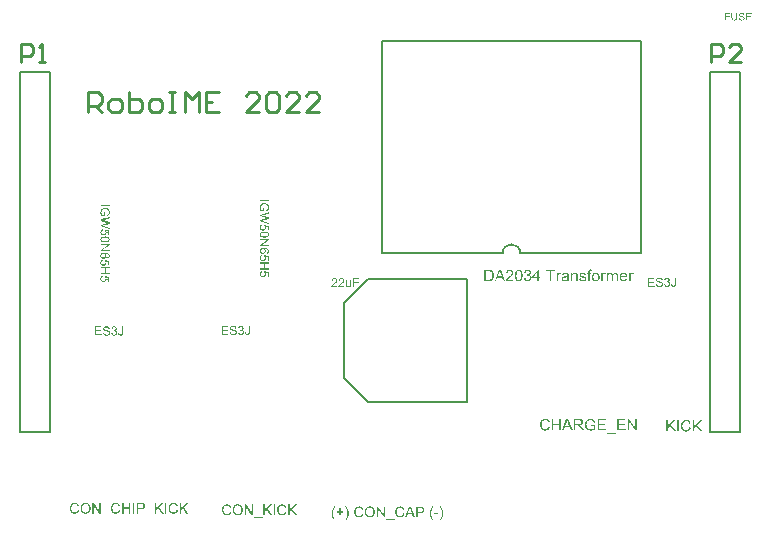
<source format=gto>
G04*
G04 #@! TF.GenerationSoftware,Altium Limited,Altium Designer,22.4.2 (48)*
G04*
G04 Layer_Color=65535*
%FSLAX25Y25*%
%MOIN*%
G70*
G04*
G04 #@! TF.SameCoordinates,3CF9D964-3833-4CBE-B755-AF4B9B4EF88F*
G04*
G04*
G04 #@! TF.FilePolarity,Positive*
G04*
G01*
G75*
%ADD10C,0.00787*%
%ADD11C,0.01000*%
G36*
X41855Y64818D02*
X41886D01*
X41969Y64809D01*
X42061Y64796D01*
X42157Y64774D01*
X42261Y64748D01*
X42358Y64713D01*
X42362D01*
X42371Y64708D01*
X42384Y64700D01*
X42401Y64691D01*
X42445Y64669D01*
X42502Y64630D01*
X42567Y64586D01*
X42633Y64529D01*
X42694Y64464D01*
X42751Y64389D01*
Y64385D01*
X42755Y64381D01*
X42764Y64367D01*
X42773Y64354D01*
X42795Y64310D01*
X42821Y64254D01*
X42851Y64184D01*
X42873Y64101D01*
X42895Y64013D01*
X42904Y63917D01*
X42519Y63887D01*
Y63891D01*
Y63900D01*
X42515Y63913D01*
X42511Y63935D01*
X42498Y63983D01*
X42480Y64048D01*
X42454Y64118D01*
X42415Y64188D01*
X42366Y64254D01*
X42305Y64315D01*
X42296Y64319D01*
X42275Y64337D01*
X42231Y64363D01*
X42174Y64389D01*
X42100Y64415D01*
X42013Y64442D01*
X41903Y64459D01*
X41781Y64464D01*
X41720D01*
X41693Y64459D01*
X41658Y64455D01*
X41580Y64446D01*
X41492Y64429D01*
X41405Y64407D01*
X41322Y64372D01*
X41287Y64350D01*
X41252Y64328D01*
X41243Y64324D01*
X41226Y64306D01*
X41200Y64276D01*
X41173Y64241D01*
X41143Y64193D01*
X41117Y64140D01*
X41099Y64079D01*
X41090Y64009D01*
Y64000D01*
Y63983D01*
X41095Y63952D01*
X41104Y63917D01*
X41117Y63873D01*
X41138Y63830D01*
X41165Y63786D01*
X41204Y63742D01*
X41208Y63738D01*
X41230Y63725D01*
X41248Y63712D01*
X41265Y63703D01*
X41291Y63690D01*
X41322Y63673D01*
X41361Y63659D01*
X41405Y63642D01*
X41453Y63625D01*
X41510Y63603D01*
X41571Y63585D01*
X41641Y63563D01*
X41720Y63546D01*
X41807Y63524D01*
X41811D01*
X41829Y63520D01*
X41855Y63515D01*
X41886Y63507D01*
X41925Y63498D01*
X41973Y63485D01*
X42021Y63472D01*
X42074Y63458D01*
X42187Y63428D01*
X42296Y63397D01*
X42349Y63380D01*
X42397Y63362D01*
X42441Y63349D01*
X42476Y63332D01*
X42480D01*
X42489Y63327D01*
X42502Y63319D01*
X42519Y63310D01*
X42567Y63284D01*
X42624Y63249D01*
X42690Y63201D01*
X42755Y63148D01*
X42816Y63087D01*
X42869Y63021D01*
X42873Y63013D01*
X42891Y62991D01*
X42908Y62951D01*
X42935Y62899D01*
X42956Y62838D01*
X42978Y62764D01*
X42991Y62681D01*
X42996Y62593D01*
Y62589D01*
Y62584D01*
Y62571D01*
Y62554D01*
X42987Y62506D01*
X42978Y62445D01*
X42961Y62375D01*
X42939Y62300D01*
X42904Y62222D01*
X42856Y62139D01*
Y62134D01*
X42851Y62130D01*
X42830Y62104D01*
X42799Y62064D01*
X42755Y62021D01*
X42698Y61968D01*
X42629Y61911D01*
X42550Y61859D01*
X42458Y61811D01*
X42454D01*
X42445Y61806D01*
X42432Y61802D01*
X42415Y61793D01*
X42388Y61785D01*
X42358Y61772D01*
X42288Y61754D01*
X42205Y61732D01*
X42104Y61710D01*
X41995Y61697D01*
X41877Y61693D01*
X41807D01*
X41772Y61697D01*
X41733D01*
X41689Y61702D01*
X41637Y61706D01*
X41527Y61724D01*
X41414Y61741D01*
X41300Y61772D01*
X41191Y61811D01*
X41186D01*
X41178Y61815D01*
X41165Y61824D01*
X41147Y61833D01*
X41095Y61859D01*
X41034Y61898D01*
X40964Y61951D01*
X40889Y62012D01*
X40819Y62086D01*
X40754Y62169D01*
Y62174D01*
X40745Y62182D01*
X40741Y62195D01*
X40728Y62213D01*
X40719Y62235D01*
X40706Y62261D01*
X40675Y62327D01*
X40645Y62410D01*
X40618Y62501D01*
X40601Y62606D01*
X40592Y62716D01*
X40968Y62751D01*
Y62746D01*
Y62742D01*
X40972Y62729D01*
Y62711D01*
X40981Y62672D01*
X40994Y62615D01*
X41012Y62558D01*
X41029Y62493D01*
X41060Y62431D01*
X41090Y62375D01*
X41095Y62370D01*
X41108Y62353D01*
X41130Y62322D01*
X41165Y62292D01*
X41208Y62252D01*
X41256Y62213D01*
X41322Y62174D01*
X41392Y62139D01*
X41396D01*
X41401Y62134D01*
X41414Y62130D01*
X41427Y62125D01*
X41471Y62112D01*
X41527Y62095D01*
X41597Y62077D01*
X41676Y62064D01*
X41763Y62056D01*
X41859Y62051D01*
X41899D01*
X41943Y62056D01*
X41995Y62060D01*
X42056Y62069D01*
X42126Y62077D01*
X42196Y62095D01*
X42261Y62117D01*
X42270Y62121D01*
X42292Y62130D01*
X42323Y62147D01*
X42362Y62165D01*
X42401Y62195D01*
X42445Y62226D01*
X42489Y62261D01*
X42524Y62305D01*
X42528Y62309D01*
X42537Y62327D01*
X42550Y62348D01*
X42567Y62383D01*
X42585Y62418D01*
X42598Y62462D01*
X42607Y62510D01*
X42611Y62563D01*
Y62567D01*
Y62589D01*
X42607Y62615D01*
X42602Y62650D01*
X42589Y62685D01*
X42576Y62729D01*
X42554Y62772D01*
X42524Y62812D01*
X42519Y62816D01*
X42506Y62829D01*
X42489Y62847D01*
X42458Y62873D01*
X42423Y62899D01*
X42375Y62930D01*
X42318Y62960D01*
X42253Y62986D01*
X42248Y62991D01*
X42227Y62995D01*
X42192Y63008D01*
X42170Y63013D01*
X42139Y63021D01*
X42109Y63034D01*
X42069Y63043D01*
X42026Y63056D01*
X41973Y63069D01*
X41921Y63083D01*
X41859Y63100D01*
X41790Y63117D01*
X41715Y63135D01*
X41711D01*
X41698Y63139D01*
X41676Y63144D01*
X41650Y63152D01*
X41615Y63161D01*
X41576Y63170D01*
X41488Y63196D01*
X41392Y63227D01*
X41291Y63257D01*
X41204Y63288D01*
X41165Y63305D01*
X41130Y63323D01*
X41125D01*
X41121Y63327D01*
X41095Y63345D01*
X41055Y63367D01*
X41012Y63402D01*
X40959Y63441D01*
X40907Y63489D01*
X40854Y63546D01*
X40811Y63607D01*
X40806Y63616D01*
X40793Y63638D01*
X40776Y63673D01*
X40758Y63716D01*
X40741Y63773D01*
X40723Y63839D01*
X40710Y63908D01*
X40706Y63983D01*
Y63987D01*
Y63991D01*
Y64005D01*
Y64022D01*
X40715Y64066D01*
X40723Y64123D01*
X40736Y64188D01*
X40758Y64262D01*
X40789Y64337D01*
X40832Y64411D01*
Y64415D01*
X40837Y64420D01*
X40859Y64446D01*
X40889Y64481D01*
X40929Y64525D01*
X40981Y64573D01*
X41047Y64625D01*
X41125Y64673D01*
X41213Y64717D01*
X41217D01*
X41226Y64721D01*
X41239Y64726D01*
X41256Y64734D01*
X41278Y64743D01*
X41309Y64752D01*
X41374Y64769D01*
X41458Y64787D01*
X41554Y64804D01*
X41654Y64818D01*
X41768Y64822D01*
X41824D01*
X41855Y64818D01*
D02*
G37*
G36*
X44433Y64778D02*
X44490Y64769D01*
X44560Y64756D01*
X44639Y64734D01*
X44717Y64708D01*
X44796Y64673D01*
X44800D01*
X44805Y64669D01*
X44831Y64656D01*
X44870Y64630D01*
X44914Y64599D01*
X44967Y64555D01*
X45019Y64507D01*
X45071Y64450D01*
X45115Y64385D01*
X45120Y64376D01*
X45133Y64354D01*
X45150Y64315D01*
X45172Y64267D01*
X45194Y64210D01*
X45211Y64144D01*
X45224Y64070D01*
X45229Y63996D01*
Y63987D01*
Y63961D01*
X45224Y63926D01*
X45216Y63878D01*
X45203Y63821D01*
X45181Y63760D01*
X45155Y63699D01*
X45120Y63638D01*
X45115Y63629D01*
X45102Y63611D01*
X45076Y63581D01*
X45041Y63546D01*
X44997Y63507D01*
X44945Y63463D01*
X44883Y63423D01*
X44809Y63384D01*
X44814D01*
X44822Y63380D01*
X44835Y63375D01*
X44853Y63371D01*
X44901Y63354D01*
X44962Y63327D01*
X45032Y63292D01*
X45102Y63249D01*
X45168Y63192D01*
X45229Y63126D01*
X45233Y63117D01*
X45251Y63091D01*
X45277Y63048D01*
X45303Y62991D01*
X45329Y62921D01*
X45355Y62838D01*
X45373Y62742D01*
X45377Y62637D01*
Y62633D01*
Y62619D01*
Y62598D01*
X45373Y62571D01*
X45369Y62536D01*
X45360Y62497D01*
X45351Y62453D01*
X45342Y62405D01*
X45307Y62300D01*
X45281Y62243D01*
X45255Y62191D01*
X45220Y62134D01*
X45181Y62077D01*
X45137Y62021D01*
X45085Y61968D01*
X45080Y61964D01*
X45071Y61955D01*
X45054Y61942D01*
X45032Y61924D01*
X45006Y61903D01*
X44971Y61881D01*
X44932Y61855D01*
X44883Y61833D01*
X44835Y61806D01*
X44779Y61780D01*
X44722Y61759D01*
X44656Y61737D01*
X44586Y61719D01*
X44512Y61706D01*
X44438Y61697D01*
X44355Y61693D01*
X44315D01*
X44289Y61697D01*
X44254Y61702D01*
X44215Y61706D01*
X44171Y61715D01*
X44123Y61724D01*
X44018Y61750D01*
X43909Y61793D01*
X43852Y61820D01*
X43800Y61850D01*
X43747Y61890D01*
X43695Y61929D01*
X43690Y61933D01*
X43682Y61942D01*
X43669Y61955D01*
X43656Y61973D01*
X43634Y61994D01*
X43612Y62025D01*
X43586Y62056D01*
X43559Y62095D01*
X43533Y62139D01*
X43507Y62182D01*
X43459Y62287D01*
X43420Y62410D01*
X43407Y62475D01*
X43398Y62545D01*
X43769Y62593D01*
Y62589D01*
X43774Y62580D01*
X43778Y62563D01*
X43782Y62541D01*
X43787Y62515D01*
X43795Y62484D01*
X43817Y62418D01*
X43848Y62340D01*
X43887Y62265D01*
X43931Y62195D01*
X43983Y62134D01*
X43992Y62130D01*
X44010Y62112D01*
X44045Y62091D01*
X44088Y62069D01*
X44141Y62042D01*
X44206Y62021D01*
X44280Y62003D01*
X44359Y61999D01*
X44385D01*
X44403Y62003D01*
X44451Y62008D01*
X44512Y62021D01*
X44582Y62042D01*
X44656Y62073D01*
X44731Y62117D01*
X44800Y62178D01*
X44809Y62187D01*
X44831Y62213D01*
X44857Y62252D01*
X44892Y62305D01*
X44927Y62370D01*
X44954Y62445D01*
X44975Y62532D01*
X44984Y62628D01*
Y62633D01*
Y62641D01*
Y62654D01*
X44980Y62672D01*
X44975Y62720D01*
X44962Y62777D01*
X44945Y62847D01*
X44914Y62916D01*
X44870Y62986D01*
X44814Y63052D01*
X44805Y63061D01*
X44783Y63078D01*
X44748Y63104D01*
X44700Y63135D01*
X44639Y63166D01*
X44565Y63192D01*
X44482Y63209D01*
X44390Y63218D01*
X44350D01*
X44320Y63214D01*
X44280Y63209D01*
X44237Y63201D01*
X44184Y63192D01*
X44128Y63179D01*
X44171Y63507D01*
X44193D01*
X44211Y63502D01*
X44267D01*
X44315Y63511D01*
X44372Y63520D01*
X44438Y63533D01*
X44512Y63555D01*
X44582Y63585D01*
X44656Y63625D01*
X44661D01*
X44665Y63629D01*
X44687Y63646D01*
X44717Y63677D01*
X44752Y63716D01*
X44787Y63773D01*
X44818Y63839D01*
X44840Y63913D01*
X44849Y63957D01*
Y64005D01*
Y64009D01*
Y64013D01*
Y64040D01*
X44840Y64075D01*
X44831Y64123D01*
X44814Y64175D01*
X44792Y64232D01*
X44757Y64289D01*
X44709Y64341D01*
X44704Y64346D01*
X44682Y64363D01*
X44652Y64385D01*
X44613Y64411D01*
X44560Y64433D01*
X44499Y64455D01*
X44429Y64472D01*
X44350Y64477D01*
X44315D01*
X44276Y64468D01*
X44224Y64459D01*
X44167Y64442D01*
X44110Y64420D01*
X44049Y64385D01*
X43992Y64341D01*
X43988Y64337D01*
X43970Y64315D01*
X43944Y64284D01*
X43913Y64241D01*
X43883Y64184D01*
X43852Y64114D01*
X43826Y64031D01*
X43808Y63935D01*
X43437Y64000D01*
Y64005D01*
X43441Y64018D01*
X43446Y64035D01*
X43450Y64061D01*
X43459Y64092D01*
X43472Y64127D01*
X43498Y64210D01*
X43542Y64306D01*
X43594Y64402D01*
X43660Y64494D01*
X43743Y64577D01*
X43747Y64582D01*
X43756Y64586D01*
X43769Y64595D01*
X43787Y64608D01*
X43808Y64625D01*
X43839Y64643D01*
X43870Y64660D01*
X43909Y64682D01*
X43996Y64717D01*
X44097Y64752D01*
X44215Y64774D01*
X44276Y64783D01*
X44385D01*
X44433Y64778D01*
D02*
G37*
G36*
X47357Y62707D02*
Y62702D01*
Y62689D01*
Y62672D01*
Y62646D01*
X47353Y62611D01*
Y62576D01*
X47344Y62493D01*
X47335Y62397D01*
X47318Y62296D01*
X47291Y62204D01*
X47261Y62117D01*
Y62112D01*
X47256Y62108D01*
X47243Y62082D01*
X47221Y62047D01*
X47191Y61999D01*
X47147Y61951D01*
X47099Y61898D01*
X47038Y61846D01*
X46968Y61802D01*
X46959Y61798D01*
X46933Y61785D01*
X46894Y61767D01*
X46837Y61750D01*
X46767Y61728D01*
X46688Y61710D01*
X46601Y61697D01*
X46505Y61693D01*
X46466D01*
X46439Y61697D01*
X46404Y61702D01*
X46369Y61706D01*
X46278Y61724D01*
X46181Y61750D01*
X46081Y61789D01*
X46029Y61815D01*
X45980Y61846D01*
X45937Y61881D01*
X45893Y61920D01*
X45889Y61924D01*
X45884Y61929D01*
X45875Y61946D01*
X45862Y61964D01*
X45845Y61986D01*
X45827Y62016D01*
X45810Y62051D01*
X45788Y62091D01*
X45771Y62134D01*
X45753Y62187D01*
X45736Y62239D01*
X45718Y62300D01*
X45709Y62366D01*
X45696Y62440D01*
X45692Y62515D01*
Y62598D01*
X46055Y62650D01*
Y62646D01*
Y62637D01*
Y62619D01*
X46059Y62593D01*
X46063Y62567D01*
Y62536D01*
X46077Y62462D01*
X46090Y62383D01*
X46116Y62305D01*
X46142Y62235D01*
X46160Y62204D01*
X46181Y62178D01*
X46186Y62174D01*
X46203Y62160D01*
X46229Y62139D01*
X46264Y62117D01*
X46312Y62091D01*
X46365Y62073D01*
X46431Y62056D01*
X46500Y62051D01*
X46527D01*
X46553Y62056D01*
X46592Y62060D01*
X46632Y62069D01*
X46675Y62077D01*
X46719Y62095D01*
X46763Y62117D01*
X46767Y62121D01*
X46780Y62130D01*
X46798Y62147D01*
X46824Y62165D01*
X46846Y62195D01*
X46872Y62226D01*
X46894Y62261D01*
X46911Y62305D01*
Y62309D01*
X46920Y62327D01*
X46924Y62357D01*
X46933Y62397D01*
X46942Y62449D01*
X46946Y62515D01*
X46955Y62593D01*
Y62685D01*
Y64769D01*
X47357D01*
Y62707D01*
D02*
G37*
G36*
X40103Y64411D02*
X38315D01*
Y63489D01*
X39989D01*
Y63131D01*
X38315D01*
Y62104D01*
X40173D01*
Y61745D01*
X37913D01*
Y64769D01*
X40103D01*
Y64411D01*
D02*
G37*
G36*
X253569Y169331D02*
X253595D01*
X253664Y169323D01*
X253740Y169312D01*
X253820Y169294D01*
X253908Y169272D01*
X253988Y169243D01*
X253992D01*
X253999Y169240D01*
X254010Y169232D01*
X254024Y169225D01*
X254061Y169207D01*
X254108Y169174D01*
X254163Y169138D01*
X254217Y169090D01*
X254268Y169036D01*
X254315Y168974D01*
Y168970D01*
X254319Y168967D01*
X254326Y168956D01*
X254334Y168945D01*
X254352Y168908D01*
X254374Y168861D01*
X254399Y168803D01*
X254417Y168734D01*
X254436Y168661D01*
X254443Y168581D01*
X254123Y168555D01*
Y168559D01*
Y168566D01*
X254119Y168577D01*
X254115Y168595D01*
X254104Y168635D01*
X254090Y168690D01*
X254068Y168748D01*
X254035Y168806D01*
X253995Y168861D01*
X253944Y168912D01*
X253937Y168916D01*
X253919Y168930D01*
X253882Y168952D01*
X253835Y168974D01*
X253773Y168996D01*
X253700Y169018D01*
X253609Y169032D01*
X253507Y169036D01*
X253456D01*
X253435Y169032D01*
X253405Y169028D01*
X253340Y169021D01*
X253267Y169007D01*
X253194Y168988D01*
X253125Y168959D01*
X253096Y168941D01*
X253067Y168923D01*
X253060Y168919D01*
X253045Y168905D01*
X253023Y168879D01*
X253001Y168850D01*
X252976Y168810D01*
X252954Y168766D01*
X252940Y168715D01*
X252932Y168657D01*
Y168650D01*
Y168635D01*
X252936Y168610D01*
X252943Y168581D01*
X252954Y168544D01*
X252972Y168508D01*
X252994Y168472D01*
X253027Y168435D01*
X253031Y168431D01*
X253049Y168421D01*
X253063Y168410D01*
X253078Y168402D01*
X253100Y168392D01*
X253125Y168377D01*
X253158Y168366D01*
X253194Y168351D01*
X253234Y168337D01*
X253282Y168319D01*
X253333Y168304D01*
X253391Y168286D01*
X253456Y168271D01*
X253529Y168253D01*
X253533D01*
X253547Y168249D01*
X253569Y168246D01*
X253595Y168239D01*
X253627Y168231D01*
X253668Y168220D01*
X253708Y168209D01*
X253751Y168199D01*
X253846Y168173D01*
X253937Y168148D01*
X253981Y168133D01*
X254021Y168119D01*
X254057Y168107D01*
X254086Y168093D01*
X254090D01*
X254097Y168089D01*
X254108Y168082D01*
X254123Y168075D01*
X254163Y168053D01*
X254210Y168024D01*
X254264Y167984D01*
X254319Y167940D01*
X254370Y167889D01*
X254414Y167834D01*
X254417Y167827D01*
X254432Y167809D01*
X254447Y167776D01*
X254468Y167733D01*
X254487Y167682D01*
X254505Y167620D01*
X254516Y167551D01*
X254519Y167478D01*
Y167474D01*
Y167471D01*
Y167460D01*
Y167445D01*
X254512Y167405D01*
X254505Y167354D01*
X254490Y167296D01*
X254472Y167234D01*
X254443Y167168D01*
X254403Y167099D01*
Y167096D01*
X254399Y167092D01*
X254381Y167070D01*
X254356Y167037D01*
X254319Y167001D01*
X254272Y166957D01*
X254214Y166910D01*
X254148Y166866D01*
X254072Y166826D01*
X254068D01*
X254061Y166823D01*
X254050Y166819D01*
X254035Y166812D01*
X254013Y166804D01*
X253988Y166794D01*
X253930Y166779D01*
X253860Y166761D01*
X253777Y166743D01*
X253686Y166732D01*
X253588Y166728D01*
X253529D01*
X253500Y166732D01*
X253467D01*
X253431Y166735D01*
X253387Y166739D01*
X253296Y166753D01*
X253202Y166768D01*
X253107Y166794D01*
X253016Y166826D01*
X253012D01*
X253005Y166830D01*
X252994Y166837D01*
X252980Y166844D01*
X252936Y166866D01*
X252885Y166899D01*
X252827Y166943D01*
X252765Y166994D01*
X252707Y167056D01*
X252652Y167125D01*
Y167128D01*
X252645Y167136D01*
X252641Y167147D01*
X252630Y167161D01*
X252623Y167179D01*
X252612Y167201D01*
X252587Y167256D01*
X252561Y167325D01*
X252539Y167401D01*
X252525Y167489D01*
X252517Y167580D01*
X252830Y167609D01*
Y167605D01*
Y167602D01*
X252834Y167591D01*
Y167576D01*
X252841Y167543D01*
X252852Y167496D01*
X252867Y167449D01*
X252881Y167394D01*
X252907Y167343D01*
X252932Y167296D01*
X252936Y167292D01*
X252947Y167278D01*
X252965Y167252D01*
X252994Y167227D01*
X253031Y167194D01*
X253071Y167161D01*
X253125Y167128D01*
X253183Y167099D01*
X253187D01*
X253191Y167096D01*
X253202Y167092D01*
X253213Y167088D01*
X253249Y167077D01*
X253296Y167063D01*
X253355Y167048D01*
X253420Y167037D01*
X253493Y167030D01*
X253573Y167026D01*
X253606D01*
X253642Y167030D01*
X253686Y167034D01*
X253737Y167041D01*
X253795Y167048D01*
X253853Y167063D01*
X253908Y167081D01*
X253915Y167085D01*
X253933Y167092D01*
X253959Y167106D01*
X253992Y167121D01*
X254024Y167147D01*
X254061Y167172D01*
X254097Y167201D01*
X254126Y167238D01*
X254130Y167241D01*
X254137Y167256D01*
X254148Y167274D01*
X254163Y167303D01*
X254177Y167332D01*
X254188Y167369D01*
X254195Y167409D01*
X254199Y167452D01*
Y167456D01*
Y167474D01*
X254195Y167496D01*
X254192Y167525D01*
X254181Y167554D01*
X254170Y167591D01*
X254152Y167627D01*
X254126Y167660D01*
X254123Y167663D01*
X254112Y167674D01*
X254097Y167689D01*
X254072Y167711D01*
X254043Y167733D01*
X254002Y167758D01*
X253955Y167784D01*
X253901Y167805D01*
X253897Y167809D01*
X253879Y167813D01*
X253850Y167824D01*
X253831Y167827D01*
X253806Y167834D01*
X253780Y167845D01*
X253748Y167853D01*
X253711Y167864D01*
X253668Y167875D01*
X253624Y167885D01*
X253573Y167900D01*
X253515Y167915D01*
X253453Y167929D01*
X253449D01*
X253438Y167933D01*
X253420Y167936D01*
X253398Y167944D01*
X253369Y167951D01*
X253336Y167958D01*
X253263Y167980D01*
X253183Y168006D01*
X253100Y168031D01*
X253027Y168057D01*
X252994Y168071D01*
X252965Y168086D01*
X252961D01*
X252958Y168089D01*
X252936Y168104D01*
X252903Y168122D01*
X252867Y168151D01*
X252823Y168184D01*
X252779Y168224D01*
X252736Y168271D01*
X252699Y168322D01*
X252696Y168330D01*
X252685Y168348D01*
X252670Y168377D01*
X252656Y168413D01*
X252641Y168461D01*
X252626Y168515D01*
X252616Y168573D01*
X252612Y168635D01*
Y168639D01*
Y168643D01*
Y168654D01*
Y168668D01*
X252619Y168704D01*
X252626Y168752D01*
X252637Y168806D01*
X252656Y168868D01*
X252681Y168930D01*
X252717Y168992D01*
Y168996D01*
X252721Y168999D01*
X252739Y169021D01*
X252765Y169050D01*
X252798Y169087D01*
X252841Y169127D01*
X252896Y169170D01*
X252961Y169210D01*
X253034Y169247D01*
X253038D01*
X253045Y169251D01*
X253056Y169254D01*
X253071Y169261D01*
X253089Y169269D01*
X253114Y169276D01*
X253169Y169290D01*
X253238Y169305D01*
X253318Y169320D01*
X253402Y169331D01*
X253497Y169334D01*
X253544D01*
X253569Y169331D01*
D02*
G37*
G36*
X252073Y167834D02*
Y167831D01*
Y167816D01*
Y167798D01*
Y167773D01*
X252070Y167740D01*
Y167703D01*
X252066Y167660D01*
X252062Y167616D01*
X252051Y167518D01*
X252037Y167416D01*
X252015Y167318D01*
X252000Y167270D01*
X251986Y167227D01*
Y167223D01*
X251982Y167216D01*
X251975Y167205D01*
X251968Y167190D01*
X251946Y167150D01*
X251913Y167099D01*
X251869Y167041D01*
X251818Y166983D01*
X251753Y166921D01*
X251673Y166866D01*
X251669D01*
X251662Y166859D01*
X251651Y166855D01*
X251633Y166844D01*
X251611Y166833D01*
X251582Y166823D01*
X251553Y166812D01*
X251516Y166797D01*
X251476Y166783D01*
X251433Y166772D01*
X251385Y166761D01*
X251331Y166750D01*
X251276Y166743D01*
X251218Y166735D01*
X251087Y166728D01*
X251054D01*
X251029Y166732D01*
X250999D01*
X250963Y166735D01*
X250923Y166739D01*
X250883Y166743D01*
X250792Y166757D01*
X250694Y166779D01*
X250599Y166808D01*
X250508Y166848D01*
X250504D01*
X250497Y166855D01*
X250486Y166863D01*
X250472Y166870D01*
X250432Y166899D01*
X250384Y166939D01*
X250330Y166990D01*
X250279Y167048D01*
X250228Y167121D01*
X250188Y167201D01*
Y167205D01*
X250184Y167212D01*
X250180Y167227D01*
X250173Y167245D01*
X250166Y167267D01*
X250159Y167296D01*
X250148Y167329D01*
X250140Y167369D01*
X250133Y167412D01*
X250122Y167460D01*
X250115Y167511D01*
X250108Y167565D01*
X250100Y167627D01*
X250097Y167693D01*
X250093Y167762D01*
Y167834D01*
Y169290D01*
X250428D01*
Y167834D01*
Y167831D01*
Y167820D01*
Y167802D01*
Y167780D01*
X250432Y167754D01*
Y167722D01*
X250435Y167652D01*
X250443Y167572D01*
X250453Y167492D01*
X250468Y167416D01*
X250475Y167383D01*
X250486Y167350D01*
X250490Y167343D01*
X250497Y167325D01*
X250515Y167299D01*
X250537Y167263D01*
X250563Y167227D01*
X250599Y167187D01*
X250643Y167147D01*
X250694Y167114D01*
X250701Y167110D01*
X250719Y167099D01*
X250752Y167088D01*
X250796Y167074D01*
X250847Y167056D01*
X250912Y167045D01*
X250981Y167034D01*
X251058Y167030D01*
X251094D01*
X251116Y167034D01*
X251149D01*
X251181Y167037D01*
X251261Y167052D01*
X251349Y167070D01*
X251433Y167099D01*
X251513Y167139D01*
X251549Y167165D01*
X251582Y167194D01*
X251586Y167198D01*
X251589Y167201D01*
X251596Y167212D01*
X251607Y167227D01*
X251618Y167248D01*
X251633Y167270D01*
X251647Y167303D01*
X251662Y167336D01*
X251677Y167376D01*
X251687Y167423D01*
X251702Y167478D01*
X251713Y167536D01*
X251724Y167602D01*
X251731Y167671D01*
X251738Y167751D01*
Y167834D01*
Y169290D01*
X252073D01*
Y167834D01*
D02*
G37*
G36*
X256805Y168992D02*
X255316D01*
Y168224D01*
X256711D01*
Y167926D01*
X255316D01*
Y167070D01*
X256863D01*
Y166772D01*
X254982D01*
Y169290D01*
X256805D01*
Y168992D01*
D02*
G37*
G36*
X249656D02*
X248288D01*
Y168213D01*
X249471D01*
Y167915D01*
X248288D01*
Y166772D01*
X247953D01*
Y169290D01*
X249656D01*
Y168992D01*
D02*
G37*
G36*
X235123Y33602D02*
X235173Y33597D01*
X235233Y33591D01*
X235293Y33586D01*
X235364Y33569D01*
X235511Y33537D01*
X235675Y33487D01*
X235757Y33455D01*
X235833Y33417D01*
X235910Y33367D01*
X235986Y33318D01*
X235992Y33313D01*
X236002Y33307D01*
X236024Y33291D01*
X236052Y33264D01*
X236079Y33236D01*
X236117Y33198D01*
X236155Y33154D01*
X236199Y33111D01*
X236243Y33056D01*
X236286Y32991D01*
X236336Y32925D01*
X236379Y32854D01*
X236418Y32772D01*
X236461Y32690D01*
X236494Y32603D01*
X236527Y32505D01*
X236035Y32390D01*
Y32395D01*
X236030Y32406D01*
X236019Y32428D01*
X236008Y32456D01*
X235997Y32488D01*
X235981Y32532D01*
X235937Y32619D01*
X235882Y32718D01*
X235817Y32816D01*
X235735Y32909D01*
X235648Y32991D01*
X235637Y33002D01*
X235604Y33023D01*
X235549Y33051D01*
X235478Y33089D01*
X235386Y33122D01*
X235282Y33154D01*
X235156Y33176D01*
X235020Y33182D01*
X234976D01*
X234949Y33176D01*
X234910D01*
X234867Y33171D01*
X234763Y33154D01*
X234648Y33133D01*
X234528Y33094D01*
X234403Y33040D01*
X234288Y32969D01*
X234283D01*
X234277Y32958D01*
X234239Y32931D01*
X234190Y32887D01*
X234130Y32821D01*
X234059Y32739D01*
X233993Y32647D01*
X233933Y32532D01*
X233879Y32406D01*
Y32401D01*
X233873Y32390D01*
X233868Y32374D01*
X233862Y32346D01*
X233851Y32314D01*
X233840Y32275D01*
X233824Y32183D01*
X233802Y32073D01*
X233780Y31953D01*
X233769Y31822D01*
X233764Y31680D01*
Y31675D01*
Y31658D01*
Y31631D01*
Y31598D01*
X233769Y31560D01*
Y31511D01*
X233775Y31456D01*
X233780Y31396D01*
X233797Y31265D01*
X233824Y31123D01*
X233857Y30981D01*
X233900Y30839D01*
Y30834D01*
X233906Y30823D01*
X233917Y30807D01*
X233928Y30779D01*
X233961Y30714D01*
X234010Y30637D01*
X234070Y30550D01*
X234146Y30457D01*
X234233Y30375D01*
X234337Y30299D01*
X234343D01*
X234354Y30293D01*
X234370Y30283D01*
X234392Y30272D01*
X234419Y30261D01*
X234452Y30244D01*
X234528Y30211D01*
X234627Y30179D01*
X234736Y30151D01*
X234856Y30130D01*
X234981Y30124D01*
X235020D01*
X235052Y30130D01*
X235091D01*
X235129Y30135D01*
X235227Y30157D01*
X235342Y30184D01*
X235456Y30228D01*
X235577Y30288D01*
X235637Y30321D01*
X235691Y30364D01*
X235697Y30370D01*
X235702Y30375D01*
X235719Y30392D01*
X235740Y30408D01*
X235762Y30435D01*
X235790Y30468D01*
X235822Y30501D01*
X235850Y30545D01*
X235882Y30594D01*
X235921Y30648D01*
X235953Y30703D01*
X235986Y30768D01*
X236014Y30839D01*
X236041Y30916D01*
X236068Y30998D01*
X236090Y31085D01*
X236592Y30959D01*
Y30954D01*
X236587Y30932D01*
X236576Y30900D01*
X236560Y30856D01*
X236543Y30807D01*
X236521Y30747D01*
X236494Y30681D01*
X236461Y30610D01*
X236385Y30457D01*
X236286Y30304D01*
X236226Y30228D01*
X236166Y30151D01*
X236101Y30086D01*
X236024Y30020D01*
X236019Y30015D01*
X236008Y30004D01*
X235981Y29993D01*
X235953Y29971D01*
X235910Y29944D01*
X235866Y29917D01*
X235806Y29889D01*
X235746Y29862D01*
X235675Y29829D01*
X235598Y29802D01*
X235517Y29775D01*
X235429Y29747D01*
X235336Y29726D01*
X235238Y29715D01*
X235134Y29704D01*
X235025Y29698D01*
X234965D01*
X234922Y29704D01*
X234872D01*
X234812Y29709D01*
X234747Y29720D01*
X234670Y29731D01*
X234512Y29758D01*
X234348Y29802D01*
X234184Y29862D01*
X234108Y29900D01*
X234032Y29944D01*
X234026Y29949D01*
X234015Y29955D01*
X233993Y29971D01*
X233971Y29993D01*
X233939Y30015D01*
X233900Y30048D01*
X233857Y30086D01*
X233813Y30130D01*
X233769Y30179D01*
X233720Y30228D01*
X233622Y30354D01*
X233529Y30501D01*
X233447Y30665D01*
Y30670D01*
X233436Y30687D01*
X233431Y30714D01*
X233415Y30747D01*
X233404Y30790D01*
X233387Y30845D01*
X233365Y30905D01*
X233349Y30970D01*
X233333Y31041D01*
X233311Y31123D01*
X233283Y31293D01*
X233262Y31484D01*
X233251Y31680D01*
Y31686D01*
Y31708D01*
Y31740D01*
X233256Y31778D01*
Y31833D01*
X233262Y31888D01*
X233267Y31959D01*
X233278Y32030D01*
X233305Y32188D01*
X233344Y32363D01*
X233398Y32537D01*
X233474Y32707D01*
X233480Y32712D01*
X233486Y32729D01*
X233496Y32750D01*
X233518Y32778D01*
X233540Y32816D01*
X233567Y32860D01*
X233638Y32958D01*
X233731Y33067D01*
X233840Y33176D01*
X233966Y33285D01*
X234113Y33378D01*
X234119Y33384D01*
X234135Y33389D01*
X234157Y33400D01*
X234184Y33417D01*
X234228Y33433D01*
X234272Y33449D01*
X234326Y33471D01*
X234386Y33493D01*
X234452Y33515D01*
X234523Y33537D01*
X234676Y33569D01*
X234851Y33597D01*
X235031Y33608D01*
X235085D01*
X235123Y33602D01*
D02*
G37*
G36*
X238656Y32008D02*
X240311Y29764D01*
X239650D01*
X238307Y31669D01*
X237690Y31074D01*
Y29764D01*
X237187D01*
Y33542D01*
X237690D01*
Y31664D01*
X239557Y33542D01*
X240240D01*
X238656Y32008D01*
D02*
G37*
G36*
X229855D02*
X231509Y29764D01*
X230848D01*
X229505Y31669D01*
X228888Y31074D01*
Y29764D01*
X228386D01*
Y33542D01*
X228888D01*
Y31664D01*
X230755Y33542D01*
X231438D01*
X229855Y32008D01*
D02*
G37*
G36*
X232514Y29764D02*
X232011D01*
Y33542D01*
X232514D01*
Y29764D01*
D02*
G37*
G36*
X84099Y65001D02*
X84130D01*
X84213Y64992D01*
X84305Y64979D01*
X84401Y64957D01*
X84506Y64931D01*
X84602Y64896D01*
X84606D01*
X84615Y64892D01*
X84628Y64883D01*
X84645Y64875D01*
X84689Y64853D01*
X84746Y64813D01*
X84812Y64770D01*
X84877Y64713D01*
X84938Y64647D01*
X84995Y64573D01*
Y64569D01*
X84999Y64564D01*
X85008Y64551D01*
X85017Y64538D01*
X85039Y64494D01*
X85065Y64438D01*
X85096Y64368D01*
X85117Y64285D01*
X85139Y64197D01*
X85148Y64101D01*
X84763Y64070D01*
Y64075D01*
Y64083D01*
X84759Y64097D01*
X84755Y64118D01*
X84742Y64167D01*
X84724Y64232D01*
X84698Y64302D01*
X84659Y64372D01*
X84610Y64438D01*
X84549Y64499D01*
X84541Y64503D01*
X84519Y64521D01*
X84475Y64547D01*
X84418Y64573D01*
X84344Y64599D01*
X84257Y64625D01*
X84147Y64643D01*
X84025Y64647D01*
X83964D01*
X83938Y64643D01*
X83903Y64639D01*
X83824Y64630D01*
X83736Y64612D01*
X83649Y64591D01*
X83566Y64556D01*
X83531Y64534D01*
X83496Y64512D01*
X83487Y64507D01*
X83470Y64490D01*
X83444Y64459D01*
X83417Y64424D01*
X83387Y64376D01*
X83361Y64324D01*
X83343Y64263D01*
X83334Y64193D01*
Y64184D01*
Y64167D01*
X83339Y64136D01*
X83348Y64101D01*
X83361Y64057D01*
X83382Y64014D01*
X83409Y63970D01*
X83448Y63926D01*
X83452Y63922D01*
X83474Y63909D01*
X83492Y63896D01*
X83509Y63887D01*
X83535Y63874D01*
X83566Y63856D01*
X83605Y63843D01*
X83649Y63826D01*
X83697Y63808D01*
X83754Y63786D01*
X83815Y63769D01*
X83885Y63747D01*
X83964Y63730D01*
X84051Y63708D01*
X84056D01*
X84073Y63703D01*
X84099Y63699D01*
X84130Y63690D01*
X84169Y63682D01*
X84217Y63668D01*
X84265Y63655D01*
X84318Y63642D01*
X84431Y63612D01*
X84541Y63581D01*
X84593Y63564D01*
X84641Y63546D01*
X84685Y63533D01*
X84720Y63515D01*
X84724D01*
X84733Y63511D01*
X84746Y63502D01*
X84763Y63494D01*
X84812Y63467D01*
X84868Y63432D01*
X84934Y63384D01*
X84999Y63332D01*
X85061Y63271D01*
X85113Y63205D01*
X85117Y63196D01*
X85135Y63175D01*
X85152Y63135D01*
X85179Y63083D01*
X85201Y63022D01*
X85222Y62947D01*
X85235Y62864D01*
X85240Y62777D01*
Y62773D01*
Y62768D01*
Y62755D01*
Y62738D01*
X85231Y62690D01*
X85222Y62628D01*
X85205Y62558D01*
X85183Y62484D01*
X85148Y62406D01*
X85100Y62322D01*
Y62318D01*
X85096Y62314D01*
X85074Y62287D01*
X85043Y62248D01*
X84999Y62204D01*
X84943Y62152D01*
X84873Y62095D01*
X84794Y62043D01*
X84702Y61995D01*
X84698D01*
X84689Y61990D01*
X84676Y61986D01*
X84659Y61977D01*
X84632Y61968D01*
X84602Y61955D01*
X84532Y61938D01*
X84449Y61916D01*
X84348Y61894D01*
X84239Y61881D01*
X84121Y61877D01*
X84051D01*
X84016Y61881D01*
X83977D01*
X83933Y61885D01*
X83881Y61890D01*
X83772Y61907D01*
X83658Y61925D01*
X83544Y61955D01*
X83435Y61995D01*
X83431D01*
X83422Y61999D01*
X83409Y62008D01*
X83391Y62016D01*
X83339Y62043D01*
X83278Y62082D01*
X83208Y62134D01*
X83134Y62196D01*
X83064Y62270D01*
X82998Y62353D01*
Y62357D01*
X82989Y62366D01*
X82985Y62379D01*
X82972Y62397D01*
X82963Y62419D01*
X82950Y62445D01*
X82919Y62510D01*
X82889Y62593D01*
X82863Y62685D01*
X82845Y62790D01*
X82836Y62899D01*
X83212Y62934D01*
Y62930D01*
Y62925D01*
X83217Y62912D01*
Y62895D01*
X83225Y62856D01*
X83238Y62799D01*
X83256Y62742D01*
X83273Y62676D01*
X83304Y62615D01*
X83334Y62558D01*
X83339Y62554D01*
X83352Y62537D01*
X83374Y62506D01*
X83409Y62475D01*
X83452Y62436D01*
X83500Y62397D01*
X83566Y62357D01*
X83636Y62322D01*
X83640D01*
X83645Y62318D01*
X83658Y62314D01*
X83671Y62309D01*
X83715Y62296D01*
X83772Y62279D01*
X83841Y62261D01*
X83920Y62248D01*
X84007Y62239D01*
X84104Y62235D01*
X84143D01*
X84187Y62239D01*
X84239Y62244D01*
X84300Y62252D01*
X84370Y62261D01*
X84440Y62279D01*
X84506Y62301D01*
X84514Y62305D01*
X84536Y62314D01*
X84567Y62331D01*
X84606Y62349D01*
X84645Y62379D01*
X84689Y62410D01*
X84733Y62445D01*
X84768Y62489D01*
X84772Y62493D01*
X84781Y62510D01*
X84794Y62532D01*
X84812Y62567D01*
X84829Y62602D01*
X84842Y62646D01*
X84851Y62694D01*
X84855Y62746D01*
Y62751D01*
Y62773D01*
X84851Y62799D01*
X84847Y62834D01*
X84833Y62869D01*
X84820Y62912D01*
X84798Y62956D01*
X84768Y62995D01*
X84763Y63000D01*
X84750Y63013D01*
X84733Y63030D01*
X84702Y63057D01*
X84667Y63083D01*
X84619Y63113D01*
X84562Y63144D01*
X84497Y63170D01*
X84492Y63175D01*
X84471Y63179D01*
X84436Y63192D01*
X84414Y63196D01*
X84383Y63205D01*
X84353Y63218D01*
X84313Y63227D01*
X84270Y63240D01*
X84217Y63253D01*
X84165Y63266D01*
X84104Y63284D01*
X84034Y63301D01*
X83959Y63319D01*
X83955D01*
X83942Y63323D01*
X83920Y63327D01*
X83894Y63336D01*
X83859Y63345D01*
X83820Y63354D01*
X83732Y63380D01*
X83636Y63411D01*
X83535Y63441D01*
X83448Y63472D01*
X83409Y63489D01*
X83374Y63507D01*
X83369D01*
X83365Y63511D01*
X83339Y63529D01*
X83299Y63550D01*
X83256Y63585D01*
X83203Y63625D01*
X83151Y63673D01*
X83099Y63730D01*
X83055Y63791D01*
X83050Y63800D01*
X83037Y63821D01*
X83020Y63856D01*
X83002Y63900D01*
X82985Y63957D01*
X82967Y64022D01*
X82954Y64092D01*
X82950Y64167D01*
Y64171D01*
Y64175D01*
Y64188D01*
Y64206D01*
X82959Y64250D01*
X82967Y64306D01*
X82981Y64372D01*
X83002Y64446D01*
X83033Y64521D01*
X83077Y64595D01*
Y64599D01*
X83081Y64604D01*
X83103Y64630D01*
X83134Y64665D01*
X83173Y64709D01*
X83225Y64757D01*
X83291Y64809D01*
X83369Y64857D01*
X83457Y64901D01*
X83461D01*
X83470Y64905D01*
X83483Y64909D01*
X83500Y64918D01*
X83522Y64927D01*
X83553Y64936D01*
X83618Y64953D01*
X83701Y64971D01*
X83798Y64988D01*
X83898Y65001D01*
X84012Y65006D01*
X84069D01*
X84099Y65001D01*
D02*
G37*
G36*
X86677Y64962D02*
X86734Y64953D01*
X86804Y64940D01*
X86883Y64918D01*
X86962Y64892D01*
X87040Y64857D01*
X87045D01*
X87049Y64853D01*
X87075Y64840D01*
X87115Y64813D01*
X87158Y64783D01*
X87211Y64739D01*
X87263Y64691D01*
X87315Y64634D01*
X87359Y64569D01*
X87364Y64560D01*
X87377Y64538D01*
X87394Y64499D01*
X87416Y64451D01*
X87438Y64394D01*
X87455Y64328D01*
X87468Y64254D01*
X87473Y64180D01*
Y64171D01*
Y64145D01*
X87468Y64110D01*
X87460Y64062D01*
X87447Y64005D01*
X87425Y63944D01*
X87399Y63882D01*
X87364Y63821D01*
X87359Y63813D01*
X87346Y63795D01*
X87320Y63765D01*
X87285Y63730D01*
X87241Y63690D01*
X87189Y63647D01*
X87128Y63607D01*
X87053Y63568D01*
X87058D01*
X87066Y63564D01*
X87080Y63559D01*
X87097Y63555D01*
X87145Y63537D01*
X87206Y63511D01*
X87276Y63476D01*
X87346Y63432D01*
X87412Y63376D01*
X87473Y63310D01*
X87477Y63301D01*
X87495Y63275D01*
X87521Y63231D01*
X87547Y63175D01*
X87573Y63105D01*
X87600Y63022D01*
X87617Y62925D01*
X87621Y62821D01*
Y62816D01*
Y62803D01*
Y62781D01*
X87617Y62755D01*
X87613Y62720D01*
X87604Y62681D01*
X87595Y62637D01*
X87586Y62589D01*
X87551Y62484D01*
X87525Y62427D01*
X87499Y62375D01*
X87464Y62318D01*
X87425Y62261D01*
X87381Y62204D01*
X87329Y62152D01*
X87324Y62148D01*
X87315Y62139D01*
X87298Y62126D01*
X87276Y62108D01*
X87250Y62086D01*
X87215Y62065D01*
X87176Y62038D01*
X87128Y62016D01*
X87080Y61990D01*
X87023Y61964D01*
X86966Y61942D01*
X86900Y61920D01*
X86831Y61903D01*
X86756Y61890D01*
X86682Y61881D01*
X86599Y61877D01*
X86559D01*
X86533Y61881D01*
X86498Y61885D01*
X86459Y61890D01*
X86415Y61898D01*
X86367Y61907D01*
X86262Y61933D01*
X86153Y61977D01*
X86096Y62003D01*
X86044Y62034D01*
X85991Y62073D01*
X85939Y62113D01*
X85935Y62117D01*
X85926Y62126D01*
X85913Y62139D01*
X85900Y62156D01*
X85878Y62178D01*
X85856Y62209D01*
X85830Y62239D01*
X85804Y62279D01*
X85777Y62322D01*
X85751Y62366D01*
X85703Y62471D01*
X85664Y62593D01*
X85651Y62659D01*
X85642Y62729D01*
X86013Y62777D01*
Y62773D01*
X86018Y62764D01*
X86022Y62746D01*
X86026Y62725D01*
X86031Y62698D01*
X86040Y62668D01*
X86061Y62602D01*
X86092Y62524D01*
X86131Y62449D01*
X86175Y62379D01*
X86227Y62318D01*
X86236Y62314D01*
X86254Y62296D01*
X86289Y62274D01*
X86332Y62252D01*
X86385Y62226D01*
X86450Y62204D01*
X86525Y62187D01*
X86603Y62183D01*
X86629D01*
X86647Y62187D01*
X86695Y62191D01*
X86756Y62204D01*
X86826Y62226D01*
X86900Y62257D01*
X86975Y62301D01*
X87045Y62362D01*
X87053Y62371D01*
X87075Y62397D01*
X87101Y62436D01*
X87136Y62489D01*
X87171Y62554D01*
X87198Y62628D01*
X87219Y62716D01*
X87228Y62812D01*
Y62816D01*
Y62825D01*
Y62838D01*
X87224Y62856D01*
X87219Y62904D01*
X87206Y62960D01*
X87189Y63030D01*
X87158Y63100D01*
X87115Y63170D01*
X87058Y63236D01*
X87049Y63244D01*
X87027Y63262D01*
X86992Y63288D01*
X86944Y63319D01*
X86883Y63349D01*
X86809Y63376D01*
X86726Y63393D01*
X86634Y63402D01*
X86594D01*
X86564Y63398D01*
X86525Y63393D01*
X86481Y63384D01*
X86428Y63376D01*
X86372Y63362D01*
X86415Y63690D01*
X86437D01*
X86455Y63686D01*
X86511D01*
X86559Y63695D01*
X86616Y63703D01*
X86682Y63717D01*
X86756Y63738D01*
X86826Y63769D01*
X86900Y63808D01*
X86905D01*
X86909Y63813D01*
X86931Y63830D01*
X86962Y63861D01*
X86997Y63900D01*
X87032Y63957D01*
X87062Y64022D01*
X87084Y64097D01*
X87093Y64140D01*
Y64188D01*
Y64193D01*
Y64197D01*
Y64223D01*
X87084Y64258D01*
X87075Y64306D01*
X87058Y64359D01*
X87036Y64416D01*
X87001Y64473D01*
X86953Y64525D01*
X86949Y64529D01*
X86927Y64547D01*
X86896Y64569D01*
X86857Y64595D01*
X86804Y64617D01*
X86743Y64639D01*
X86673Y64656D01*
X86594Y64660D01*
X86559D01*
X86520Y64652D01*
X86468Y64643D01*
X86411Y64625D01*
X86354Y64604D01*
X86293Y64569D01*
X86236Y64525D01*
X86232Y64521D01*
X86214Y64499D01*
X86188Y64468D01*
X86158Y64424D01*
X86127Y64368D01*
X86096Y64298D01*
X86070Y64215D01*
X86053Y64118D01*
X85681Y64184D01*
Y64188D01*
X85685Y64201D01*
X85690Y64219D01*
X85694Y64245D01*
X85703Y64276D01*
X85716Y64311D01*
X85742Y64394D01*
X85786Y64490D01*
X85839Y64586D01*
X85904Y64678D01*
X85987Y64761D01*
X85991Y64765D01*
X86000Y64770D01*
X86013Y64778D01*
X86031Y64792D01*
X86053Y64809D01*
X86083Y64826D01*
X86114Y64844D01*
X86153Y64866D01*
X86241Y64901D01*
X86341Y64936D01*
X86459Y64957D01*
X86520Y64966D01*
X86629D01*
X86677Y64962D01*
D02*
G37*
G36*
X89601Y62890D02*
Y62886D01*
Y62873D01*
Y62856D01*
Y62829D01*
X89597Y62794D01*
Y62759D01*
X89588Y62676D01*
X89579Y62580D01*
X89562Y62480D01*
X89535Y62388D01*
X89505Y62301D01*
Y62296D01*
X89500Y62292D01*
X89487Y62266D01*
X89466Y62231D01*
X89435Y62183D01*
X89391Y62134D01*
X89343Y62082D01*
X89282Y62030D01*
X89212Y61986D01*
X89203Y61982D01*
X89177Y61968D01*
X89138Y61951D01*
X89081Y61933D01*
X89011Y61912D01*
X88932Y61894D01*
X88845Y61881D01*
X88749Y61877D01*
X88710D01*
X88683Y61881D01*
X88648Y61885D01*
X88613Y61890D01*
X88522Y61907D01*
X88425Y61933D01*
X88325Y61973D01*
X88273Y61999D01*
X88225Y62030D01*
X88181Y62065D01*
X88137Y62104D01*
X88133Y62108D01*
X88128Y62113D01*
X88120Y62130D01*
X88107Y62148D01*
X88089Y62169D01*
X88072Y62200D01*
X88054Y62235D01*
X88032Y62274D01*
X88015Y62318D01*
X87997Y62371D01*
X87980Y62423D01*
X87962Y62484D01*
X87954Y62550D01*
X87940Y62624D01*
X87936Y62698D01*
Y62781D01*
X88299Y62834D01*
Y62829D01*
Y62821D01*
Y62803D01*
X88303Y62777D01*
X88307Y62751D01*
Y62720D01*
X88321Y62646D01*
X88334Y62567D01*
X88360Y62489D01*
X88386Y62419D01*
X88404Y62388D01*
X88425Y62362D01*
X88430Y62357D01*
X88447Y62344D01*
X88474Y62322D01*
X88509Y62301D01*
X88557Y62274D01*
X88609Y62257D01*
X88675Y62239D01*
X88744Y62235D01*
X88771D01*
X88797Y62239D01*
X88836Y62244D01*
X88876Y62252D01*
X88919Y62261D01*
X88963Y62279D01*
X89007Y62301D01*
X89011Y62305D01*
X89024Y62314D01*
X89042Y62331D01*
X89068Y62349D01*
X89090Y62379D01*
X89116Y62410D01*
X89138Y62445D01*
X89155Y62489D01*
Y62493D01*
X89164Y62510D01*
X89168Y62541D01*
X89177Y62580D01*
X89186Y62633D01*
X89190Y62698D01*
X89199Y62777D01*
Y62869D01*
Y64953D01*
X89601D01*
Y62890D01*
D02*
G37*
G36*
X82347Y64595D02*
X80559D01*
Y63673D01*
X82233D01*
Y63314D01*
X80559D01*
Y62287D01*
X82417D01*
Y61929D01*
X80158D01*
Y64953D01*
X82347D01*
Y64595D01*
D02*
G37*
G36*
X226147Y81064D02*
X226177D01*
X226260Y81055D01*
X226352Y81042D01*
X226448Y81020D01*
X226553Y80994D01*
X226649Y80959D01*
X226653D01*
X226662Y80955D01*
X226675Y80946D01*
X226693Y80937D01*
X226736Y80916D01*
X226793Y80876D01*
X226859Y80833D01*
X226924Y80776D01*
X226986Y80710D01*
X227042Y80636D01*
Y80632D01*
X227047Y80627D01*
X227055Y80614D01*
X227064Y80601D01*
X227086Y80557D01*
X227112Y80501D01*
X227143Y80431D01*
X227165Y80348D01*
X227186Y80260D01*
X227195Y80164D01*
X226811Y80133D01*
Y80138D01*
Y80146D01*
X226806Y80160D01*
X226802Y80181D01*
X226789Y80230D01*
X226771Y80295D01*
X226745Y80365D01*
X226706Y80435D01*
X226658Y80501D01*
X226597Y80562D01*
X226588Y80566D01*
X226566Y80584D01*
X226522Y80610D01*
X226466Y80636D01*
X226391Y80662D01*
X226304Y80688D01*
X226195Y80706D01*
X226072Y80710D01*
X226011D01*
X225985Y80706D01*
X225950Y80702D01*
X225871Y80693D01*
X225784Y80675D01*
X225696Y80654D01*
X225613Y80619D01*
X225578Y80597D01*
X225543Y80575D01*
X225535Y80570D01*
X225517Y80553D01*
X225491Y80522D01*
X225465Y80487D01*
X225434Y80439D01*
X225408Y80387D01*
X225391Y80326D01*
X225382Y80256D01*
Y80247D01*
Y80230D01*
X225386Y80199D01*
X225395Y80164D01*
X225408Y80120D01*
X225430Y80077D01*
X225456Y80033D01*
X225495Y79989D01*
X225500Y79985D01*
X225522Y79972D01*
X225539Y79959D01*
X225556Y79950D01*
X225583Y79937D01*
X225613Y79919D01*
X225653Y79906D01*
X225696Y79889D01*
X225744Y79871D01*
X225801Y79849D01*
X225862Y79832D01*
X225932Y79810D01*
X226011Y79793D01*
X226098Y79771D01*
X226103D01*
X226120Y79766D01*
X226147Y79762D01*
X226177Y79753D01*
X226216Y79744D01*
X226265Y79731D01*
X226312Y79718D01*
X226365Y79705D01*
X226479Y79675D01*
X226588Y79644D01*
X226640Y79627D01*
X226688Y79609D01*
X226732Y79596D01*
X226767Y79578D01*
X226771D01*
X226780Y79574D01*
X226793Y79565D01*
X226811Y79557D01*
X226859Y79530D01*
X226916Y79495D01*
X226981Y79447D01*
X227047Y79395D01*
X227108Y79334D01*
X227160Y79268D01*
X227165Y79259D01*
X227182Y79238D01*
X227200Y79198D01*
X227226Y79146D01*
X227248Y79085D01*
X227270Y79010D01*
X227283Y78927D01*
X227287Y78840D01*
Y78835D01*
Y78831D01*
Y78818D01*
Y78801D01*
X227278Y78752D01*
X227270Y78691D01*
X227252Y78621D01*
X227230Y78547D01*
X227195Y78469D01*
X227147Y78385D01*
Y78381D01*
X227143Y78377D01*
X227121Y78351D01*
X227090Y78311D01*
X227047Y78267D01*
X226990Y78215D01*
X226920Y78158D01*
X226841Y78106D01*
X226749Y78058D01*
X226745D01*
X226736Y78053D01*
X226723Y78049D01*
X226706Y78040D01*
X226680Y78031D01*
X226649Y78018D01*
X226579Y78001D01*
X226496Y77979D01*
X226396Y77957D01*
X226286Y77944D01*
X226168Y77940D01*
X226098D01*
X226063Y77944D01*
X226024D01*
X225980Y77948D01*
X225928Y77953D01*
X225819Y77970D01*
X225705Y77988D01*
X225591Y78018D01*
X225482Y78058D01*
X225478D01*
X225469Y78062D01*
X225456Y78071D01*
X225438Y78079D01*
X225386Y78106D01*
X225325Y78145D01*
X225255Y78197D01*
X225181Y78259D01*
X225111Y78333D01*
X225045Y78416D01*
Y78420D01*
X225037Y78429D01*
X225032Y78442D01*
X225019Y78460D01*
X225010Y78482D01*
X224997Y78508D01*
X224967Y78573D01*
X224936Y78656D01*
X224910Y78748D01*
X224892Y78853D01*
X224884Y78962D01*
X225259Y78997D01*
Y78993D01*
Y78988D01*
X225264Y78975D01*
Y78958D01*
X225272Y78919D01*
X225286Y78862D01*
X225303Y78805D01*
X225321Y78739D01*
X225351Y78678D01*
X225382Y78621D01*
X225386Y78617D01*
X225399Y78600D01*
X225421Y78569D01*
X225456Y78538D01*
X225500Y78499D01*
X225548Y78460D01*
X225613Y78420D01*
X225683Y78385D01*
X225688D01*
X225692Y78381D01*
X225705Y78377D01*
X225718Y78372D01*
X225762Y78359D01*
X225819Y78342D01*
X225889Y78324D01*
X225967Y78311D01*
X226055Y78302D01*
X226151Y78298D01*
X226190D01*
X226234Y78302D01*
X226286Y78307D01*
X226347Y78316D01*
X226417Y78324D01*
X226487Y78342D01*
X226553Y78364D01*
X226562Y78368D01*
X226584Y78377D01*
X226614Y78394D01*
X226653Y78412D01*
X226693Y78442D01*
X226736Y78473D01*
X226780Y78508D01*
X226815Y78552D01*
X226819Y78556D01*
X226828Y78573D01*
X226841Y78595D01*
X226859Y78630D01*
X226876Y78665D01*
X226889Y78709D01*
X226898Y78757D01*
X226903Y78809D01*
Y78814D01*
Y78835D01*
X226898Y78862D01*
X226894Y78897D01*
X226881Y78932D01*
X226868Y78975D01*
X226846Y79019D01*
X226815Y79058D01*
X226811Y79063D01*
X226798Y79076D01*
X226780Y79093D01*
X226749Y79120D01*
X226715Y79146D01*
X226666Y79176D01*
X226610Y79207D01*
X226544Y79233D01*
X226540Y79238D01*
X226518Y79242D01*
X226483Y79255D01*
X226461Y79259D01*
X226431Y79268D01*
X226400Y79281D01*
X226361Y79290D01*
X226317Y79303D01*
X226265Y79316D01*
X226212Y79329D01*
X226151Y79347D01*
X226081Y79364D01*
X226007Y79382D01*
X226002D01*
X225989Y79386D01*
X225967Y79391D01*
X225941Y79399D01*
X225906Y79408D01*
X225867Y79417D01*
X225779Y79443D01*
X225683Y79474D01*
X225583Y79504D01*
X225495Y79535D01*
X225456Y79552D01*
X225421Y79570D01*
X225417D01*
X225412Y79574D01*
X225386Y79592D01*
X225347Y79613D01*
X225303Y79648D01*
X225251Y79688D01*
X225198Y79736D01*
X225146Y79793D01*
X225102Y79854D01*
X225098Y79862D01*
X225085Y79884D01*
X225067Y79919D01*
X225050Y79963D01*
X225032Y80020D01*
X225015Y80085D01*
X225002Y80155D01*
X224997Y80230D01*
Y80234D01*
Y80238D01*
Y80251D01*
Y80269D01*
X225006Y80313D01*
X225015Y80369D01*
X225028Y80435D01*
X225050Y80509D01*
X225080Y80584D01*
X225124Y80658D01*
Y80662D01*
X225128Y80667D01*
X225150Y80693D01*
X225181Y80728D01*
X225220Y80771D01*
X225272Y80819D01*
X225338Y80872D01*
X225417Y80920D01*
X225504Y80964D01*
X225508D01*
X225517Y80968D01*
X225530Y80972D01*
X225548Y80981D01*
X225570Y80990D01*
X225600Y80999D01*
X225666Y81016D01*
X225749Y81034D01*
X225845Y81051D01*
X225945Y81064D01*
X226059Y81069D01*
X226116D01*
X226147Y81064D01*
D02*
G37*
G36*
X228725Y81025D02*
X228782Y81016D01*
X228852Y81003D01*
X228930Y80981D01*
X229009Y80955D01*
X229087Y80920D01*
X229092D01*
X229096Y80916D01*
X229122Y80902D01*
X229162Y80876D01*
X229205Y80846D01*
X229258Y80802D01*
X229310Y80754D01*
X229363Y80697D01*
X229406Y80632D01*
X229411Y80623D01*
X229424Y80601D01*
X229441Y80562D01*
X229463Y80514D01*
X229485Y80457D01*
X229503Y80391D01*
X229516Y80317D01*
X229520Y80243D01*
Y80234D01*
Y80208D01*
X229516Y80173D01*
X229507Y80125D01*
X229494Y80068D01*
X229472Y80007D01*
X229446Y79945D01*
X229411Y79884D01*
X229406Y79876D01*
X229393Y79858D01*
X229367Y79827D01*
X229332Y79793D01*
X229289Y79753D01*
X229236Y79710D01*
X229175Y79670D01*
X229101Y79631D01*
X229105D01*
X229114Y79627D01*
X229127Y79622D01*
X229144Y79618D01*
X229192Y79600D01*
X229254Y79574D01*
X229324Y79539D01*
X229393Y79495D01*
X229459Y79439D01*
X229520Y79373D01*
X229524Y79364D01*
X229542Y79338D01*
X229568Y79294D01*
X229594Y79238D01*
X229621Y79168D01*
X229647Y79085D01*
X229664Y78988D01*
X229669Y78884D01*
Y78879D01*
Y78866D01*
Y78844D01*
X229664Y78818D01*
X229660Y78783D01*
X229651Y78744D01*
X229643Y78700D01*
X229634Y78652D01*
X229599Y78547D01*
X229573Y78490D01*
X229546Y78438D01*
X229511Y78381D01*
X229472Y78324D01*
X229428Y78267D01*
X229376Y78215D01*
X229372Y78211D01*
X229363Y78202D01*
X229345Y78189D01*
X229324Y78171D01*
X229297Y78149D01*
X229262Y78128D01*
X229223Y78101D01*
X229175Y78079D01*
X229127Y78053D01*
X229070Y78027D01*
X229013Y78005D01*
X228948Y77983D01*
X228878Y77966D01*
X228803Y77953D01*
X228729Y77944D01*
X228646Y77940D01*
X228607D01*
X228581Y77944D01*
X228546Y77948D01*
X228506Y77953D01*
X228463Y77961D01*
X228415Y77970D01*
X228310Y77996D01*
X228200Y78040D01*
X228144Y78066D01*
X228091Y78097D01*
X228039Y78136D01*
X227986Y78176D01*
X227982Y78180D01*
X227973Y78189D01*
X227960Y78202D01*
X227947Y78219D01*
X227925Y78241D01*
X227903Y78272D01*
X227877Y78302D01*
X227851Y78342D01*
X227824Y78385D01*
X227798Y78429D01*
X227750Y78534D01*
X227711Y78656D01*
X227698Y78722D01*
X227689Y78792D01*
X228061Y78840D01*
Y78835D01*
X228065Y78827D01*
X228069Y78809D01*
X228074Y78787D01*
X228078Y78761D01*
X228087Y78731D01*
X228109Y78665D01*
X228139Y78587D01*
X228179Y78512D01*
X228222Y78442D01*
X228275Y78381D01*
X228283Y78377D01*
X228301Y78359D01*
X228336Y78337D01*
X228380Y78316D01*
X228432Y78289D01*
X228498Y78267D01*
X228572Y78250D01*
X228650Y78246D01*
X228677D01*
X228694Y78250D01*
X228742Y78254D01*
X228803Y78267D01*
X228873Y78289D01*
X228948Y78320D01*
X229022Y78364D01*
X229092Y78425D01*
X229101Y78434D01*
X229122Y78460D01*
X229149Y78499D01*
X229184Y78552D01*
X229219Y78617D01*
X229245Y78691D01*
X229267Y78779D01*
X229275Y78875D01*
Y78879D01*
Y78888D01*
Y78901D01*
X229271Y78919D01*
X229267Y78967D01*
X229254Y79023D01*
X229236Y79093D01*
X229205Y79163D01*
X229162Y79233D01*
X229105Y79299D01*
X229096Y79308D01*
X229074Y79325D01*
X229039Y79351D01*
X228991Y79382D01*
X228930Y79412D01*
X228856Y79439D01*
X228773Y79456D01*
X228681Y79465D01*
X228642D01*
X228611Y79461D01*
X228572Y79456D01*
X228528Y79447D01*
X228476Y79439D01*
X228419Y79426D01*
X228463Y79753D01*
X228484D01*
X228502Y79749D01*
X228559D01*
X228607Y79758D01*
X228664Y79766D01*
X228729Y79779D01*
X228803Y79801D01*
X228873Y79832D01*
X228948Y79871D01*
X228952D01*
X228956Y79876D01*
X228978Y79893D01*
X229009Y79924D01*
X229044Y79963D01*
X229079Y80020D01*
X229109Y80085D01*
X229131Y80160D01*
X229140Y80203D01*
Y80251D01*
Y80256D01*
Y80260D01*
Y80286D01*
X229131Y80321D01*
X229122Y80369D01*
X229105Y80422D01*
X229083Y80479D01*
X229048Y80536D01*
X229000Y80588D01*
X228996Y80592D01*
X228974Y80610D01*
X228943Y80632D01*
X228904Y80658D01*
X228852Y80680D01*
X228790Y80702D01*
X228720Y80719D01*
X228642Y80723D01*
X228607D01*
X228568Y80715D01*
X228515Y80706D01*
X228458Y80688D01*
X228401Y80667D01*
X228340Y80632D01*
X228283Y80588D01*
X228279Y80584D01*
X228261Y80562D01*
X228235Y80531D01*
X228205Y80487D01*
X228174Y80431D01*
X228144Y80361D01*
X228117Y80278D01*
X228100Y80181D01*
X227728Y80247D01*
Y80251D01*
X227733Y80265D01*
X227737Y80282D01*
X227742Y80308D01*
X227750Y80339D01*
X227763Y80374D01*
X227790Y80457D01*
X227833Y80553D01*
X227886Y80649D01*
X227951Y80741D01*
X228034Y80824D01*
X228039Y80828D01*
X228047Y80833D01*
X228061Y80841D01*
X228078Y80854D01*
X228100Y80872D01*
X228131Y80889D01*
X228161Y80907D01*
X228200Y80929D01*
X228288Y80964D01*
X228388Y80999D01*
X228506Y81020D01*
X228568Y81029D01*
X228677D01*
X228725Y81025D01*
D02*
G37*
G36*
X231648Y78953D02*
Y78949D01*
Y78936D01*
Y78919D01*
Y78892D01*
X231644Y78857D01*
Y78822D01*
X231635Y78739D01*
X231627Y78643D01*
X231609Y78543D01*
X231583Y78451D01*
X231552Y78364D01*
Y78359D01*
X231548Y78355D01*
X231535Y78329D01*
X231513Y78294D01*
X231482Y78246D01*
X231438Y78197D01*
X231391Y78145D01*
X231329Y78093D01*
X231259Y78049D01*
X231251Y78045D01*
X231224Y78031D01*
X231185Y78014D01*
X231128Y77996D01*
X231058Y77975D01*
X230980Y77957D01*
X230892Y77944D01*
X230796Y77940D01*
X230757D01*
X230731Y77944D01*
X230696Y77948D01*
X230661Y77953D01*
X230569Y77970D01*
X230473Y77996D01*
X230372Y78036D01*
X230320Y78062D01*
X230272Y78093D01*
X230228Y78128D01*
X230184Y78167D01*
X230180Y78171D01*
X230176Y78176D01*
X230167Y78193D01*
X230154Y78211D01*
X230136Y78233D01*
X230119Y78263D01*
X230101Y78298D01*
X230080Y78337D01*
X230062Y78381D01*
X230045Y78434D01*
X230027Y78486D01*
X230010Y78547D01*
X230001Y78613D01*
X229988Y78687D01*
X229983Y78761D01*
Y78844D01*
X230346Y78897D01*
Y78892D01*
Y78884D01*
Y78866D01*
X230350Y78840D01*
X230355Y78814D01*
Y78783D01*
X230368Y78709D01*
X230381Y78630D01*
X230407Y78552D01*
X230433Y78482D01*
X230451Y78451D01*
X230473Y78425D01*
X230477Y78420D01*
X230495Y78407D01*
X230521Y78385D01*
X230556Y78364D01*
X230604Y78337D01*
X230656Y78320D01*
X230722Y78302D01*
X230792Y78298D01*
X230818D01*
X230844Y78302D01*
X230884Y78307D01*
X230923Y78316D01*
X230967Y78324D01*
X231010Y78342D01*
X231054Y78364D01*
X231058Y78368D01*
X231071Y78377D01*
X231089Y78394D01*
X231115Y78412D01*
X231137Y78442D01*
X231163Y78473D01*
X231185Y78508D01*
X231203Y78552D01*
Y78556D01*
X231211Y78573D01*
X231216Y78604D01*
X231224Y78643D01*
X231233Y78696D01*
X231238Y78761D01*
X231246Y78840D01*
Y78932D01*
Y81016D01*
X231648D01*
Y78953D01*
D02*
G37*
G36*
X224394Y80658D02*
X222607D01*
Y79736D01*
X224281D01*
Y79377D01*
X222607D01*
Y78351D01*
X224464D01*
Y77992D01*
X222205D01*
Y81016D01*
X224394D01*
Y80658D01*
D02*
G37*
G36*
X100398Y5485D02*
X100444Y5480D01*
X100500Y5475D01*
X100556Y5470D01*
X100623Y5455D01*
X100760Y5424D01*
X100913Y5378D01*
X100990Y5348D01*
X101061Y5312D01*
X101133Y5266D01*
X101204Y5220D01*
X101209Y5215D01*
X101219Y5210D01*
X101240Y5195D01*
X101265Y5169D01*
X101291Y5144D01*
X101327Y5108D01*
X101362Y5067D01*
X101403Y5026D01*
X101444Y4975D01*
X101485Y4914D01*
X101531Y4853D01*
X101571Y4787D01*
X101607Y4710D01*
X101648Y4634D01*
X101678Y4552D01*
X101709Y4460D01*
X101250Y4353D01*
Y4358D01*
X101245Y4368D01*
X101235Y4389D01*
X101225Y4414D01*
X101214Y4445D01*
X101199Y4486D01*
X101158Y4567D01*
X101107Y4659D01*
X101046Y4751D01*
X100970Y4838D01*
X100888Y4914D01*
X100878Y4924D01*
X100847Y4945D01*
X100796Y4970D01*
X100730Y5006D01*
X100643Y5037D01*
X100546Y5067D01*
X100429Y5088D01*
X100301Y5093D01*
X100261D01*
X100235Y5088D01*
X100199D01*
X100159Y5082D01*
X100062Y5067D01*
X99955Y5047D01*
X99842Y5011D01*
X99725Y4960D01*
X99618Y4894D01*
X99613D01*
X99608Y4883D01*
X99572Y4858D01*
X99526Y4817D01*
X99470Y4756D01*
X99404Y4679D01*
X99343Y4593D01*
X99287Y4486D01*
X99235Y4368D01*
Y4363D01*
X99230Y4353D01*
X99225Y4338D01*
X99220Y4312D01*
X99210Y4282D01*
X99200Y4246D01*
X99185Y4159D01*
X99164Y4057D01*
X99144Y3945D01*
X99133Y3823D01*
X99128Y3690D01*
Y3685D01*
Y3670D01*
Y3644D01*
Y3614D01*
X99133Y3578D01*
Y3532D01*
X99139Y3481D01*
X99144Y3425D01*
X99159Y3303D01*
X99185Y3170D01*
X99215Y3037D01*
X99256Y2905D01*
Y2900D01*
X99261Y2889D01*
X99271Y2874D01*
X99281Y2849D01*
X99312Y2787D01*
X99358Y2716D01*
X99414Y2634D01*
X99485Y2548D01*
X99567Y2471D01*
X99664Y2400D01*
X99669D01*
X99679Y2395D01*
X99695Y2385D01*
X99715Y2374D01*
X99740Y2364D01*
X99771Y2349D01*
X99842Y2318D01*
X99934Y2288D01*
X100036Y2262D01*
X100148Y2242D01*
X100266Y2237D01*
X100301D01*
X100332Y2242D01*
X100368D01*
X100403Y2247D01*
X100495Y2267D01*
X100602Y2293D01*
X100709Y2334D01*
X100822Y2390D01*
X100878Y2420D01*
X100929Y2461D01*
X100934Y2466D01*
X100939Y2471D01*
X100954Y2486D01*
X100975Y2502D01*
X100995Y2527D01*
X101021Y2558D01*
X101051Y2589D01*
X101077Y2629D01*
X101107Y2675D01*
X101143Y2726D01*
X101173Y2777D01*
X101204Y2838D01*
X101230Y2905D01*
X101255Y2976D01*
X101281Y3053D01*
X101301Y3134D01*
X101770Y3017D01*
Y3012D01*
X101765Y2991D01*
X101755Y2961D01*
X101740Y2920D01*
X101724Y2874D01*
X101704Y2818D01*
X101678Y2757D01*
X101648Y2691D01*
X101576Y2548D01*
X101485Y2405D01*
X101428Y2334D01*
X101372Y2262D01*
X101311Y2201D01*
X101240Y2140D01*
X101235Y2135D01*
X101225Y2124D01*
X101199Y2114D01*
X101173Y2094D01*
X101133Y2068D01*
X101092Y2043D01*
X101036Y2017D01*
X100980Y1992D01*
X100913Y1961D01*
X100842Y1936D01*
X100766Y1910D01*
X100684Y1885D01*
X100597Y1864D01*
X100505Y1854D01*
X100408Y1844D01*
X100306Y1839D01*
X100250D01*
X100210Y1844D01*
X100164D01*
X100108Y1849D01*
X100046Y1859D01*
X99975Y1869D01*
X99827Y1895D01*
X99674Y1936D01*
X99521Y1992D01*
X99450Y2028D01*
X99378Y2068D01*
X99373Y2073D01*
X99363Y2079D01*
X99343Y2094D01*
X99322Y2114D01*
X99292Y2135D01*
X99256Y2165D01*
X99215Y2201D01*
X99174Y2242D01*
X99133Y2288D01*
X99088Y2334D01*
X98996Y2451D01*
X98909Y2589D01*
X98833Y2741D01*
Y2747D01*
X98822Y2762D01*
X98817Y2787D01*
X98802Y2818D01*
X98792Y2859D01*
X98777Y2910D01*
X98756Y2966D01*
X98741Y3027D01*
X98725Y3093D01*
X98705Y3170D01*
X98680Y3328D01*
X98659Y3506D01*
X98649Y3690D01*
Y3695D01*
Y3716D01*
Y3746D01*
X98654Y3782D01*
Y3833D01*
X98659Y3884D01*
X98664Y3950D01*
X98674Y4016D01*
X98700Y4164D01*
X98736Y4328D01*
X98787Y4491D01*
X98858Y4649D01*
X98863Y4654D01*
X98868Y4669D01*
X98879Y4690D01*
X98899Y4715D01*
X98919Y4751D01*
X98945Y4792D01*
X99011Y4883D01*
X99098Y4986D01*
X99200Y5088D01*
X99317Y5190D01*
X99455Y5276D01*
X99460Y5281D01*
X99475Y5286D01*
X99496Y5297D01*
X99521Y5312D01*
X99562Y5327D01*
X99603Y5342D01*
X99654Y5363D01*
X99710Y5383D01*
X99771Y5404D01*
X99837Y5424D01*
X99980Y5455D01*
X100143Y5480D01*
X100312Y5490D01*
X100363D01*
X100398Y5485D01*
D02*
G37*
G36*
X82038D02*
X82084Y5480D01*
X82140Y5475D01*
X82196Y5470D01*
X82263Y5455D01*
X82400Y5424D01*
X82553Y5378D01*
X82630Y5348D01*
X82701Y5312D01*
X82773Y5266D01*
X82844Y5220D01*
X82849Y5215D01*
X82859Y5210D01*
X82880Y5195D01*
X82905Y5169D01*
X82931Y5144D01*
X82967Y5108D01*
X83002Y5067D01*
X83043Y5026D01*
X83084Y4975D01*
X83125Y4914D01*
X83170Y4853D01*
X83211Y4787D01*
X83247Y4710D01*
X83288Y4634D01*
X83318Y4552D01*
X83349Y4460D01*
X82890Y4353D01*
Y4358D01*
X82885Y4368D01*
X82875Y4389D01*
X82864Y4414D01*
X82854Y4445D01*
X82839Y4486D01*
X82798Y4567D01*
X82747Y4659D01*
X82686Y4751D01*
X82609Y4838D01*
X82528Y4914D01*
X82518Y4924D01*
X82487Y4945D01*
X82436Y4970D01*
X82370Y5006D01*
X82283Y5037D01*
X82186Y5067D01*
X82069Y5088D01*
X81941Y5093D01*
X81901D01*
X81875Y5088D01*
X81839D01*
X81799Y5082D01*
X81702Y5067D01*
X81595Y5047D01*
X81482Y5011D01*
X81365Y4960D01*
X81258Y4894D01*
X81253D01*
X81248Y4883D01*
X81212Y4858D01*
X81166Y4817D01*
X81110Y4756D01*
X81044Y4679D01*
X80983Y4593D01*
X80927Y4486D01*
X80875Y4368D01*
Y4363D01*
X80870Y4353D01*
X80865Y4338D01*
X80860Y4312D01*
X80850Y4282D01*
X80840Y4246D01*
X80825Y4159D01*
X80804Y4057D01*
X80784Y3945D01*
X80774Y3823D01*
X80768Y3690D01*
Y3685D01*
Y3670D01*
Y3644D01*
Y3614D01*
X80774Y3578D01*
Y3532D01*
X80779Y3481D01*
X80784Y3425D01*
X80799Y3303D01*
X80825Y3170D01*
X80855Y3037D01*
X80896Y2905D01*
Y2900D01*
X80901Y2889D01*
X80911Y2874D01*
X80921Y2849D01*
X80952Y2787D01*
X80998Y2716D01*
X81054Y2634D01*
X81125Y2548D01*
X81207Y2471D01*
X81304Y2400D01*
X81309D01*
X81319Y2395D01*
X81335Y2385D01*
X81355Y2374D01*
X81380Y2364D01*
X81411Y2349D01*
X81482Y2318D01*
X81574Y2288D01*
X81676Y2262D01*
X81788Y2242D01*
X81906Y2237D01*
X81941D01*
X81972Y2242D01*
X82008D01*
X82043Y2247D01*
X82135Y2267D01*
X82242Y2293D01*
X82349Y2334D01*
X82462Y2390D01*
X82518Y2420D01*
X82569Y2461D01*
X82574Y2466D01*
X82579Y2471D01*
X82594Y2486D01*
X82615Y2502D01*
X82635Y2527D01*
X82661Y2558D01*
X82691Y2589D01*
X82717Y2629D01*
X82747Y2675D01*
X82783Y2726D01*
X82814Y2777D01*
X82844Y2838D01*
X82870Y2905D01*
X82895Y2976D01*
X82921Y3053D01*
X82941Y3134D01*
X83410Y3017D01*
Y3012D01*
X83405Y2991D01*
X83395Y2961D01*
X83380Y2920D01*
X83364Y2874D01*
X83344Y2818D01*
X83318Y2757D01*
X83288Y2691D01*
X83216Y2548D01*
X83125Y2405D01*
X83069Y2334D01*
X83012Y2262D01*
X82951Y2201D01*
X82880Y2140D01*
X82875Y2135D01*
X82864Y2124D01*
X82839Y2114D01*
X82814Y2094D01*
X82773Y2068D01*
X82732Y2043D01*
X82676Y2017D01*
X82620Y1992D01*
X82553Y1961D01*
X82482Y1936D01*
X82406Y1910D01*
X82324Y1885D01*
X82237Y1864D01*
X82145Y1854D01*
X82048Y1844D01*
X81946Y1839D01*
X81890D01*
X81850Y1844D01*
X81804D01*
X81748Y1849D01*
X81686Y1859D01*
X81615Y1869D01*
X81467Y1895D01*
X81314Y1936D01*
X81161Y1992D01*
X81090Y2028D01*
X81018Y2068D01*
X81013Y2073D01*
X81003Y2079D01*
X80983Y2094D01*
X80962Y2114D01*
X80932Y2135D01*
X80896Y2165D01*
X80855Y2201D01*
X80814Y2242D01*
X80774Y2288D01*
X80728Y2334D01*
X80636Y2451D01*
X80549Y2589D01*
X80473Y2741D01*
Y2747D01*
X80462Y2762D01*
X80457Y2787D01*
X80442Y2818D01*
X80432Y2859D01*
X80417Y2910D01*
X80396Y2966D01*
X80381Y3027D01*
X80366Y3093D01*
X80345Y3170D01*
X80320Y3328D01*
X80299Y3506D01*
X80289Y3690D01*
Y3695D01*
Y3716D01*
Y3746D01*
X80294Y3782D01*
Y3833D01*
X80299Y3884D01*
X80304Y3950D01*
X80314Y4016D01*
X80340Y4164D01*
X80376Y4328D01*
X80427Y4491D01*
X80498Y4649D01*
X80503Y4654D01*
X80508Y4669D01*
X80519Y4690D01*
X80539Y4715D01*
X80559Y4751D01*
X80585Y4792D01*
X80651Y4883D01*
X80738Y4986D01*
X80840Y5088D01*
X80957Y5190D01*
X81095Y5276D01*
X81100Y5281D01*
X81115Y5286D01*
X81136Y5297D01*
X81161Y5312D01*
X81202Y5327D01*
X81243Y5342D01*
X81294Y5363D01*
X81350Y5383D01*
X81411Y5404D01*
X81477Y5424D01*
X81620Y5455D01*
X81783Y5480D01*
X81952Y5490D01*
X82003D01*
X82038Y5485D01*
D02*
G37*
G36*
X103698Y3996D02*
X105243Y1900D01*
X104626D01*
X103372Y3680D01*
X102795Y3124D01*
Y1900D01*
X102326D01*
Y5429D01*
X102795D01*
Y3675D01*
X104540Y5429D01*
X105177D01*
X103698Y3996D01*
D02*
G37*
G36*
X95477D02*
X97022Y1900D01*
X96405D01*
X95150Y3680D01*
X94574Y3124D01*
Y1900D01*
X94105D01*
Y5429D01*
X94574D01*
Y3675D01*
X96318Y5429D01*
X96956D01*
X95477Y3996D01*
D02*
G37*
G36*
X90596Y1900D02*
X90112D01*
X88265Y4669D01*
Y1900D01*
X87817D01*
Y5429D01*
X88296D01*
X90147Y2655D01*
Y5429D01*
X90596D01*
Y1900D01*
D02*
G37*
G36*
X97961D02*
X97491D01*
Y5429D01*
X97961D01*
Y1900D01*
D02*
G37*
G36*
X85613Y5485D02*
X85659D01*
X85705Y5480D01*
X85766Y5470D01*
X85828Y5460D01*
X85960Y5434D01*
X86113Y5393D01*
X86261Y5332D01*
X86338Y5297D01*
X86414Y5256D01*
X86419Y5251D01*
X86429Y5246D01*
X86450Y5230D01*
X86480Y5215D01*
X86511Y5190D01*
X86552Y5159D01*
X86638Y5088D01*
X86730Y4996D01*
X86832Y4883D01*
X86929Y4751D01*
X87011Y4603D01*
Y4598D01*
X87021Y4583D01*
X87031Y4562D01*
X87041Y4532D01*
X87062Y4491D01*
X87077Y4445D01*
X87098Y4389D01*
X87118Y4328D01*
X87133Y4261D01*
X87154Y4190D01*
X87174Y4108D01*
X87189Y4027D01*
X87210Y3848D01*
X87220Y3654D01*
Y3649D01*
Y3629D01*
Y3603D01*
X87215Y3563D01*
Y3517D01*
X87210Y3461D01*
X87199Y3399D01*
X87194Y3333D01*
X87169Y3185D01*
X87128Y3022D01*
X87072Y2859D01*
X87041Y2777D01*
X87001Y2696D01*
Y2691D01*
X86990Y2675D01*
X86980Y2655D01*
X86960Y2624D01*
X86939Y2589D01*
X86914Y2553D01*
X86843Y2456D01*
X86756Y2354D01*
X86654Y2247D01*
X86531Y2145D01*
X86389Y2053D01*
X86383D01*
X86373Y2043D01*
X86348Y2033D01*
X86317Y2017D01*
X86282Y2002D01*
X86241Y1987D01*
X86190Y1966D01*
X86134Y1946D01*
X86072Y1925D01*
X86006Y1905D01*
X85858Y1874D01*
X85700Y1849D01*
X85532Y1839D01*
X85481D01*
X85450Y1844D01*
X85404D01*
X85353Y1854D01*
X85297Y1859D01*
X85231Y1869D01*
X85093Y1900D01*
X84945Y1941D01*
X84792Y2002D01*
X84716Y2038D01*
X84639Y2079D01*
X84634Y2084D01*
X84624Y2089D01*
X84604Y2104D01*
X84573Y2124D01*
X84542Y2145D01*
X84507Y2175D01*
X84420Y2252D01*
X84323Y2344D01*
X84221Y2456D01*
X84129Y2583D01*
X84043Y2731D01*
Y2736D01*
X84032Y2752D01*
X84022Y2772D01*
X84012Y2803D01*
X83997Y2843D01*
X83981Y2889D01*
X83961Y2940D01*
X83946Y2997D01*
X83925Y3063D01*
X83905Y3129D01*
X83874Y3282D01*
X83854Y3440D01*
X83844Y3614D01*
Y3619D01*
Y3624D01*
Y3654D01*
X83849Y3700D01*
Y3762D01*
X83859Y3833D01*
X83869Y3920D01*
X83885Y4016D01*
X83905Y4118D01*
X83925Y4226D01*
X83956Y4338D01*
X83997Y4450D01*
X84043Y4567D01*
X84094Y4679D01*
X84160Y4792D01*
X84231Y4894D01*
X84313Y4991D01*
X84318Y4996D01*
X84333Y5011D01*
X84364Y5037D01*
X84400Y5067D01*
X84446Y5108D01*
X84502Y5149D01*
X84568Y5195D01*
X84644Y5240D01*
X84726Y5286D01*
X84818Y5332D01*
X84920Y5373D01*
X85027Y5414D01*
X85144Y5444D01*
X85267Y5470D01*
X85394Y5485D01*
X85532Y5490D01*
X85578D01*
X85613Y5485D01*
D02*
G37*
G36*
X93794Y921D02*
X90922D01*
Y1232D01*
X93794D01*
Y921D01*
D02*
G37*
G36*
X64223Y5985D02*
X64269Y5980D01*
X64325Y5975D01*
X64381Y5970D01*
X64447Y5955D01*
X64585Y5924D01*
X64738Y5878D01*
X64815Y5848D01*
X64886Y5812D01*
X64957Y5766D01*
X65029Y5720D01*
X65034Y5715D01*
X65044Y5710D01*
X65065Y5695D01*
X65090Y5669D01*
X65116Y5644D01*
X65151Y5608D01*
X65187Y5567D01*
X65228Y5526D01*
X65269Y5475D01*
X65309Y5414D01*
X65355Y5353D01*
X65396Y5287D01*
X65432Y5210D01*
X65473Y5134D01*
X65503Y5052D01*
X65534Y4960D01*
X65075Y4853D01*
Y4858D01*
X65070Y4868D01*
X65060Y4889D01*
X65049Y4914D01*
X65039Y4945D01*
X65024Y4986D01*
X64983Y5067D01*
X64932Y5159D01*
X64871Y5251D01*
X64794Y5338D01*
X64713Y5414D01*
X64702Y5424D01*
X64672Y5445D01*
X64621Y5470D01*
X64555Y5506D01*
X64468Y5536D01*
X64371Y5567D01*
X64254Y5587D01*
X64126Y5593D01*
X64085D01*
X64060Y5587D01*
X64024D01*
X63983Y5582D01*
X63886Y5567D01*
X63779Y5547D01*
X63667Y5511D01*
X63550Y5460D01*
X63443Y5394D01*
X63438D01*
X63433Y5384D01*
X63397Y5358D01*
X63351Y5317D01*
X63295Y5256D01*
X63229Y5179D01*
X63167Y5093D01*
X63111Y4986D01*
X63060Y4868D01*
Y4863D01*
X63055Y4853D01*
X63050Y4838D01*
X63045Y4812D01*
X63035Y4782D01*
X63025Y4746D01*
X63009Y4659D01*
X62989Y4557D01*
X62968Y4445D01*
X62958Y4323D01*
X62953Y4190D01*
Y4185D01*
Y4170D01*
Y4144D01*
Y4114D01*
X62958Y4078D01*
Y4032D01*
X62963Y3981D01*
X62968Y3925D01*
X62984Y3802D01*
X63009Y3670D01*
X63040Y3537D01*
X63081Y3405D01*
Y3400D01*
X63086Y3389D01*
X63096Y3374D01*
X63106Y3349D01*
X63137Y3287D01*
X63183Y3216D01*
X63239Y3134D01*
X63310Y3048D01*
X63392Y2971D01*
X63489Y2900D01*
X63494D01*
X63504Y2895D01*
X63519Y2884D01*
X63540Y2874D01*
X63565Y2864D01*
X63596Y2849D01*
X63667Y2818D01*
X63759Y2788D01*
X63861Y2762D01*
X63973Y2742D01*
X64091Y2737D01*
X64126D01*
X64157Y2742D01*
X64192D01*
X64228Y2747D01*
X64320Y2767D01*
X64427Y2793D01*
X64534Y2833D01*
X64646Y2890D01*
X64702Y2920D01*
X64754Y2961D01*
X64759Y2966D01*
X64764Y2971D01*
X64779Y2987D01*
X64799Y3002D01*
X64820Y3027D01*
X64845Y3058D01*
X64876Y3088D01*
X64901Y3129D01*
X64932Y3175D01*
X64968Y3226D01*
X64998Y3277D01*
X65029Y3338D01*
X65054Y3405D01*
X65080Y3476D01*
X65105Y3553D01*
X65126Y3634D01*
X65595Y3517D01*
Y3512D01*
X65590Y3491D01*
X65580Y3461D01*
X65564Y3420D01*
X65549Y3374D01*
X65529Y3318D01*
X65503Y3257D01*
X65473Y3190D01*
X65401Y3048D01*
X65309Y2905D01*
X65253Y2833D01*
X65197Y2762D01*
X65136Y2701D01*
X65065Y2640D01*
X65060Y2635D01*
X65049Y2624D01*
X65024Y2614D01*
X64998Y2594D01*
X64957Y2568D01*
X64917Y2543D01*
X64861Y2517D01*
X64805Y2492D01*
X64738Y2461D01*
X64667Y2436D01*
X64590Y2410D01*
X64509Y2385D01*
X64422Y2364D01*
X64330Y2354D01*
X64233Y2344D01*
X64131Y2339D01*
X64075D01*
X64034Y2344D01*
X63989D01*
X63932Y2349D01*
X63871Y2359D01*
X63800Y2369D01*
X63652Y2395D01*
X63499Y2436D01*
X63346Y2492D01*
X63275Y2527D01*
X63203Y2568D01*
X63198Y2573D01*
X63188Y2578D01*
X63167Y2594D01*
X63147Y2614D01*
X63116Y2635D01*
X63081Y2665D01*
X63040Y2701D01*
X62999Y2742D01*
X62958Y2788D01*
X62912Y2833D01*
X62821Y2951D01*
X62734Y3088D01*
X62657Y3241D01*
Y3247D01*
X62647Y3262D01*
X62642Y3287D01*
X62627Y3318D01*
X62617Y3359D01*
X62601Y3410D01*
X62581Y3466D01*
X62566Y3527D01*
X62550Y3593D01*
X62530Y3670D01*
X62504Y3828D01*
X62484Y4007D01*
X62474Y4190D01*
Y4195D01*
Y4216D01*
Y4246D01*
X62479Y4282D01*
Y4333D01*
X62484Y4384D01*
X62489Y4450D01*
X62499Y4516D01*
X62525Y4664D01*
X62560Y4828D01*
X62612Y4991D01*
X62683Y5149D01*
X62688Y5154D01*
X62693Y5169D01*
X62703Y5190D01*
X62724Y5215D01*
X62744Y5251D01*
X62770Y5292D01*
X62836Y5384D01*
X62923Y5486D01*
X63025Y5587D01*
X63142Y5689D01*
X63280Y5776D01*
X63285Y5781D01*
X63300Y5786D01*
X63320Y5797D01*
X63346Y5812D01*
X63387Y5827D01*
X63428Y5843D01*
X63478Y5863D01*
X63535Y5883D01*
X63596Y5904D01*
X63662Y5924D01*
X63805Y5955D01*
X63968Y5980D01*
X64136Y5990D01*
X64187D01*
X64223Y5985D01*
D02*
G37*
G36*
X45037D02*
X45083Y5980D01*
X45139Y5975D01*
X45195Y5970D01*
X45261Y5955D01*
X45399Y5924D01*
X45552Y5878D01*
X45628Y5848D01*
X45700Y5812D01*
X45771Y5766D01*
X45843Y5720D01*
X45848Y5715D01*
X45858Y5710D01*
X45878Y5695D01*
X45904Y5669D01*
X45929Y5644D01*
X45965Y5608D01*
X46001Y5567D01*
X46042Y5526D01*
X46082Y5475D01*
X46123Y5414D01*
X46169Y5353D01*
X46210Y5287D01*
X46246Y5210D01*
X46286Y5134D01*
X46317Y5052D01*
X46348Y4960D01*
X45889Y4853D01*
Y4858D01*
X45884Y4868D01*
X45873Y4889D01*
X45863Y4914D01*
X45853Y4945D01*
X45838Y4986D01*
X45797Y5067D01*
X45746Y5159D01*
X45685Y5251D01*
X45608Y5338D01*
X45526Y5414D01*
X45516Y5424D01*
X45486Y5445D01*
X45435Y5470D01*
X45368Y5506D01*
X45282Y5536D01*
X45185Y5567D01*
X45068Y5587D01*
X44940Y5593D01*
X44899D01*
X44874Y5587D01*
X44838D01*
X44797Y5582D01*
X44700Y5567D01*
X44593Y5547D01*
X44481Y5511D01*
X44364Y5460D01*
X44257Y5394D01*
X44251D01*
X44246Y5384D01*
X44211Y5358D01*
X44165Y5317D01*
X44109Y5256D01*
X44042Y5179D01*
X43981Y5093D01*
X43925Y4986D01*
X43874Y4868D01*
Y4863D01*
X43869Y4853D01*
X43864Y4838D01*
X43859Y4812D01*
X43849Y4782D01*
X43838Y4746D01*
X43823Y4659D01*
X43803Y4557D01*
X43782Y4445D01*
X43772Y4323D01*
X43767Y4190D01*
Y4185D01*
Y4170D01*
Y4144D01*
Y4114D01*
X43772Y4078D01*
Y4032D01*
X43777Y3981D01*
X43782Y3925D01*
X43798Y3802D01*
X43823Y3670D01*
X43854Y3537D01*
X43894Y3405D01*
Y3400D01*
X43900Y3389D01*
X43910Y3374D01*
X43920Y3349D01*
X43951Y3287D01*
X43997Y3216D01*
X44053Y3134D01*
X44124Y3048D01*
X44206Y2971D01*
X44302Y2900D01*
X44308D01*
X44318Y2895D01*
X44333Y2884D01*
X44354Y2874D01*
X44379Y2864D01*
X44410Y2849D01*
X44481Y2818D01*
X44573Y2788D01*
X44675Y2762D01*
X44787Y2742D01*
X44904Y2737D01*
X44940D01*
X44971Y2742D01*
X45006D01*
X45042Y2747D01*
X45134Y2767D01*
X45241Y2793D01*
X45348Y2833D01*
X45460Y2890D01*
X45516Y2920D01*
X45567Y2961D01*
X45572Y2966D01*
X45577Y2971D01*
X45593Y2987D01*
X45613Y3002D01*
X45634Y3027D01*
X45659Y3058D01*
X45690Y3088D01*
X45715Y3129D01*
X45746Y3175D01*
X45781Y3226D01*
X45812Y3277D01*
X45843Y3338D01*
X45868Y3405D01*
X45894Y3476D01*
X45919Y3553D01*
X45940Y3634D01*
X46409Y3517D01*
Y3512D01*
X46404Y3491D01*
X46393Y3461D01*
X46378Y3420D01*
X46363Y3374D01*
X46343Y3318D01*
X46317Y3257D01*
X46286Y3190D01*
X46215Y3048D01*
X46123Y2905D01*
X46067Y2833D01*
X46011Y2762D01*
X45950Y2701D01*
X45878Y2640D01*
X45873Y2635D01*
X45863Y2624D01*
X45838Y2614D01*
X45812Y2594D01*
X45771Y2568D01*
X45731Y2543D01*
X45674Y2517D01*
X45618Y2492D01*
X45552Y2461D01*
X45481Y2436D01*
X45404Y2410D01*
X45322Y2385D01*
X45236Y2364D01*
X45144Y2354D01*
X45047Y2344D01*
X44945Y2339D01*
X44889D01*
X44848Y2344D01*
X44802D01*
X44746Y2349D01*
X44685Y2359D01*
X44614Y2369D01*
X44466Y2395D01*
X44313Y2436D01*
X44160Y2492D01*
X44088Y2527D01*
X44017Y2568D01*
X44012Y2573D01*
X44002Y2578D01*
X43981Y2594D01*
X43961Y2614D01*
X43930Y2635D01*
X43894Y2665D01*
X43854Y2701D01*
X43813Y2742D01*
X43772Y2788D01*
X43726Y2833D01*
X43634Y2951D01*
X43548Y3088D01*
X43471Y3241D01*
Y3247D01*
X43461Y3262D01*
X43456Y3287D01*
X43441Y3318D01*
X43430Y3359D01*
X43415Y3410D01*
X43395Y3466D01*
X43379Y3527D01*
X43364Y3593D01*
X43344Y3670D01*
X43318Y3828D01*
X43298Y4007D01*
X43288Y4190D01*
Y4195D01*
Y4216D01*
Y4246D01*
X43293Y4282D01*
Y4333D01*
X43298Y4384D01*
X43303Y4450D01*
X43313Y4516D01*
X43339Y4664D01*
X43374Y4828D01*
X43425Y4991D01*
X43497Y5149D01*
X43502Y5154D01*
X43507Y5169D01*
X43517Y5190D01*
X43538Y5215D01*
X43558Y5251D01*
X43583Y5292D01*
X43650Y5384D01*
X43736Y5486D01*
X43838Y5587D01*
X43956Y5689D01*
X44093Y5776D01*
X44098Y5781D01*
X44114Y5786D01*
X44134Y5797D01*
X44160Y5812D01*
X44201Y5827D01*
X44241Y5843D01*
X44292Y5863D01*
X44348Y5883D01*
X44410Y5904D01*
X44476Y5924D01*
X44619Y5955D01*
X44782Y5980D01*
X44950Y5990D01*
X45001D01*
X45037Y5985D01*
D02*
G37*
G36*
X31338D02*
X31384Y5980D01*
X31440Y5975D01*
X31496Y5970D01*
X31563Y5955D01*
X31700Y5924D01*
X31853Y5878D01*
X31930Y5848D01*
X32001Y5812D01*
X32073Y5766D01*
X32144Y5720D01*
X32149Y5715D01*
X32159Y5710D01*
X32180Y5695D01*
X32205Y5669D01*
X32231Y5644D01*
X32267Y5608D01*
X32302Y5567D01*
X32343Y5526D01*
X32384Y5475D01*
X32425Y5414D01*
X32471Y5353D01*
X32511Y5287D01*
X32547Y5210D01*
X32588Y5134D01*
X32618Y5052D01*
X32649Y4960D01*
X32190Y4853D01*
Y4858D01*
X32185Y4868D01*
X32175Y4889D01*
X32164Y4914D01*
X32154Y4945D01*
X32139Y4986D01*
X32098Y5067D01*
X32047Y5159D01*
X31986Y5251D01*
X31909Y5338D01*
X31828Y5414D01*
X31818Y5424D01*
X31787Y5445D01*
X31736Y5470D01*
X31670Y5506D01*
X31583Y5536D01*
X31486Y5567D01*
X31369Y5587D01*
X31241Y5593D01*
X31201D01*
X31175Y5587D01*
X31139D01*
X31099Y5582D01*
X31002Y5567D01*
X30895Y5547D01*
X30782Y5511D01*
X30665Y5460D01*
X30558Y5394D01*
X30553D01*
X30548Y5384D01*
X30512Y5358D01*
X30466Y5317D01*
X30410Y5256D01*
X30344Y5179D01*
X30283Y5093D01*
X30226Y4986D01*
X30176Y4868D01*
Y4863D01*
X30170Y4853D01*
X30165Y4838D01*
X30160Y4812D01*
X30150Y4782D01*
X30140Y4746D01*
X30125Y4659D01*
X30104Y4557D01*
X30084Y4445D01*
X30073Y4323D01*
X30068Y4190D01*
Y4185D01*
Y4170D01*
Y4144D01*
Y4114D01*
X30073Y4078D01*
Y4032D01*
X30079Y3981D01*
X30084Y3925D01*
X30099Y3802D01*
X30125Y3670D01*
X30155Y3537D01*
X30196Y3405D01*
Y3400D01*
X30201Y3389D01*
X30211Y3374D01*
X30221Y3349D01*
X30252Y3287D01*
X30298Y3216D01*
X30354Y3134D01*
X30425Y3048D01*
X30507Y2971D01*
X30604Y2900D01*
X30609D01*
X30619Y2895D01*
X30634Y2884D01*
X30655Y2874D01*
X30680Y2864D01*
X30711Y2849D01*
X30782Y2818D01*
X30874Y2788D01*
X30976Y2762D01*
X31088Y2742D01*
X31206Y2737D01*
X31241D01*
X31272Y2742D01*
X31308D01*
X31343Y2747D01*
X31435Y2767D01*
X31542Y2793D01*
X31649Y2833D01*
X31762Y2890D01*
X31818Y2920D01*
X31869Y2961D01*
X31874Y2966D01*
X31879Y2971D01*
X31894Y2987D01*
X31915Y3002D01*
X31935Y3027D01*
X31960Y3058D01*
X31991Y3088D01*
X32017Y3129D01*
X32047Y3175D01*
X32083Y3226D01*
X32114Y3277D01*
X32144Y3338D01*
X32170Y3405D01*
X32195Y3476D01*
X32221Y3553D01*
X32241Y3634D01*
X32710Y3517D01*
Y3512D01*
X32705Y3491D01*
X32695Y3461D01*
X32680Y3420D01*
X32664Y3374D01*
X32644Y3318D01*
X32618Y3257D01*
X32588Y3190D01*
X32516Y3048D01*
X32425Y2905D01*
X32368Y2833D01*
X32312Y2762D01*
X32251Y2701D01*
X32180Y2640D01*
X32175Y2635D01*
X32164Y2624D01*
X32139Y2614D01*
X32114Y2594D01*
X32073Y2568D01*
X32032Y2543D01*
X31976Y2517D01*
X31920Y2492D01*
X31853Y2461D01*
X31782Y2436D01*
X31705Y2410D01*
X31624Y2385D01*
X31537Y2364D01*
X31445Y2354D01*
X31348Y2344D01*
X31247Y2339D01*
X31190D01*
X31150Y2344D01*
X31104D01*
X31048Y2349D01*
X30986Y2359D01*
X30915Y2369D01*
X30767Y2395D01*
X30614Y2436D01*
X30461Y2492D01*
X30390Y2527D01*
X30318Y2568D01*
X30313Y2573D01*
X30303Y2578D01*
X30283Y2594D01*
X30262Y2614D01*
X30232Y2635D01*
X30196Y2665D01*
X30155Y2701D01*
X30114Y2742D01*
X30073Y2788D01*
X30028Y2833D01*
X29936Y2951D01*
X29849Y3088D01*
X29773Y3241D01*
Y3247D01*
X29762Y3262D01*
X29757Y3287D01*
X29742Y3318D01*
X29732Y3359D01*
X29717Y3410D01*
X29696Y3466D01*
X29681Y3527D01*
X29665Y3593D01*
X29645Y3670D01*
X29620Y3828D01*
X29599Y4007D01*
X29589Y4190D01*
Y4195D01*
Y4216D01*
Y4246D01*
X29594Y4282D01*
Y4333D01*
X29599Y4384D01*
X29604Y4450D01*
X29614Y4516D01*
X29640Y4664D01*
X29676Y4828D01*
X29727Y4991D01*
X29798Y5149D01*
X29803Y5154D01*
X29808Y5169D01*
X29818Y5190D01*
X29839Y5215D01*
X29859Y5251D01*
X29885Y5292D01*
X29951Y5384D01*
X30038Y5486D01*
X30140Y5587D01*
X30257Y5689D01*
X30395Y5776D01*
X30400Y5781D01*
X30415Y5786D01*
X30436Y5797D01*
X30461Y5812D01*
X30502Y5827D01*
X30543Y5843D01*
X30594Y5863D01*
X30650Y5883D01*
X30711Y5904D01*
X30777Y5924D01*
X30920Y5955D01*
X31083Y5980D01*
X31252Y5990D01*
X31303D01*
X31338Y5985D01*
D02*
G37*
G36*
X49765Y2400D02*
X49295D01*
Y4063D01*
X47470D01*
Y2400D01*
X47000D01*
Y5929D01*
X47470D01*
Y4481D01*
X49295D01*
Y5929D01*
X49765D01*
Y2400D01*
D02*
G37*
G36*
X67523Y4496D02*
X69068Y2400D01*
X68451D01*
X67196Y4180D01*
X66620Y3624D01*
Y2400D01*
X66151D01*
Y5929D01*
X66620D01*
Y4175D01*
X68364Y5929D01*
X69002D01*
X67523Y4496D01*
D02*
G37*
G36*
X59302D02*
X60847Y2400D01*
X60230D01*
X58975Y4180D01*
X58399Y3624D01*
Y2400D01*
X57930D01*
Y5929D01*
X58399D01*
Y4175D01*
X60143Y5929D01*
X60781D01*
X59302Y4496D01*
D02*
G37*
G36*
X39896Y2400D02*
X39412D01*
X37565Y5169D01*
Y2400D01*
X37117D01*
Y5929D01*
X37596D01*
X39447Y3155D01*
Y5929D01*
X39896D01*
Y2400D01*
D02*
G37*
G36*
X61785D02*
X61316D01*
Y5929D01*
X61785D01*
Y2400D01*
D02*
G37*
G36*
X53442Y5924D02*
X53528Y5919D01*
X53620Y5914D01*
X53707Y5904D01*
X53783Y5894D01*
X53794D01*
X53829Y5883D01*
X53875Y5873D01*
X53936Y5858D01*
X54003Y5832D01*
X54074Y5802D01*
X54151Y5766D01*
X54217Y5725D01*
X54227Y5720D01*
X54247Y5705D01*
X54278Y5674D01*
X54319Y5638D01*
X54365Y5593D01*
X54411Y5531D01*
X54462Y5465D01*
X54502Y5389D01*
X54508Y5378D01*
X54518Y5353D01*
X54538Y5307D01*
X54559Y5246D01*
X54574Y5174D01*
X54594Y5093D01*
X54605Y5001D01*
X54610Y4904D01*
Y4899D01*
Y4884D01*
Y4863D01*
X54605Y4828D01*
X54599Y4792D01*
X54594Y4746D01*
X54584Y4695D01*
X54574Y4639D01*
X54538Y4522D01*
X54518Y4460D01*
X54487Y4394D01*
X54452Y4328D01*
X54416Y4267D01*
X54370Y4205D01*
X54319Y4144D01*
X54314Y4139D01*
X54304Y4129D01*
X54288Y4114D01*
X54263Y4098D01*
X54232Y4073D01*
X54191Y4047D01*
X54140Y4017D01*
X54084Y3991D01*
X54018Y3961D01*
X53942Y3930D01*
X53860Y3904D01*
X53763Y3884D01*
X53661Y3864D01*
X53549Y3848D01*
X53421Y3838D01*
X53289Y3833D01*
X52386D01*
Y2400D01*
X51917D01*
Y5929D01*
X53365D01*
X53442Y5924D01*
D02*
G37*
G36*
X51091Y2400D02*
X50621D01*
Y5929D01*
X51091D01*
Y2400D01*
D02*
G37*
G36*
X34913Y5985D02*
X34959D01*
X35005Y5980D01*
X35066Y5970D01*
X35128Y5960D01*
X35260Y5934D01*
X35413Y5894D01*
X35561Y5832D01*
X35638Y5797D01*
X35714Y5756D01*
X35719Y5751D01*
X35729Y5746D01*
X35750Y5730D01*
X35780Y5715D01*
X35811Y5689D01*
X35852Y5659D01*
X35939Y5587D01*
X36030Y5496D01*
X36132Y5384D01*
X36229Y5251D01*
X36311Y5103D01*
Y5098D01*
X36321Y5083D01*
X36331Y5062D01*
X36341Y5032D01*
X36362Y4991D01*
X36377Y4945D01*
X36397Y4889D01*
X36418Y4828D01*
X36433Y4761D01*
X36454Y4690D01*
X36474Y4608D01*
X36489Y4527D01*
X36510Y4348D01*
X36520Y4154D01*
Y4149D01*
Y4129D01*
Y4103D01*
X36515Y4063D01*
Y4017D01*
X36510Y3961D01*
X36500Y3899D01*
X36494Y3833D01*
X36469Y3685D01*
X36428Y3522D01*
X36372Y3359D01*
X36341Y3277D01*
X36301Y3196D01*
Y3190D01*
X36290Y3175D01*
X36280Y3155D01*
X36260Y3124D01*
X36239Y3088D01*
X36214Y3053D01*
X36143Y2956D01*
X36056Y2854D01*
X35954Y2747D01*
X35831Y2645D01*
X35689Y2553D01*
X35684D01*
X35673Y2543D01*
X35648Y2533D01*
X35617Y2517D01*
X35581Y2502D01*
X35541Y2487D01*
X35490Y2466D01*
X35434Y2446D01*
X35372Y2426D01*
X35306Y2405D01*
X35158Y2375D01*
X35000Y2349D01*
X34832Y2339D01*
X34781D01*
X34750Y2344D01*
X34704D01*
X34653Y2354D01*
X34597Y2359D01*
X34531Y2369D01*
X34393Y2400D01*
X34245Y2441D01*
X34092Y2502D01*
X34016Y2538D01*
X33939Y2578D01*
X33934Y2584D01*
X33924Y2589D01*
X33904Y2604D01*
X33873Y2624D01*
X33842Y2645D01*
X33807Y2675D01*
X33720Y2752D01*
X33623Y2844D01*
X33521Y2956D01*
X33429Y3083D01*
X33343Y3231D01*
Y3236D01*
X33332Y3252D01*
X33322Y3272D01*
X33312Y3303D01*
X33297Y3343D01*
X33281Y3389D01*
X33261Y3440D01*
X33246Y3497D01*
X33225Y3563D01*
X33205Y3629D01*
X33174Y3782D01*
X33154Y3940D01*
X33144Y4114D01*
Y4119D01*
Y4124D01*
Y4154D01*
X33149Y4200D01*
Y4262D01*
X33159Y4333D01*
X33169Y4420D01*
X33184Y4516D01*
X33205Y4619D01*
X33225Y4726D01*
X33256Y4838D01*
X33297Y4950D01*
X33343Y5067D01*
X33394Y5179D01*
X33460Y5292D01*
X33531Y5394D01*
X33613Y5491D01*
X33618Y5496D01*
X33633Y5511D01*
X33664Y5536D01*
X33700Y5567D01*
X33746Y5608D01*
X33802Y5649D01*
X33868Y5695D01*
X33944Y5740D01*
X34026Y5786D01*
X34118Y5832D01*
X34220Y5873D01*
X34327Y5914D01*
X34444Y5945D01*
X34567Y5970D01*
X34694Y5985D01*
X34832Y5990D01*
X34878D01*
X34913Y5985D01*
D02*
G37*
G36*
X57619Y1421D02*
X54747D01*
Y1732D01*
X57619D01*
Y1421D01*
D02*
G37*
G36*
X43094D02*
X40222D01*
Y1732D01*
X43094D01*
Y1421D01*
D02*
G37*
G36*
X139780Y4766D02*
X139826Y4761D01*
X139882Y4756D01*
X139938Y4751D01*
X140004Y4736D01*
X140142Y4705D01*
X140295Y4659D01*
X140372Y4629D01*
X140443Y4593D01*
X140514Y4547D01*
X140586Y4501D01*
X140591Y4496D01*
X140601Y4491D01*
X140621Y4476D01*
X140647Y4450D01*
X140673Y4425D01*
X140708Y4389D01*
X140744Y4348D01*
X140785Y4307D01*
X140825Y4256D01*
X140866Y4195D01*
X140912Y4134D01*
X140953Y4068D01*
X140989Y3991D01*
X141030Y3915D01*
X141060Y3833D01*
X141091Y3741D01*
X140632Y3634D01*
Y3639D01*
X140627Y3650D01*
X140616Y3670D01*
X140606Y3695D01*
X140596Y3726D01*
X140581Y3767D01*
X140540Y3848D01*
X140489Y3940D01*
X140428Y4032D01*
X140351Y4119D01*
X140270Y4195D01*
X140259Y4205D01*
X140229Y4226D01*
X140178Y4251D01*
X140111Y4287D01*
X140025Y4318D01*
X139928Y4348D01*
X139811Y4369D01*
X139683Y4374D01*
X139642D01*
X139617Y4369D01*
X139581D01*
X139540Y4363D01*
X139443Y4348D01*
X139336Y4328D01*
X139224Y4292D01*
X139107Y4241D01*
X139000Y4175D01*
X138995D01*
X138989Y4165D01*
X138954Y4139D01*
X138908Y4098D01*
X138852Y4037D01*
X138786Y3961D01*
X138724Y3874D01*
X138668Y3767D01*
X138617Y3650D01*
Y3644D01*
X138612Y3634D01*
X138607Y3619D01*
X138602Y3593D01*
X138592Y3563D01*
X138582Y3527D01*
X138566Y3440D01*
X138546Y3338D01*
X138525Y3226D01*
X138515Y3104D01*
X138510Y2971D01*
Y2966D01*
Y2951D01*
Y2925D01*
Y2895D01*
X138515Y2859D01*
Y2813D01*
X138520Y2762D01*
X138525Y2706D01*
X138541Y2584D01*
X138566Y2451D01*
X138597Y2318D01*
X138638Y2186D01*
Y2181D01*
X138643Y2170D01*
X138653Y2155D01*
X138663Y2130D01*
X138694Y2069D01*
X138740Y1997D01*
X138796Y1915D01*
X138867Y1829D01*
X138949Y1752D01*
X139046Y1681D01*
X139051D01*
X139061Y1676D01*
X139076Y1666D01*
X139097Y1655D01*
X139122Y1645D01*
X139153Y1630D01*
X139224Y1599D01*
X139316Y1569D01*
X139418Y1543D01*
X139530Y1523D01*
X139647Y1518D01*
X139683D01*
X139714Y1523D01*
X139749D01*
X139785Y1528D01*
X139877Y1548D01*
X139984Y1574D01*
X140091Y1615D01*
X140203Y1671D01*
X140259Y1701D01*
X140310Y1742D01*
X140315Y1747D01*
X140321Y1752D01*
X140336Y1768D01*
X140356Y1783D01*
X140377Y1808D01*
X140402Y1839D01*
X140433Y1870D01*
X140458Y1910D01*
X140489Y1956D01*
X140525Y2007D01*
X140555Y2058D01*
X140586Y2120D01*
X140611Y2186D01*
X140637Y2257D01*
X140662Y2334D01*
X140683Y2415D01*
X141152Y2298D01*
Y2293D01*
X141147Y2272D01*
X141137Y2242D01*
X141121Y2201D01*
X141106Y2155D01*
X141086Y2099D01*
X141060Y2038D01*
X141030Y1972D01*
X140958Y1829D01*
X140866Y1686D01*
X140810Y1615D01*
X140754Y1543D01*
X140693Y1482D01*
X140621Y1421D01*
X140616Y1416D01*
X140606Y1405D01*
X140581Y1395D01*
X140555Y1375D01*
X140514Y1349D01*
X140474Y1324D01*
X140418Y1298D01*
X140361Y1273D01*
X140295Y1242D01*
X140224Y1217D01*
X140147Y1191D01*
X140066Y1166D01*
X139979Y1145D01*
X139887Y1135D01*
X139790Y1125D01*
X139688Y1120D01*
X139632D01*
X139591Y1125D01*
X139545D01*
X139489Y1130D01*
X139428Y1140D01*
X139357Y1151D01*
X139209Y1176D01*
X139056Y1217D01*
X138903Y1273D01*
X138831Y1309D01*
X138760Y1349D01*
X138755Y1354D01*
X138745Y1360D01*
X138724Y1375D01*
X138704Y1395D01*
X138673Y1416D01*
X138638Y1446D01*
X138597Y1482D01*
X138556Y1523D01*
X138515Y1569D01*
X138469Y1615D01*
X138377Y1732D01*
X138291Y1870D01*
X138214Y2023D01*
Y2028D01*
X138204Y2043D01*
X138199Y2069D01*
X138184Y2099D01*
X138173Y2140D01*
X138158Y2191D01*
X138138Y2247D01*
X138122Y2308D01*
X138107Y2375D01*
X138087Y2451D01*
X138061Y2609D01*
X138041Y2788D01*
X138031Y2971D01*
Y2976D01*
Y2997D01*
Y3027D01*
X138036Y3063D01*
Y3114D01*
X138041Y3165D01*
X138046Y3231D01*
X138056Y3298D01*
X138082Y3446D01*
X138117Y3609D01*
X138168Y3772D01*
X138240Y3930D01*
X138245Y3935D01*
X138250Y3950D01*
X138260Y3971D01*
X138281Y3996D01*
X138301Y4032D01*
X138327Y4073D01*
X138393Y4165D01*
X138479Y4267D01*
X138582Y4369D01*
X138699Y4471D01*
X138837Y4557D01*
X138842Y4562D01*
X138857Y4567D01*
X138877Y4578D01*
X138903Y4593D01*
X138944Y4608D01*
X138984Y4624D01*
X139035Y4644D01*
X139092Y4664D01*
X139153Y4685D01*
X139219Y4705D01*
X139362Y4736D01*
X139525Y4761D01*
X139693Y4772D01*
X139744D01*
X139780Y4766D01*
D02*
G37*
G36*
X126081D02*
X126127Y4761D01*
X126183Y4756D01*
X126240Y4751D01*
X126306Y4736D01*
X126444Y4705D01*
X126596Y4659D01*
X126673Y4629D01*
X126744Y4593D01*
X126816Y4547D01*
X126887Y4501D01*
X126892Y4496D01*
X126902Y4491D01*
X126923Y4476D01*
X126948Y4450D01*
X126974Y4425D01*
X127010Y4389D01*
X127045Y4348D01*
X127086Y4307D01*
X127127Y4256D01*
X127168Y4195D01*
X127214Y4134D01*
X127254Y4068D01*
X127290Y3991D01*
X127331Y3915D01*
X127362Y3833D01*
X127392Y3741D01*
X126933Y3634D01*
Y3639D01*
X126928Y3650D01*
X126918Y3670D01*
X126908Y3695D01*
X126897Y3726D01*
X126882Y3767D01*
X126841Y3848D01*
X126790Y3940D01*
X126729Y4032D01*
X126653Y4119D01*
X126571Y4195D01*
X126561Y4205D01*
X126530Y4226D01*
X126479Y4251D01*
X126413Y4287D01*
X126326Y4318D01*
X126229Y4348D01*
X126112Y4369D01*
X125985Y4374D01*
X125944D01*
X125918Y4369D01*
X125882D01*
X125842Y4363D01*
X125745Y4348D01*
X125638Y4328D01*
X125525Y4292D01*
X125408Y4241D01*
X125301Y4175D01*
X125296D01*
X125291Y4165D01*
X125255Y4139D01*
X125209Y4098D01*
X125153Y4037D01*
X125087Y3961D01*
X125026Y3874D01*
X124970Y3767D01*
X124919Y3650D01*
Y3644D01*
X124914Y3634D01*
X124908Y3619D01*
X124903Y3593D01*
X124893Y3563D01*
X124883Y3527D01*
X124868Y3440D01*
X124847Y3338D01*
X124827Y3226D01*
X124817Y3104D01*
X124811Y2971D01*
Y2966D01*
Y2951D01*
Y2925D01*
Y2895D01*
X124817Y2859D01*
Y2813D01*
X124822Y2762D01*
X124827Y2706D01*
X124842Y2584D01*
X124868Y2451D01*
X124898Y2318D01*
X124939Y2186D01*
Y2181D01*
X124944Y2170D01*
X124954Y2155D01*
X124964Y2130D01*
X124995Y2069D01*
X125041Y1997D01*
X125097Y1915D01*
X125169Y1829D01*
X125250Y1752D01*
X125347Y1681D01*
X125352D01*
X125362Y1676D01*
X125378Y1666D01*
X125398Y1655D01*
X125424Y1645D01*
X125454Y1630D01*
X125525Y1599D01*
X125617Y1569D01*
X125719Y1543D01*
X125831Y1523D01*
X125949Y1518D01*
X125985D01*
X126015Y1523D01*
X126051D01*
X126086Y1528D01*
X126178Y1548D01*
X126285Y1574D01*
X126392Y1615D01*
X126505Y1671D01*
X126561Y1701D01*
X126612Y1742D01*
X126617Y1747D01*
X126622Y1752D01*
X126637Y1768D01*
X126658Y1783D01*
X126678Y1808D01*
X126704Y1839D01*
X126734Y1870D01*
X126760Y1910D01*
X126790Y1956D01*
X126826Y2007D01*
X126857Y2058D01*
X126887Y2120D01*
X126913Y2186D01*
X126938Y2257D01*
X126964Y2334D01*
X126984Y2415D01*
X127453Y2298D01*
Y2293D01*
X127448Y2272D01*
X127438Y2242D01*
X127423Y2201D01*
X127407Y2155D01*
X127387Y2099D01*
X127362Y2038D01*
X127331Y1972D01*
X127260Y1829D01*
X127168Y1686D01*
X127112Y1615D01*
X127056Y1543D01*
X126994Y1482D01*
X126923Y1421D01*
X126918Y1416D01*
X126908Y1405D01*
X126882Y1395D01*
X126857Y1375D01*
X126816Y1349D01*
X126775Y1324D01*
X126719Y1298D01*
X126663Y1273D01*
X126596Y1242D01*
X126525Y1217D01*
X126449Y1191D01*
X126367Y1166D01*
X126280Y1145D01*
X126189Y1135D01*
X126092Y1125D01*
X125990Y1120D01*
X125934D01*
X125893Y1125D01*
X125847D01*
X125791Y1130D01*
X125730Y1140D01*
X125658Y1151D01*
X125510Y1176D01*
X125357Y1217D01*
X125204Y1273D01*
X125133Y1309D01*
X125061Y1349D01*
X125056Y1354D01*
X125046Y1360D01*
X125026Y1375D01*
X125005Y1395D01*
X124975Y1416D01*
X124939Y1446D01*
X124898Y1482D01*
X124857Y1523D01*
X124817Y1569D01*
X124771Y1615D01*
X124679Y1732D01*
X124592Y1870D01*
X124516Y2023D01*
Y2028D01*
X124505Y2043D01*
X124500Y2069D01*
X124485Y2099D01*
X124475Y2140D01*
X124460Y2191D01*
X124439Y2247D01*
X124424Y2308D01*
X124409Y2375D01*
X124388Y2451D01*
X124363Y2609D01*
X124342Y2788D01*
X124332Y2971D01*
Y2976D01*
Y2997D01*
Y3027D01*
X124337Y3063D01*
Y3114D01*
X124342Y3165D01*
X124347Y3231D01*
X124358Y3298D01*
X124383Y3446D01*
X124419Y3609D01*
X124470Y3772D01*
X124541Y3930D01*
X124546Y3935D01*
X124551Y3950D01*
X124562Y3971D01*
X124582Y3996D01*
X124602Y4032D01*
X124628Y4073D01*
X124694Y4165D01*
X124781Y4267D01*
X124883Y4369D01*
X125000Y4471D01*
X125138Y4557D01*
X125143Y4562D01*
X125158Y4567D01*
X125179Y4578D01*
X125204Y4593D01*
X125245Y4608D01*
X125286Y4624D01*
X125337Y4644D01*
X125393Y4664D01*
X125454Y4685D01*
X125520Y4705D01*
X125663Y4736D01*
X125826Y4761D01*
X125995Y4772D01*
X126046D01*
X126081Y4766D01*
D02*
G37*
G36*
X152433Y2242D02*
X151092D01*
Y2675D01*
X152433D01*
Y2242D01*
D02*
G37*
G36*
X134639Y1181D02*
X134155D01*
X132308Y3950D01*
Y1181D01*
X131860D01*
Y4710D01*
X132339D01*
X134190Y1936D01*
Y4710D01*
X134639D01*
Y1181D01*
D02*
G37*
G36*
X119829Y3124D02*
X120788D01*
Y2721D01*
X119829D01*
Y1752D01*
X119421D01*
Y2721D01*
X118462D01*
Y3124D01*
X119421D01*
Y4083D01*
X119829D01*
Y3124D01*
D02*
G37*
G36*
X146543Y4705D02*
X146629Y4700D01*
X146721Y4695D01*
X146808Y4685D01*
X146884Y4675D01*
X146895D01*
X146930Y4664D01*
X146976Y4654D01*
X147037Y4639D01*
X147104Y4613D01*
X147175Y4583D01*
X147251Y4547D01*
X147318Y4506D01*
X147328Y4501D01*
X147348Y4486D01*
X147379Y4455D01*
X147420Y4420D01*
X147466Y4374D01*
X147512Y4312D01*
X147563Y4246D01*
X147603Y4170D01*
X147608Y4160D01*
X147619Y4134D01*
X147639Y4088D01*
X147660Y4027D01*
X147675Y3955D01*
X147695Y3874D01*
X147705Y3782D01*
X147711Y3685D01*
Y3680D01*
Y3665D01*
Y3644D01*
X147705Y3609D01*
X147700Y3573D01*
X147695Y3527D01*
X147685Y3476D01*
X147675Y3420D01*
X147639Y3303D01*
X147619Y3241D01*
X147588Y3175D01*
X147552Y3109D01*
X147517Y3048D01*
X147471Y2987D01*
X147420Y2925D01*
X147415Y2920D01*
X147405Y2910D01*
X147389Y2895D01*
X147364Y2879D01*
X147333Y2854D01*
X147292Y2828D01*
X147241Y2798D01*
X147185Y2772D01*
X147119Y2742D01*
X147042Y2711D01*
X146961Y2686D01*
X146864Y2665D01*
X146762Y2645D01*
X146650Y2630D01*
X146522Y2619D01*
X146390Y2614D01*
X145487D01*
Y1181D01*
X145018D01*
Y4710D01*
X146466D01*
X146543Y4705D01*
D02*
G37*
G36*
X144640Y1181D02*
X144110D01*
X143697Y2252D01*
X142218D01*
X141835Y1181D01*
X141341D01*
X142687Y4710D01*
X143197D01*
X144640Y1181D01*
D02*
G37*
G36*
X129657Y4766D02*
X129702D01*
X129748Y4761D01*
X129809Y4751D01*
X129871Y4741D01*
X130003Y4715D01*
X130156Y4675D01*
X130304Y4613D01*
X130381Y4578D01*
X130457Y4537D01*
X130462Y4532D01*
X130473Y4527D01*
X130493Y4511D01*
X130524Y4496D01*
X130554Y4471D01*
X130595Y4440D01*
X130682Y4369D01*
X130773Y4277D01*
X130875Y4165D01*
X130972Y4032D01*
X131054Y3884D01*
Y3879D01*
X131064Y3864D01*
X131074Y3843D01*
X131085Y3813D01*
X131105Y3772D01*
X131120Y3726D01*
X131141Y3670D01*
X131161Y3609D01*
X131176Y3542D01*
X131197Y3471D01*
X131217Y3389D01*
X131232Y3308D01*
X131253Y3129D01*
X131263Y2936D01*
Y2930D01*
Y2910D01*
Y2884D01*
X131258Y2844D01*
Y2798D01*
X131253Y2742D01*
X131243Y2681D01*
X131237Y2614D01*
X131212Y2466D01*
X131171Y2303D01*
X131115Y2140D01*
X131085Y2058D01*
X131044Y1977D01*
Y1972D01*
X131034Y1956D01*
X131023Y1936D01*
X131003Y1905D01*
X130982Y1870D01*
X130957Y1834D01*
X130886Y1737D01*
X130799Y1635D01*
X130697Y1528D01*
X130575Y1426D01*
X130432Y1334D01*
X130427D01*
X130416Y1324D01*
X130391Y1314D01*
X130360Y1298D01*
X130325Y1283D01*
X130284Y1268D01*
X130233Y1247D01*
X130177Y1227D01*
X130115Y1207D01*
X130049Y1186D01*
X129901Y1156D01*
X129743Y1130D01*
X129575Y1120D01*
X129524D01*
X129493Y1125D01*
X129447D01*
X129396Y1135D01*
X129340Y1140D01*
X129274Y1151D01*
X129136Y1181D01*
X128988Y1222D01*
X128835Y1283D01*
X128759Y1319D01*
X128682Y1360D01*
X128677Y1365D01*
X128667Y1370D01*
X128647Y1385D01*
X128616Y1405D01*
X128586Y1426D01*
X128550Y1457D01*
X128463Y1533D01*
X128366Y1625D01*
X128264Y1737D01*
X128172Y1864D01*
X128086Y2012D01*
Y2018D01*
X128076Y2033D01*
X128065Y2053D01*
X128055Y2084D01*
X128040Y2125D01*
X128024Y2170D01*
X128004Y2221D01*
X127989Y2278D01*
X127968Y2344D01*
X127948Y2410D01*
X127917Y2563D01*
X127897Y2721D01*
X127887Y2895D01*
Y2900D01*
Y2905D01*
Y2936D01*
X127892Y2981D01*
Y3043D01*
X127902Y3114D01*
X127912Y3201D01*
X127928Y3298D01*
X127948Y3400D01*
X127968Y3507D01*
X127999Y3619D01*
X128040Y3731D01*
X128086Y3848D01*
X128137Y3961D01*
X128203Y4073D01*
X128274Y4175D01*
X128356Y4272D01*
X128361Y4277D01*
X128376Y4292D01*
X128407Y4318D01*
X128443Y4348D01*
X128489Y4389D01*
X128545Y4430D01*
X128611Y4476D01*
X128688Y4522D01*
X128769Y4567D01*
X128861Y4613D01*
X128963Y4654D01*
X129070Y4695D01*
X129187Y4726D01*
X129310Y4751D01*
X129437Y4766D01*
X129575Y4772D01*
X129621D01*
X129657Y4766D01*
D02*
G37*
G36*
X137837Y202D02*
X134966D01*
Y513D01*
X137837D01*
Y202D01*
D02*
G37*
G36*
X153198Y4766D02*
X153213Y4746D01*
X153234Y4710D01*
X153264Y4670D01*
X153305Y4613D01*
X153346Y4547D01*
X153392Y4476D01*
X153443Y4394D01*
X153499Y4302D01*
X153550Y4205D01*
X153606Y4109D01*
X153662Y4001D01*
X153764Y3782D01*
X153815Y3665D01*
X153856Y3553D01*
Y3548D01*
X153866Y3527D01*
X153871Y3502D01*
X153887Y3461D01*
X153902Y3415D01*
X153917Y3359D01*
X153932Y3292D01*
X153953Y3221D01*
X153968Y3139D01*
X153983Y3053D01*
X153999Y2966D01*
X154014Y2869D01*
X154034Y2665D01*
X154045Y2456D01*
Y2451D01*
Y2426D01*
Y2390D01*
X154040Y2344D01*
Y2288D01*
X154029Y2216D01*
X154024Y2140D01*
X154014Y2053D01*
X153999Y1961D01*
X153983Y1859D01*
X153938Y1650D01*
X153912Y1538D01*
X153876Y1426D01*
X153841Y1309D01*
X153795Y1196D01*
X153790Y1191D01*
X153785Y1171D01*
X153769Y1140D01*
X153749Y1094D01*
X153728Y1043D01*
X153698Y982D01*
X153662Y916D01*
X153627Y839D01*
X153586Y758D01*
X153540Y676D01*
X153438Y498D01*
X153321Y314D01*
X153193Y141D01*
X152882D01*
Y146D01*
X152892Y156D01*
X152902Y171D01*
X152912Y192D01*
X152928Y222D01*
X152948Y253D01*
X152969Y294D01*
X152994Y340D01*
X153050Y442D01*
X153111Y569D01*
X153173Y707D01*
X153244Y865D01*
X153310Y1033D01*
X153372Y1212D01*
X153433Y1405D01*
X153489Y1604D01*
X153535Y1808D01*
X153570Y2023D01*
X153591Y2237D01*
X153601Y2456D01*
Y2461D01*
Y2476D01*
Y2502D01*
Y2533D01*
X153596Y2573D01*
Y2624D01*
X153591Y2675D01*
X153586Y2737D01*
X153581Y2803D01*
X153576Y2874D01*
X153555Y3022D01*
X153530Y3185D01*
X153494Y3354D01*
Y3359D01*
X153489Y3369D01*
X153484Y3389D01*
X153479Y3415D01*
X153468Y3446D01*
X153458Y3486D01*
X153433Y3578D01*
X153402Y3680D01*
X153361Y3797D01*
X153315Y3925D01*
X153264Y4047D01*
Y4052D01*
X153259Y4058D01*
X153254Y4073D01*
X153244Y4088D01*
X153234Y4114D01*
X153218Y4144D01*
X153203Y4175D01*
X153183Y4221D01*
X153157Y4267D01*
X153132Y4318D01*
X153101Y4379D01*
X153066Y4445D01*
X153025Y4516D01*
X152984Y4593D01*
X152933Y4680D01*
X152882Y4772D01*
X153193D01*
X153198Y4766D01*
D02*
G37*
G36*
X150755D02*
X150750Y4751D01*
X150735Y4726D01*
X150714Y4690D01*
X150689Y4649D01*
X150663Y4598D01*
X150602Y4491D01*
X150536Y4374D01*
X150475Y4256D01*
X150414Y4144D01*
X150393Y4098D01*
X150373Y4052D01*
Y4047D01*
X150368Y4037D01*
X150357Y4022D01*
X150347Y3996D01*
X150337Y3966D01*
X150322Y3930D01*
X150306Y3889D01*
X150291Y3843D01*
X150250Y3736D01*
X150215Y3619D01*
X150179Y3491D01*
X150143Y3359D01*
Y3354D01*
X150138Y3338D01*
X150133Y3313D01*
X150128Y3282D01*
X150118Y3241D01*
X150113Y3190D01*
X150102Y3139D01*
X150092Y3078D01*
X150082Y3012D01*
X150072Y2941D01*
X150057Y2788D01*
X150046Y2624D01*
X150041Y2456D01*
Y2451D01*
Y2441D01*
Y2426D01*
Y2405D01*
X150046Y2375D01*
Y2344D01*
X150051Y2303D01*
Y2257D01*
X150062Y2150D01*
X150077Y2028D01*
X150102Y1885D01*
X150133Y1732D01*
X150169Y1564D01*
X150215Y1380D01*
X150276Y1186D01*
X150347Y987D01*
X150429Y783D01*
X150521Y569D01*
X150633Y355D01*
X150760Y141D01*
X150449D01*
X150444Y146D01*
X150434Y161D01*
X150414Y187D01*
X150388Y222D01*
X150357Y263D01*
X150322Y314D01*
X150281Y375D01*
X150240Y442D01*
X150189Y518D01*
X150143Y600D01*
X150092Y686D01*
X150041Y778D01*
X149990Y875D01*
X149939Y977D01*
X149842Y1196D01*
X149837Y1201D01*
X149832Y1222D01*
X149822Y1258D01*
X149807Y1304D01*
X149786Y1360D01*
X149766Y1421D01*
X149745Y1497D01*
X149720Y1584D01*
X149699Y1671D01*
X149674Y1773D01*
X149654Y1875D01*
X149638Y1982D01*
X149608Y2216D01*
X149603Y2334D01*
X149598Y2456D01*
Y2461D01*
Y2482D01*
Y2512D01*
X149603Y2553D01*
Y2604D01*
X149608Y2665D01*
X149613Y2732D01*
X149623Y2808D01*
X149628Y2890D01*
X149643Y2976D01*
X149674Y3160D01*
X149720Y3354D01*
X149781Y3553D01*
X149786Y3558D01*
X149791Y3578D01*
X149802Y3614D01*
X149822Y3660D01*
X149842Y3711D01*
X149873Y3777D01*
X149909Y3853D01*
X149944Y3935D01*
X149990Y4022D01*
X150036Y4119D01*
X150092Y4221D01*
X150153Y4323D01*
X150220Y4435D01*
X150291Y4547D01*
X150368Y4659D01*
X150449Y4772D01*
X150760D01*
X150755Y4766D01*
D02*
G37*
G36*
X121690D02*
X121706Y4746D01*
X121726Y4710D01*
X121757Y4670D01*
X121797Y4613D01*
X121838Y4547D01*
X121884Y4476D01*
X121935Y4394D01*
X121991Y4302D01*
X122042Y4205D01*
X122098Y4109D01*
X122154Y4001D01*
X122256Y3782D01*
X122307Y3665D01*
X122348Y3553D01*
Y3548D01*
X122358Y3527D01*
X122363Y3502D01*
X122379Y3461D01*
X122394Y3415D01*
X122409Y3359D01*
X122425Y3292D01*
X122445Y3221D01*
X122460Y3139D01*
X122476Y3053D01*
X122491Y2966D01*
X122506Y2869D01*
X122527Y2665D01*
X122537Y2456D01*
Y2451D01*
Y2426D01*
Y2390D01*
X122532Y2344D01*
Y2288D01*
X122522Y2216D01*
X122517Y2140D01*
X122506Y2053D01*
X122491Y1961D01*
X122476Y1859D01*
X122430Y1650D01*
X122404Y1538D01*
X122369Y1426D01*
X122333Y1309D01*
X122287Y1196D01*
X122282Y1191D01*
X122277Y1171D01*
X122262Y1140D01*
X122241Y1094D01*
X122221Y1043D01*
X122190Y982D01*
X122154Y916D01*
X122119Y839D01*
X122078Y758D01*
X122032Y676D01*
X121930Y498D01*
X121813Y314D01*
X121685Y141D01*
X121374D01*
Y146D01*
X121384Y156D01*
X121395Y171D01*
X121405Y192D01*
X121420Y222D01*
X121440Y253D01*
X121461Y294D01*
X121486Y340D01*
X121542Y442D01*
X121604Y569D01*
X121665Y707D01*
X121736Y865D01*
X121802Y1033D01*
X121864Y1212D01*
X121925Y1405D01*
X121981Y1604D01*
X122027Y1808D01*
X122063Y2023D01*
X122083Y2237D01*
X122093Y2456D01*
Y2461D01*
Y2476D01*
Y2502D01*
Y2533D01*
X122088Y2573D01*
Y2624D01*
X122083Y2675D01*
X122078Y2737D01*
X122073Y2803D01*
X122068Y2874D01*
X122047Y3022D01*
X122022Y3185D01*
X121986Y3354D01*
Y3359D01*
X121981Y3369D01*
X121976Y3389D01*
X121971Y3415D01*
X121961Y3446D01*
X121950Y3486D01*
X121925Y3578D01*
X121894Y3680D01*
X121853Y3797D01*
X121808Y3925D01*
X121757Y4047D01*
Y4052D01*
X121751Y4058D01*
X121746Y4073D01*
X121736Y4088D01*
X121726Y4114D01*
X121711Y4144D01*
X121695Y4175D01*
X121675Y4221D01*
X121650Y4267D01*
X121624Y4318D01*
X121593Y4379D01*
X121558Y4445D01*
X121517Y4516D01*
X121476Y4593D01*
X121425Y4680D01*
X121374Y4772D01*
X121685D01*
X121690Y4766D01*
D02*
G37*
G36*
X118008D02*
X118003Y4751D01*
X117988Y4726D01*
X117967Y4690D01*
X117942Y4649D01*
X117916Y4598D01*
X117855Y4491D01*
X117789Y4374D01*
X117728Y4256D01*
X117666Y4144D01*
X117646Y4098D01*
X117626Y4052D01*
Y4047D01*
X117621Y4037D01*
X117610Y4022D01*
X117600Y3996D01*
X117590Y3966D01*
X117575Y3930D01*
X117559Y3889D01*
X117544Y3843D01*
X117503Y3736D01*
X117467Y3619D01*
X117432Y3491D01*
X117396Y3359D01*
Y3354D01*
X117391Y3338D01*
X117386Y3313D01*
X117381Y3282D01*
X117371Y3241D01*
X117366Y3190D01*
X117355Y3139D01*
X117345Y3078D01*
X117335Y3012D01*
X117325Y2941D01*
X117309Y2788D01*
X117299Y2624D01*
X117294Y2456D01*
Y2451D01*
Y2441D01*
Y2426D01*
Y2405D01*
X117299Y2375D01*
Y2344D01*
X117304Y2303D01*
Y2257D01*
X117315Y2150D01*
X117330Y2028D01*
X117355Y1885D01*
X117386Y1732D01*
X117422Y1564D01*
X117467Y1380D01*
X117529Y1186D01*
X117600Y987D01*
X117682Y783D01*
X117773Y569D01*
X117886Y355D01*
X118013Y141D01*
X117702D01*
X117697Y146D01*
X117687Y161D01*
X117666Y187D01*
X117641Y222D01*
X117610Y263D01*
X117575Y314D01*
X117534Y375D01*
X117493Y442D01*
X117442Y518D01*
X117396Y600D01*
X117345Y686D01*
X117294Y778D01*
X117243Y875D01*
X117192Y977D01*
X117095Y1196D01*
X117090Y1201D01*
X117085Y1222D01*
X117075Y1258D01*
X117060Y1304D01*
X117039Y1360D01*
X117019Y1421D01*
X116998Y1497D01*
X116973Y1584D01*
X116952Y1671D01*
X116927Y1773D01*
X116906Y1875D01*
X116891Y1982D01*
X116861Y2216D01*
X116856Y2334D01*
X116850Y2456D01*
Y2461D01*
Y2482D01*
Y2512D01*
X116856Y2553D01*
Y2604D01*
X116861Y2665D01*
X116866Y2732D01*
X116876Y2808D01*
X116881Y2890D01*
X116896Y2976D01*
X116927Y3160D01*
X116973Y3354D01*
X117034Y3553D01*
X117039Y3558D01*
X117044Y3578D01*
X117054Y3614D01*
X117075Y3660D01*
X117095Y3711D01*
X117126Y3777D01*
X117162Y3853D01*
X117197Y3935D01*
X117243Y4022D01*
X117289Y4119D01*
X117345Y4221D01*
X117406Y4323D01*
X117473Y4435D01*
X117544Y4547D01*
X117621Y4659D01*
X117702Y4772D01*
X118013D01*
X118008Y4766D01*
D02*
G37*
G36*
X123366Y77913D02*
X123034D01*
Y78232D01*
X123029Y78228D01*
X123021Y78215D01*
X123008Y78197D01*
X122986Y78176D01*
X122959Y78149D01*
X122929Y78114D01*
X122894Y78084D01*
X122850Y78049D01*
X122802Y78014D01*
X122750Y77983D01*
X122693Y77953D01*
X122632Y77922D01*
X122562Y77900D01*
X122492Y77883D01*
X122413Y77870D01*
X122335Y77865D01*
X122304D01*
X122265Y77870D01*
X122217Y77874D01*
X122160Y77883D01*
X122099Y77896D01*
X122037Y77913D01*
X121972Y77940D01*
X121963Y77944D01*
X121946Y77953D01*
X121915Y77970D01*
X121880Y77992D01*
X121836Y78018D01*
X121797Y78049D01*
X121758Y78084D01*
X121723Y78123D01*
X121719Y78127D01*
X121710Y78145D01*
X121697Y78167D01*
X121679Y78202D01*
X121657Y78241D01*
X121640Y78289D01*
X121622Y78342D01*
X121609Y78399D01*
Y78403D01*
X121605Y78420D01*
X121600Y78447D01*
Y78482D01*
X121596Y78534D01*
X121592Y78591D01*
X121587Y78665D01*
Y78748D01*
Y80107D01*
X121959D01*
Y78888D01*
Y78883D01*
Y78875D01*
Y78862D01*
Y78840D01*
Y78792D01*
X121963Y78731D01*
Y78665D01*
X121968Y78600D01*
X121972Y78543D01*
X121981Y78495D01*
Y78490D01*
X121989Y78473D01*
X121998Y78447D01*
X122011Y78412D01*
X122033Y78377D01*
X122059Y78337D01*
X122090Y78302D01*
X122129Y78267D01*
X122134Y78263D01*
X122151Y78254D01*
X122173Y78241D01*
X122208Y78228D01*
X122247Y78211D01*
X122295Y78197D01*
X122348Y78189D01*
X122409Y78184D01*
X122440D01*
X122470Y78189D01*
X122509Y78193D01*
X122557Y78206D01*
X122610Y78219D01*
X122667Y78241D01*
X122724Y78267D01*
X122732Y78272D01*
X122750Y78285D01*
X122776Y78302D01*
X122807Y78329D01*
X122842Y78364D01*
X122877Y78403D01*
X122907Y78447D01*
X122933Y78499D01*
X122938Y78508D01*
X122942Y78525D01*
X122951Y78560D01*
X122964Y78608D01*
X122977Y78669D01*
X122986Y78744D01*
X122990Y78831D01*
X122994Y78932D01*
Y80107D01*
X123366D01*
Y77913D01*
D02*
G37*
G36*
X126058Y80579D02*
X124415D01*
Y79644D01*
X125835D01*
Y79286D01*
X124415D01*
Y77913D01*
X124013D01*
Y80937D01*
X126058D01*
Y80579D01*
D02*
G37*
G36*
X120215Y80946D02*
X120250Y80942D01*
X120294Y80937D01*
X120342Y80929D01*
X120390Y80920D01*
X120504Y80889D01*
X120617Y80846D01*
X120674Y80819D01*
X120731Y80789D01*
X120783Y80749D01*
X120831Y80706D01*
X120836Y80701D01*
X120844Y80697D01*
X120853Y80680D01*
X120871Y80662D01*
X120893Y80640D01*
X120914Y80610D01*
X120936Y80579D01*
X120962Y80540D01*
X121006Y80457D01*
X121050Y80352D01*
X121067Y80299D01*
X121076Y80238D01*
X121085Y80177D01*
X121089Y80111D01*
Y80103D01*
Y80081D01*
X121085Y80046D01*
X121080Y79998D01*
X121072Y79945D01*
X121054Y79884D01*
X121037Y79819D01*
X121010Y79753D01*
X121006Y79744D01*
X120997Y79723D01*
X120980Y79688D01*
X120954Y79640D01*
X120919Y79587D01*
X120875Y79522D01*
X120823Y79456D01*
X120761Y79382D01*
X120753Y79373D01*
X120731Y79347D01*
X120709Y79325D01*
X120687Y79303D01*
X120661Y79277D01*
X120626Y79242D01*
X120591Y79207D01*
X120547Y79168D01*
X120504Y79124D01*
X120451Y79076D01*
X120394Y79028D01*
X120333Y78971D01*
X120263Y78914D01*
X120193Y78853D01*
X120189Y78849D01*
X120180Y78840D01*
X120163Y78827D01*
X120141Y78809D01*
X120115Y78783D01*
X120084Y78757D01*
X120014Y78700D01*
X119940Y78634D01*
X119870Y78569D01*
X119809Y78512D01*
X119782Y78490D01*
X119761Y78468D01*
X119756Y78464D01*
X119743Y78451D01*
X119726Y78433D01*
X119704Y78407D01*
X119682Y78377D01*
X119656Y78346D01*
X119603Y78272D01*
X121094D01*
Y77913D01*
X119088D01*
Y77918D01*
Y77935D01*
Y77961D01*
X119092Y77996D01*
X119097Y78036D01*
X119105Y78079D01*
X119114Y78123D01*
X119131Y78171D01*
Y78176D01*
X119136Y78180D01*
X119144Y78206D01*
X119162Y78246D01*
X119188Y78298D01*
X119223Y78359D01*
X119267Y78429D01*
X119315Y78499D01*
X119376Y78573D01*
Y78578D01*
X119385Y78582D01*
X119407Y78608D01*
X119446Y78648D01*
X119503Y78704D01*
X119568Y78770D01*
X119651Y78849D01*
X119752Y78936D01*
X119861Y79028D01*
X119866Y79032D01*
X119883Y79045D01*
X119909Y79067D01*
X119940Y79093D01*
X119979Y79128D01*
X120027Y79168D01*
X120075Y79211D01*
X120132Y79259D01*
X120241Y79364D01*
X120351Y79469D01*
X120403Y79522D01*
X120451Y79574D01*
X120495Y79622D01*
X120530Y79670D01*
Y79675D01*
X120539Y79679D01*
X120547Y79692D01*
X120556Y79710D01*
X120587Y79757D01*
X120622Y79814D01*
X120652Y79884D01*
X120683Y79959D01*
X120700Y80042D01*
X120709Y80120D01*
Y80125D01*
Y80129D01*
X120705Y80155D01*
X120700Y80199D01*
X120687Y80247D01*
X120670Y80308D01*
X120639Y80369D01*
X120600Y80431D01*
X120547Y80492D01*
X120539Y80500D01*
X120517Y80518D01*
X120486Y80540D01*
X120438Y80570D01*
X120377Y80597D01*
X120307Y80623D01*
X120224Y80640D01*
X120132Y80645D01*
X120106D01*
X120088Y80640D01*
X120036Y80636D01*
X119975Y80623D01*
X119909Y80605D01*
X119835Y80575D01*
X119765Y80535D01*
X119700Y80483D01*
X119691Y80474D01*
X119673Y80452D01*
X119647Y80417D01*
X119621Y80365D01*
X119590Y80304D01*
X119564Y80225D01*
X119547Y80138D01*
X119538Y80037D01*
X119158Y80076D01*
Y80081D01*
X119162Y80094D01*
Y80116D01*
X119166Y80146D01*
X119175Y80181D01*
X119184Y80221D01*
X119197Y80269D01*
X119210Y80317D01*
X119245Y80422D01*
X119298Y80527D01*
X119328Y80579D01*
X119367Y80632D01*
X119407Y80680D01*
X119450Y80723D01*
X119455Y80728D01*
X119464Y80732D01*
X119477Y80745D01*
X119499Y80758D01*
X119525Y80776D01*
X119555Y80793D01*
X119590Y80815D01*
X119634Y80837D01*
X119682Y80859D01*
X119735Y80881D01*
X119791Y80898D01*
X119852Y80916D01*
X119918Y80929D01*
X119988Y80942D01*
X120062Y80946D01*
X120141Y80950D01*
X120185D01*
X120215Y80946D01*
D02*
G37*
G36*
X117864D02*
X117899Y80942D01*
X117943Y80937D01*
X117991Y80929D01*
X118039Y80920D01*
X118152Y80889D01*
X118266Y80846D01*
X118323Y80819D01*
X118380Y80789D01*
X118432Y80749D01*
X118480Y80706D01*
X118485Y80701D01*
X118493Y80697D01*
X118502Y80680D01*
X118520Y80662D01*
X118542Y80640D01*
X118563Y80610D01*
X118585Y80579D01*
X118611Y80540D01*
X118655Y80457D01*
X118699Y80352D01*
X118716Y80299D01*
X118725Y80238D01*
X118734Y80177D01*
X118738Y80111D01*
Y80103D01*
Y80081D01*
X118734Y80046D01*
X118729Y79998D01*
X118721Y79945D01*
X118703Y79884D01*
X118686Y79819D01*
X118659Y79753D01*
X118655Y79744D01*
X118646Y79723D01*
X118629Y79688D01*
X118603Y79640D01*
X118568Y79587D01*
X118524Y79522D01*
X118472Y79456D01*
X118410Y79382D01*
X118402Y79373D01*
X118380Y79347D01*
X118358Y79325D01*
X118336Y79303D01*
X118310Y79277D01*
X118275Y79242D01*
X118240Y79207D01*
X118196Y79168D01*
X118152Y79124D01*
X118100Y79076D01*
X118043Y79028D01*
X117982Y78971D01*
X117912Y78914D01*
X117842Y78853D01*
X117838Y78849D01*
X117829Y78840D01*
X117812Y78827D01*
X117790Y78809D01*
X117764Y78783D01*
X117733Y78757D01*
X117663Y78700D01*
X117589Y78634D01*
X117519Y78569D01*
X117458Y78512D01*
X117431Y78490D01*
X117410Y78468D01*
X117405Y78464D01*
X117392Y78451D01*
X117375Y78433D01*
X117353Y78407D01*
X117331Y78377D01*
X117305Y78346D01*
X117252Y78272D01*
X118743D01*
Y77913D01*
X116737D01*
Y77918D01*
Y77935D01*
Y77961D01*
X116741Y77996D01*
X116745Y78036D01*
X116754Y78079D01*
X116763Y78123D01*
X116780Y78171D01*
Y78176D01*
X116785Y78180D01*
X116794Y78206D01*
X116811Y78246D01*
X116837Y78298D01*
X116872Y78359D01*
X116916Y78429D01*
X116964Y78499D01*
X117025Y78573D01*
Y78578D01*
X117034Y78582D01*
X117056Y78608D01*
X117095Y78648D01*
X117152Y78704D01*
X117217Y78770D01*
X117300Y78849D01*
X117401Y78936D01*
X117510Y79028D01*
X117515Y79032D01*
X117532Y79045D01*
X117558Y79067D01*
X117589Y79093D01*
X117628Y79128D01*
X117676Y79168D01*
X117724Y79211D01*
X117781Y79259D01*
X117890Y79364D01*
X118000Y79469D01*
X118052Y79522D01*
X118100Y79574D01*
X118144Y79622D01*
X118179Y79670D01*
Y79675D01*
X118187Y79679D01*
X118196Y79692D01*
X118205Y79710D01*
X118236Y79757D01*
X118271Y79814D01*
X118301Y79884D01*
X118332Y79959D01*
X118349Y80042D01*
X118358Y80120D01*
Y80125D01*
Y80129D01*
X118354Y80155D01*
X118349Y80199D01*
X118336Y80247D01*
X118319Y80308D01*
X118288Y80369D01*
X118249Y80431D01*
X118196Y80492D01*
X118187Y80500D01*
X118166Y80518D01*
X118135Y80540D01*
X118087Y80570D01*
X118026Y80597D01*
X117956Y80623D01*
X117873Y80640D01*
X117781Y80645D01*
X117755D01*
X117737Y80640D01*
X117685Y80636D01*
X117624Y80623D01*
X117558Y80605D01*
X117484Y80575D01*
X117414Y80535D01*
X117349Y80483D01*
X117340Y80474D01*
X117322Y80452D01*
X117296Y80417D01*
X117270Y80365D01*
X117239Y80304D01*
X117213Y80225D01*
X117195Y80138D01*
X117187Y80037D01*
X116807Y80076D01*
Y80081D01*
X116811Y80094D01*
Y80116D01*
X116815Y80146D01*
X116824Y80181D01*
X116833Y80221D01*
X116846Y80269D01*
X116859Y80317D01*
X116894Y80422D01*
X116946Y80527D01*
X116977Y80579D01*
X117016Y80632D01*
X117056Y80680D01*
X117099Y80723D01*
X117104Y80728D01*
X117113Y80732D01*
X117126Y80745D01*
X117147Y80758D01*
X117174Y80776D01*
X117204Y80793D01*
X117239Y80815D01*
X117283Y80837D01*
X117331Y80859D01*
X117383Y80881D01*
X117440Y80898D01*
X117501Y80916D01*
X117567Y80929D01*
X117637Y80942D01*
X117711Y80946D01*
X117790Y80950D01*
X117833D01*
X117864Y80946D01*
D02*
G37*
G36*
X203281Y83744D02*
X203347Y83739D01*
X203425Y83728D01*
X203503Y83716D01*
X203592Y83700D01*
X203520Y83289D01*
X203514D01*
X203497Y83295D01*
X203470Y83300D01*
X203431Y83306D01*
X203386D01*
X203342Y83311D01*
X203242Y83317D01*
X203209D01*
X203170Y83311D01*
X203126Y83306D01*
X203076Y83295D01*
X203026Y83278D01*
X202981Y83256D01*
X202942Y83223D01*
X202937Y83217D01*
X202931Y83206D01*
X202915Y83184D01*
X202898Y83145D01*
X202881Y83100D01*
X202870Y83045D01*
X202859Y82973D01*
X202854Y82884D01*
Y82629D01*
X203392D01*
Y82262D01*
X202854D01*
Y79843D01*
X202382D01*
Y82262D01*
X201966D01*
Y82629D01*
X202382D01*
Y82923D01*
Y82928D01*
Y82934D01*
Y82967D01*
X202387Y83017D01*
Y83078D01*
X202393Y83145D01*
X202404Y83217D01*
X202415Y83284D01*
X202432Y83339D01*
X202437Y83345D01*
X202443Y83372D01*
X202460Y83406D01*
X202487Y83444D01*
X202521Y83489D01*
X202559Y83539D01*
X202609Y83589D01*
X202670Y83633D01*
X202676Y83639D01*
X202704Y83650D01*
X202743Y83672D01*
X202798Y83694D01*
X202865Y83711D01*
X202948Y83733D01*
X203042Y83744D01*
X203153Y83750D01*
X203231D01*
X203281Y83744D01*
D02*
G37*
G36*
X197992Y82684D02*
X198053Y82679D01*
X198125Y82667D01*
X198203Y82651D01*
X198286Y82629D01*
X198364Y82595D01*
X198375Y82590D01*
X198397Y82579D01*
X198436Y82562D01*
X198480Y82534D01*
X198536Y82501D01*
X198586Y82457D01*
X198636Y82412D01*
X198680Y82357D01*
X198686Y82351D01*
X198697Y82329D01*
X198713Y82301D01*
X198741Y82262D01*
X198763Y82207D01*
X198785Y82151D01*
X198813Y82085D01*
X198830Y82013D01*
Y82007D01*
X198835Y81985D01*
X198841Y81951D01*
X198846Y81907D01*
Y81840D01*
X198852Y81763D01*
X198858Y81669D01*
Y81552D01*
Y79843D01*
X198386D01*
Y81530D01*
Y81535D01*
Y81541D01*
Y81580D01*
Y81630D01*
X198380Y81691D01*
X198375Y81763D01*
X198364Y81835D01*
X198347Y81902D01*
X198330Y81963D01*
Y81968D01*
X198319Y81985D01*
X198303Y82013D01*
X198286Y82046D01*
X198258Y82079D01*
X198225Y82118D01*
X198180Y82157D01*
X198131Y82190D01*
X198125Y82196D01*
X198108Y82207D01*
X198075Y82218D01*
X198036Y82235D01*
X197992Y82251D01*
X197936Y82268D01*
X197870Y82273D01*
X197803Y82279D01*
X197775D01*
X197753Y82273D01*
X197698Y82268D01*
X197626Y82257D01*
X197548Y82229D01*
X197459Y82196D01*
X197370Y82151D01*
X197287Y82085D01*
X197276Y82074D01*
X197254Y82046D01*
X197237Y82024D01*
X197220Y81996D01*
X197198Y81963D01*
X197181Y81924D01*
X197159Y81879D01*
X197137Y81824D01*
X197120Y81763D01*
X197104Y81696D01*
X197093Y81624D01*
X197082Y81546D01*
X197071Y81452D01*
Y81358D01*
Y79843D01*
X196599D01*
Y82629D01*
X197020D01*
Y82229D01*
X197026Y82235D01*
X197037Y82251D01*
X197054Y82273D01*
X197076Y82301D01*
X197109Y82335D01*
X197148Y82373D01*
X197193Y82418D01*
X197248Y82462D01*
X197304Y82501D01*
X197370Y82545D01*
X197442Y82584D01*
X197520Y82617D01*
X197609Y82645D01*
X197698Y82667D01*
X197798Y82684D01*
X197903Y82690D01*
X197947D01*
X197992Y82684D01*
D02*
G37*
G36*
X217106D02*
X217167Y82673D01*
X217239Y82651D01*
X217317Y82623D01*
X217406Y82584D01*
X217500Y82534D01*
X217328Y82101D01*
X217322Y82107D01*
X217300Y82118D01*
X217267Y82135D01*
X217222Y82151D01*
X217173Y82168D01*
X217111Y82185D01*
X217051Y82196D01*
X216989Y82201D01*
X216962D01*
X216934Y82196D01*
X216895Y82190D01*
X216856Y82179D01*
X216806Y82162D01*
X216756Y82140D01*
X216712Y82107D01*
X216706Y82101D01*
X216690Y82090D01*
X216673Y82068D01*
X216645Y82040D01*
X216618Y82002D01*
X216590Y81957D01*
X216562Y81907D01*
X216540Y81846D01*
X216534Y81835D01*
X216529Y81802D01*
X216518Y81752D01*
X216501Y81685D01*
X216484Y81602D01*
X216473Y81507D01*
X216468Y81408D01*
X216462Y81297D01*
Y79843D01*
X215990D01*
Y82629D01*
X216418D01*
Y82207D01*
X216423Y82212D01*
X216445Y82251D01*
X216473Y82301D01*
X216518Y82362D01*
X216562Y82423D01*
X216612Y82490D01*
X216662Y82545D01*
X216712Y82590D01*
X216718Y82595D01*
X216734Y82606D01*
X216767Y82623D01*
X216801Y82640D01*
X216845Y82656D01*
X216901Y82673D01*
X216956Y82684D01*
X217017Y82690D01*
X217056D01*
X217106Y82684D01*
D02*
G37*
G36*
X207860D02*
X207921Y82673D01*
X207993Y82651D01*
X208071Y82623D01*
X208159Y82584D01*
X208254Y82534D01*
X208082Y82101D01*
X208076Y82107D01*
X208054Y82118D01*
X208021Y82135D01*
X207976Y82151D01*
X207926Y82168D01*
X207865Y82185D01*
X207804Y82196D01*
X207743Y82201D01*
X207715D01*
X207688Y82196D01*
X207649Y82190D01*
X207610Y82179D01*
X207560Y82162D01*
X207510Y82140D01*
X207466Y82107D01*
X207460Y82101D01*
X207443Y82090D01*
X207427Y82068D01*
X207399Y82040D01*
X207371Y82002D01*
X207344Y81957D01*
X207316Y81907D01*
X207294Y81846D01*
X207288Y81835D01*
X207282Y81802D01*
X207271Y81752D01*
X207255Y81685D01*
X207238Y81602D01*
X207227Y81507D01*
X207221Y81408D01*
X207216Y81297D01*
Y79843D01*
X206744D01*
Y82629D01*
X207172D01*
Y82207D01*
X207177Y82212D01*
X207199Y82251D01*
X207227Y82301D01*
X207271Y82362D01*
X207316Y82423D01*
X207366Y82490D01*
X207416Y82545D01*
X207466Y82590D01*
X207471Y82595D01*
X207488Y82606D01*
X207521Y82623D01*
X207554Y82640D01*
X207599Y82656D01*
X207654Y82673D01*
X207710Y82684D01*
X207771Y82690D01*
X207810D01*
X207860Y82684D01*
D02*
G37*
G36*
X192936D02*
X192997Y82673D01*
X193069Y82651D01*
X193147Y82623D01*
X193235Y82584D01*
X193330Y82534D01*
X193158Y82101D01*
X193152Y82107D01*
X193130Y82118D01*
X193097Y82135D01*
X193052Y82151D01*
X193002Y82168D01*
X192941Y82185D01*
X192880Y82196D01*
X192819Y82201D01*
X192791D01*
X192764Y82196D01*
X192725Y82190D01*
X192686Y82179D01*
X192636Y82162D01*
X192586Y82140D01*
X192542Y82107D01*
X192536Y82101D01*
X192519Y82090D01*
X192503Y82068D01*
X192475Y82040D01*
X192447Y82002D01*
X192420Y81957D01*
X192392Y81907D01*
X192370Y81846D01*
X192364Y81835D01*
X192359Y81802D01*
X192347Y81752D01*
X192331Y81685D01*
X192314Y81602D01*
X192303Y81507D01*
X192297Y81408D01*
X192292Y81297D01*
Y79843D01*
X191820D01*
Y82629D01*
X192247D01*
Y82207D01*
X192253Y82212D01*
X192275Y82251D01*
X192303Y82301D01*
X192347Y82362D01*
X192392Y82423D01*
X192442Y82490D01*
X192492Y82545D01*
X192542Y82590D01*
X192547Y82595D01*
X192564Y82606D01*
X192597Y82623D01*
X192631Y82640D01*
X192675Y82656D01*
X192730Y82673D01*
X192786Y82684D01*
X192847Y82690D01*
X192886D01*
X192936Y82684D01*
D02*
G37*
G36*
X211517D02*
X211556D01*
X211595Y82679D01*
X211689Y82662D01*
X211789Y82634D01*
X211894Y82590D01*
X212000Y82534D01*
X212089Y82457D01*
X212100Y82446D01*
X212122Y82412D01*
X212161Y82362D01*
X212178Y82323D01*
X212200Y82284D01*
X212222Y82235D01*
X212239Y82185D01*
X212261Y82129D01*
X212278Y82063D01*
X212289Y81996D01*
X212300Y81918D01*
X212311Y81840D01*
Y81752D01*
Y79843D01*
X211839D01*
Y81591D01*
Y81596D01*
Y81602D01*
Y81635D01*
Y81685D01*
X211834Y81746D01*
X211828Y81813D01*
X211822Y81879D01*
X211811Y81946D01*
X211795Y81996D01*
Y82002D01*
X211784Y82018D01*
X211772Y82040D01*
X211756Y82068D01*
X211734Y82101D01*
X211706Y82135D01*
X211672Y82168D01*
X211628Y82201D01*
X211623Y82207D01*
X211606Y82212D01*
X211584Y82223D01*
X211545Y82240D01*
X211506Y82257D01*
X211456Y82268D01*
X211406Y82273D01*
X211345Y82279D01*
X211317D01*
X211295Y82273D01*
X211240Y82268D01*
X211173Y82257D01*
X211095Y82229D01*
X211012Y82196D01*
X210929Y82146D01*
X210851Y82079D01*
X210846Y82068D01*
X210823Y82040D01*
X210790Y81996D01*
X210757Y81929D01*
X210718Y81840D01*
X210690Y81735D01*
X210668Y81607D01*
X210657Y81458D01*
Y79843D01*
X210185D01*
Y81646D01*
Y81652D01*
Y81663D01*
Y81674D01*
Y81696D01*
X210180Y81757D01*
X210169Y81824D01*
X210157Y81902D01*
X210135Y81979D01*
X210107Y82051D01*
X210069Y82118D01*
X210063Y82124D01*
X210046Y82146D01*
X210019Y82168D01*
X209980Y82201D01*
X209930Y82229D01*
X209863Y82257D01*
X209786Y82273D01*
X209691Y82279D01*
X209658D01*
X209619Y82273D01*
X209575Y82268D01*
X209519Y82251D01*
X209453Y82235D01*
X209391Y82207D01*
X209325Y82174D01*
X209319Y82168D01*
X209297Y82151D01*
X209269Y82129D01*
X209230Y82096D01*
X209192Y82051D01*
X209153Y81996D01*
X209114Y81935D01*
X209081Y81863D01*
X209075Y81852D01*
X209070Y81824D01*
X209058Y81779D01*
X209042Y81718D01*
X209025Y81635D01*
X209014Y81535D01*
X209009Y81419D01*
X209003Y81286D01*
Y79843D01*
X208531D01*
Y82629D01*
X208953D01*
Y82229D01*
X208959Y82240D01*
X208975Y82262D01*
X209009Y82301D01*
X209047Y82346D01*
X209097Y82401D01*
X209158Y82457D01*
X209225Y82512D01*
X209303Y82562D01*
X209314Y82568D01*
X209342Y82584D01*
X209386Y82601D01*
X209447Y82629D01*
X209519Y82651D01*
X209602Y82667D01*
X209697Y82684D01*
X209797Y82690D01*
X209847D01*
X209908Y82684D01*
X209974Y82673D01*
X210057Y82656D01*
X210141Y82634D01*
X210224Y82601D01*
X210302Y82556D01*
X210313Y82551D01*
X210335Y82534D01*
X210368Y82507D01*
X210413Y82462D01*
X210457Y82412D01*
X210507Y82351D01*
X210551Y82279D01*
X210585Y82196D01*
X210590Y82201D01*
X210601Y82218D01*
X210618Y82240D01*
X210646Y82273D01*
X210679Y82312D01*
X210718Y82351D01*
X210762Y82395D01*
X210818Y82446D01*
X210879Y82490D01*
X210940Y82534D01*
X211012Y82573D01*
X211090Y82612D01*
X211173Y82645D01*
X211262Y82667D01*
X211351Y82684D01*
X211451Y82690D01*
X211489D01*
X211517Y82684D01*
D02*
G37*
G36*
X182269Y83694D02*
X182341Y83683D01*
X182430Y83666D01*
X182529Y83639D01*
X182629Y83605D01*
X182729Y83561D01*
X182735D01*
X182740Y83556D01*
X182774Y83539D01*
X182824Y83505D01*
X182879Y83467D01*
X182946Y83411D01*
X183012Y83350D01*
X183079Y83278D01*
X183134Y83195D01*
X183140Y83184D01*
X183157Y83156D01*
X183179Y83106D01*
X183207Y83045D01*
X183234Y82973D01*
X183256Y82889D01*
X183273Y82795D01*
X183279Y82701D01*
Y82690D01*
Y82656D01*
X183273Y82612D01*
X183262Y82551D01*
X183245Y82479D01*
X183218Y82401D01*
X183184Y82323D01*
X183140Y82246D01*
X183134Y82235D01*
X183118Y82212D01*
X183084Y82174D01*
X183040Y82129D01*
X182985Y82079D01*
X182918Y82024D01*
X182840Y81974D01*
X182746Y81924D01*
X182752D01*
X182763Y81918D01*
X182779Y81913D01*
X182801Y81907D01*
X182862Y81885D01*
X182940Y81852D01*
X183029Y81807D01*
X183118Y81752D01*
X183201Y81680D01*
X183279Y81596D01*
X183284Y81585D01*
X183307Y81552D01*
X183340Y81496D01*
X183373Y81424D01*
X183406Y81336D01*
X183440Y81230D01*
X183462Y81108D01*
X183467Y80975D01*
Y80969D01*
Y80953D01*
Y80925D01*
X183462Y80892D01*
X183456Y80847D01*
X183445Y80797D01*
X183434Y80742D01*
X183423Y80681D01*
X183379Y80547D01*
X183345Y80475D01*
X183312Y80409D01*
X183268Y80336D01*
X183218Y80264D01*
X183162Y80192D01*
X183096Y80126D01*
X183090Y80120D01*
X183079Y80109D01*
X183057Y80092D01*
X183029Y80070D01*
X182996Y80042D01*
X182951Y80015D01*
X182901Y79981D01*
X182840Y79953D01*
X182779Y79920D01*
X182707Y79887D01*
X182635Y79859D01*
X182552Y79831D01*
X182463Y79809D01*
X182369Y79793D01*
X182274Y79782D01*
X182169Y79776D01*
X182119D01*
X182086Y79782D01*
X182041Y79787D01*
X181991Y79793D01*
X181936Y79804D01*
X181875Y79815D01*
X181741Y79848D01*
X181603Y79904D01*
X181530Y79937D01*
X181464Y79976D01*
X181397Y80026D01*
X181331Y80076D01*
X181325Y80081D01*
X181314Y80092D01*
X181297Y80109D01*
X181281Y80131D01*
X181253Y80159D01*
X181225Y80198D01*
X181192Y80237D01*
X181159Y80287D01*
X181125Y80342D01*
X181092Y80397D01*
X181031Y80531D01*
X180981Y80686D01*
X180964Y80769D01*
X180953Y80858D01*
X181425Y80919D01*
Y80914D01*
X181431Y80903D01*
X181436Y80880D01*
X181442Y80853D01*
X181447Y80819D01*
X181458Y80781D01*
X181486Y80697D01*
X181525Y80597D01*
X181575Y80503D01*
X181630Y80414D01*
X181697Y80336D01*
X181708Y80331D01*
X181730Y80309D01*
X181775Y80281D01*
X181830Y80253D01*
X181897Y80220D01*
X181980Y80192D01*
X182074Y80170D01*
X182174Y80164D01*
X182208D01*
X182230Y80170D01*
X182291Y80176D01*
X182369Y80192D01*
X182457Y80220D01*
X182552Y80259D01*
X182646Y80314D01*
X182735Y80392D01*
X182746Y80403D01*
X182774Y80436D01*
X182807Y80486D01*
X182851Y80553D01*
X182896Y80636D01*
X182929Y80730D01*
X182957Y80841D01*
X182968Y80964D01*
Y80969D01*
Y80980D01*
Y80997D01*
X182962Y81019D01*
X182957Y81080D01*
X182940Y81152D01*
X182918Y81241D01*
X182879Y81330D01*
X182824Y81419D01*
X182752Y81502D01*
X182740Y81513D01*
X182713Y81535D01*
X182668Y81569D01*
X182607Y81607D01*
X182529Y81646D01*
X182435Y81680D01*
X182330Y81702D01*
X182213Y81713D01*
X182163D01*
X182124Y81707D01*
X182074Y81702D01*
X182019Y81691D01*
X181952Y81680D01*
X181880Y81663D01*
X181936Y82079D01*
X181963D01*
X181986Y82074D01*
X182058D01*
X182119Y82085D01*
X182191Y82096D01*
X182274Y82112D01*
X182369Y82140D01*
X182457Y82179D01*
X182552Y82229D01*
X182557D01*
X182563Y82235D01*
X182590Y82257D01*
X182629Y82296D01*
X182674Y82346D01*
X182718Y82418D01*
X182757Y82501D01*
X182785Y82595D01*
X182796Y82651D01*
Y82712D01*
Y82717D01*
Y82723D01*
Y82756D01*
X182785Y82801D01*
X182774Y82862D01*
X182752Y82928D01*
X182724Y83000D01*
X182679Y83073D01*
X182618Y83139D01*
X182613Y83145D01*
X182585Y83167D01*
X182546Y83195D01*
X182496Y83228D01*
X182430Y83256D01*
X182352Y83284D01*
X182263Y83306D01*
X182163Y83311D01*
X182119D01*
X182069Y83300D01*
X182002Y83289D01*
X181930Y83267D01*
X181858Y83239D01*
X181780Y83195D01*
X181708Y83139D01*
X181702Y83134D01*
X181680Y83106D01*
X181647Y83067D01*
X181608Y83012D01*
X181569Y82939D01*
X181530Y82851D01*
X181497Y82745D01*
X181475Y82623D01*
X181003Y82706D01*
Y82712D01*
X181009Y82728D01*
X181014Y82751D01*
X181020Y82784D01*
X181031Y82823D01*
X181048Y82867D01*
X181081Y82973D01*
X181136Y83095D01*
X181203Y83217D01*
X181286Y83333D01*
X181392Y83439D01*
X181397Y83444D01*
X181408Y83450D01*
X181425Y83461D01*
X181447Y83478D01*
X181475Y83500D01*
X181514Y83522D01*
X181553Y83544D01*
X181603Y83572D01*
X181714Y83617D01*
X181841Y83661D01*
X181991Y83689D01*
X182069Y83700D01*
X182208D01*
X182269Y83694D01*
D02*
G37*
G36*
X200611Y82684D02*
X200695Y82679D01*
X200783Y82667D01*
X200878Y82645D01*
X200978Y82623D01*
X201072Y82590D01*
X201078D01*
X201083Y82584D01*
X201111Y82573D01*
X201155Y82551D01*
X201211Y82523D01*
X201272Y82484D01*
X201333Y82440D01*
X201388Y82390D01*
X201438Y82335D01*
X201444Y82329D01*
X201455Y82307D01*
X201477Y82268D01*
X201505Y82223D01*
X201533Y82157D01*
X201560Y82085D01*
X201583Y82002D01*
X201605Y81907D01*
X201144Y81846D01*
Y81857D01*
X201139Y81879D01*
X201128Y81918D01*
X201111Y81968D01*
X201083Y82018D01*
X201050Y82074D01*
X201011Y82129D01*
X200956Y82179D01*
X200950Y82185D01*
X200928Y82196D01*
X200894Y82218D01*
X200845Y82240D01*
X200789Y82262D01*
X200717Y82284D01*
X200628Y82296D01*
X200534Y82301D01*
X200478D01*
X200423Y82296D01*
X200350Y82290D01*
X200278Y82273D01*
X200201Y82257D01*
X200129Y82229D01*
X200067Y82190D01*
X200062Y82185D01*
X200045Y82174D01*
X200023Y82151D01*
X200001Y82118D01*
X199973Y82085D01*
X199951Y82040D01*
X199934Y81990D01*
X199929Y81940D01*
Y81935D01*
Y81924D01*
X199934Y81907D01*
Y81885D01*
X199951Y81829D01*
X199984Y81774D01*
X199990Y81768D01*
X199995Y81763D01*
X200006Y81746D01*
X200029Y81730D01*
X200051Y81713D01*
X200084Y81691D01*
X200123Y81674D01*
X200167Y81652D01*
X200173D01*
X200184Y81646D01*
X200206Y81641D01*
X200245Y81624D01*
X200301Y81607D01*
X200373Y81591D01*
X200417Y81574D01*
X200467Y81563D01*
X200523Y81546D01*
X200584Y81530D01*
X200589D01*
X200606Y81524D01*
X200634Y81519D01*
X200667Y81507D01*
X200706Y81496D01*
X200756Y81485D01*
X200861Y81452D01*
X200978Y81419D01*
X201094Y81380D01*
X201200Y81341D01*
X201244Y81324D01*
X201283Y81308D01*
X201294Y81302D01*
X201316Y81291D01*
X201349Y81274D01*
X201399Y81247D01*
X201449Y81213D01*
X201499Y81169D01*
X201549Y81119D01*
X201594Y81063D01*
X201599Y81058D01*
X201610Y81036D01*
X201633Y81002D01*
X201655Y80953D01*
X201671Y80892D01*
X201694Y80825D01*
X201705Y80747D01*
X201710Y80658D01*
Y80647D01*
Y80620D01*
X201705Y80575D01*
X201694Y80514D01*
X201677Y80448D01*
X201649Y80375D01*
X201616Y80292D01*
X201571Y80214D01*
X201566Y80203D01*
X201544Y80181D01*
X201516Y80142D01*
X201472Y80098D01*
X201411Y80048D01*
X201344Y79992D01*
X201266Y79942D01*
X201172Y79892D01*
X201166D01*
X201161Y79887D01*
X201128Y79876D01*
X201072Y79859D01*
X201000Y79837D01*
X200911Y79815D01*
X200811Y79798D01*
X200706Y79787D01*
X200584Y79782D01*
X200534D01*
X200495Y79787D01*
X200450D01*
X200395Y79793D01*
X200339Y79798D01*
X200278Y79809D01*
X200145Y79837D01*
X200006Y79876D01*
X199873Y79931D01*
X199812Y79965D01*
X199757Y80003D01*
X199751Y80009D01*
X199746Y80015D01*
X199712Y80048D01*
X199662Y80098D01*
X199607Y80176D01*
X199546Y80270D01*
X199485Y80381D01*
X199435Y80520D01*
X199396Y80675D01*
X199862Y80747D01*
Y80742D01*
Y80736D01*
X199873Y80703D01*
X199884Y80647D01*
X199907Y80586D01*
X199934Y80520D01*
X199968Y80448D01*
X200017Y80375D01*
X200079Y80314D01*
X200090Y80309D01*
X200112Y80292D01*
X200156Y80270D01*
X200212Y80242D01*
X200284Y80214D01*
X200367Y80192D01*
X200467Y80176D01*
X200584Y80170D01*
X200639D01*
X200695Y80176D01*
X200767Y80187D01*
X200845Y80203D01*
X200928Y80225D01*
X201000Y80253D01*
X201066Y80298D01*
X201072Y80303D01*
X201094Y80320D01*
X201116Y80348D01*
X201150Y80386D01*
X201178Y80431D01*
X201205Y80486D01*
X201222Y80542D01*
X201227Y80608D01*
Y80614D01*
Y80636D01*
X201222Y80664D01*
X201211Y80703D01*
X201194Y80742D01*
X201166Y80781D01*
X201133Y80825D01*
X201083Y80858D01*
X201078Y80864D01*
X201061Y80869D01*
X201033Y80886D01*
X200989Y80903D01*
X200922Y80925D01*
X200883Y80941D01*
X200839Y80953D01*
X200789Y80969D01*
X200733Y80986D01*
X200672Y81002D01*
X200600Y81019D01*
X200595D01*
X200578Y81025D01*
X200550Y81030D01*
X200517Y81041D01*
X200473Y81052D01*
X200423Y81069D01*
X200317Y81097D01*
X200195Y81136D01*
X200079Y81169D01*
X199968Y81208D01*
X199918Y81230D01*
X199879Y81247D01*
X199868Y81252D01*
X199846Y81263D01*
X199812Y81286D01*
X199768Y81313D01*
X199718Y81352D01*
X199668Y81397D01*
X199618Y81446D01*
X199574Y81507D01*
X199568Y81513D01*
X199557Y81535D01*
X199540Y81574D01*
X199524Y81618D01*
X199507Y81674D01*
X199490Y81741D01*
X199479Y81807D01*
X199474Y81885D01*
Y81896D01*
Y81918D01*
X199479Y81951D01*
X199485Y82002D01*
X199496Y82051D01*
X199507Y82112D01*
X199529Y82168D01*
X199557Y82229D01*
X199562Y82235D01*
X199574Y82257D01*
X199590Y82284D01*
X199618Y82323D01*
X199651Y82362D01*
X199690Y82412D01*
X199734Y82457D01*
X199790Y82495D01*
X199795Y82501D01*
X199812Y82507D01*
X199834Y82523D01*
X199868Y82540D01*
X199912Y82562D01*
X199962Y82584D01*
X200023Y82606D01*
X200090Y82629D01*
X200101Y82634D01*
X200123Y82640D01*
X200162Y82651D01*
X200212Y82662D01*
X200273Y82673D01*
X200339Y82679D01*
X200417Y82690D01*
X200550D01*
X200611Y82684D01*
D02*
G37*
G36*
X194912D02*
X194995Y82679D01*
X195089Y82667D01*
X195184Y82651D01*
X195278Y82629D01*
X195367Y82601D01*
X195378Y82595D01*
X195405Y82584D01*
X195444Y82568D01*
X195494Y82545D01*
X195550Y82512D01*
X195605Y82479D01*
X195655Y82434D01*
X195700Y82390D01*
X195705Y82384D01*
X195716Y82368D01*
X195733Y82340D01*
X195755Y82307D01*
X195783Y82257D01*
X195805Y82207D01*
X195827Y82146D01*
X195844Y82074D01*
Y82068D01*
X195850Y82051D01*
X195855Y82018D01*
X195861Y81974D01*
Y81913D01*
X195866Y81840D01*
X195872Y81746D01*
Y81641D01*
Y81008D01*
Y81002D01*
Y80980D01*
Y80947D01*
Y80903D01*
Y80853D01*
Y80792D01*
X195877Y80658D01*
Y80520D01*
X195883Y80381D01*
X195888Y80320D01*
Y80264D01*
X195894Y80214D01*
X195899Y80176D01*
Y80170D01*
X195905Y80148D01*
X195911Y80115D01*
X195927Y80070D01*
X195938Y80020D01*
X195960Y79965D01*
X195988Y79904D01*
X196016Y79843D01*
X195522D01*
X195517Y79848D01*
X195511Y79870D01*
X195500Y79898D01*
X195483Y79942D01*
X195466Y79992D01*
X195455Y80053D01*
X195444Y80120D01*
X195433Y80192D01*
X195428D01*
X195422Y80181D01*
X195389Y80153D01*
X195339Y80115D01*
X195272Y80064D01*
X195189Y80015D01*
X195106Y79959D01*
X195017Y79909D01*
X194923Y79870D01*
X194912Y79865D01*
X194878Y79859D01*
X194828Y79843D01*
X194767Y79826D01*
X194690Y79809D01*
X194601Y79798D01*
X194501Y79787D01*
X194401Y79782D01*
X194357D01*
X194323Y79787D01*
X194284D01*
X194240Y79793D01*
X194140Y79809D01*
X194029Y79837D01*
X193907Y79876D01*
X193796Y79931D01*
X193696Y80003D01*
X193685Y80015D01*
X193657Y80042D01*
X193618Y80092D01*
X193574Y80159D01*
X193530Y80242D01*
X193491Y80336D01*
X193463Y80453D01*
X193457Y80509D01*
X193452Y80575D01*
Y80586D01*
Y80608D01*
X193457Y80647D01*
X193463Y80697D01*
X193474Y80758D01*
X193491Y80819D01*
X193513Y80886D01*
X193541Y80947D01*
X193546Y80953D01*
X193557Y80975D01*
X193579Y81008D01*
X193607Y81047D01*
X193641Y81091D01*
X193685Y81136D01*
X193729Y81180D01*
X193785Y81219D01*
X193790Y81225D01*
X193813Y81236D01*
X193840Y81258D01*
X193885Y81280D01*
X193935Y81302D01*
X193996Y81330D01*
X194057Y81352D01*
X194129Y81374D01*
X194134D01*
X194157Y81380D01*
X194190Y81391D01*
X194234Y81397D01*
X194290Y81408D01*
X194362Y81419D01*
X194445Y81435D01*
X194545Y81446D01*
X194551D01*
X194573Y81452D01*
X194601D01*
X194640Y81458D01*
X194684Y81463D01*
X194739Y81474D01*
X194800Y81480D01*
X194867Y81491D01*
X195000Y81519D01*
X195145Y81546D01*
X195272Y81580D01*
X195333Y81596D01*
X195389Y81613D01*
Y81618D01*
Y81630D01*
X195394Y81663D01*
Y81702D01*
Y81724D01*
Y81735D01*
Y81741D01*
Y81746D01*
Y81779D01*
X195389Y81835D01*
X195378Y81896D01*
X195361Y81963D01*
X195333Y82029D01*
X195300Y82090D01*
X195256Y82140D01*
X195250Y82146D01*
X195222Y82168D01*
X195178Y82190D01*
X195122Y82223D01*
X195045Y82251D01*
X194956Y82279D01*
X194845Y82296D01*
X194717Y82301D01*
X194662D01*
X194606Y82296D01*
X194529Y82284D01*
X194451Y82273D01*
X194368Y82251D01*
X194290Y82223D01*
X194223Y82185D01*
X194218Y82179D01*
X194196Y82162D01*
X194168Y82135D01*
X194134Y82090D01*
X194101Y82035D01*
X194062Y81963D01*
X194029Y81874D01*
X193996Y81774D01*
X193535Y81835D01*
Y81840D01*
X193541Y81846D01*
Y81863D01*
X193546Y81885D01*
X193563Y81935D01*
X193585Y82007D01*
X193613Y82079D01*
X193646Y82157D01*
X193691Y82235D01*
X193740Y82307D01*
X193746Y82312D01*
X193768Y82335D01*
X193801Y82368D01*
X193846Y82412D01*
X193907Y82457D01*
X193979Y82501D01*
X194062Y82551D01*
X194157Y82590D01*
X194162D01*
X194168Y82595D01*
X194185Y82601D01*
X194207Y82606D01*
X194262Y82623D01*
X194340Y82640D01*
X194429Y82656D01*
X194540Y82673D01*
X194656Y82684D01*
X194789Y82690D01*
X194851D01*
X194912Y82684D01*
D02*
G37*
G36*
X191359Y83228D02*
X190094D01*
Y79843D01*
X189584D01*
Y83228D01*
X188318D01*
Y83683D01*
X191359D01*
Y83228D01*
D02*
G37*
G36*
X185915Y81197D02*
X186437D01*
Y80764D01*
X185915D01*
Y79843D01*
X185443D01*
Y80764D01*
X183773D01*
Y81197D01*
X185532Y83683D01*
X185915D01*
Y81197D01*
D02*
G37*
G36*
X176341Y83694D02*
X176386Y83689D01*
X176441Y83683D01*
X176502Y83672D01*
X176563Y83661D01*
X176707Y83622D01*
X176852Y83567D01*
X176924Y83533D01*
X176996Y83494D01*
X177063Y83444D01*
X177124Y83389D01*
X177129Y83383D01*
X177140Y83378D01*
X177152Y83356D01*
X177174Y83333D01*
X177201Y83306D01*
X177229Y83267D01*
X177257Y83228D01*
X177290Y83178D01*
X177346Y83073D01*
X177401Y82939D01*
X177424Y82873D01*
X177435Y82795D01*
X177446Y82717D01*
X177451Y82634D01*
Y82623D01*
Y82595D01*
X177446Y82551D01*
X177440Y82490D01*
X177429Y82423D01*
X177407Y82346D01*
X177385Y82262D01*
X177351Y82179D01*
X177346Y82168D01*
X177335Y82140D01*
X177313Y82096D01*
X177279Y82035D01*
X177235Y81968D01*
X177179Y81885D01*
X177113Y81802D01*
X177035Y81707D01*
X177024Y81696D01*
X176996Y81663D01*
X176968Y81635D01*
X176941Y81607D01*
X176907Y81574D01*
X176863Y81530D01*
X176819Y81485D01*
X176763Y81435D01*
X176707Y81380D01*
X176641Y81319D01*
X176569Y81258D01*
X176491Y81186D01*
X176402Y81113D01*
X176313Y81036D01*
X176308Y81030D01*
X176297Y81019D01*
X176275Y81002D01*
X176247Y80980D01*
X176214Y80947D01*
X176175Y80914D01*
X176086Y80841D01*
X175992Y80758D01*
X175903Y80675D01*
X175825Y80603D01*
X175792Y80575D01*
X175764Y80547D01*
X175759Y80542D01*
X175742Y80525D01*
X175720Y80503D01*
X175692Y80470D01*
X175664Y80431D01*
X175631Y80392D01*
X175564Y80298D01*
X177457D01*
Y79843D01*
X174909D01*
Y79848D01*
Y79870D01*
Y79904D01*
X174915Y79948D01*
X174920Y79998D01*
X174932Y80053D01*
X174943Y80109D01*
X174965Y80170D01*
Y80176D01*
X174970Y80181D01*
X174981Y80214D01*
X175004Y80264D01*
X175037Y80331D01*
X175081Y80409D01*
X175137Y80497D01*
X175198Y80586D01*
X175276Y80681D01*
Y80686D01*
X175287Y80692D01*
X175314Y80725D01*
X175364Y80775D01*
X175437Y80847D01*
X175520Y80930D01*
X175625Y81030D01*
X175753Y81141D01*
X175892Y81258D01*
X175897Y81263D01*
X175919Y81280D01*
X175953Y81308D01*
X175992Y81341D01*
X176041Y81385D01*
X176103Y81435D01*
X176164Y81491D01*
X176236Y81552D01*
X176374Y81685D01*
X176513Y81818D01*
X176580Y81885D01*
X176641Y81951D01*
X176696Y82013D01*
X176741Y82074D01*
Y82079D01*
X176752Y82085D01*
X176763Y82101D01*
X176774Y82124D01*
X176813Y82185D01*
X176857Y82257D01*
X176896Y82346D01*
X176935Y82440D01*
X176957Y82545D01*
X176968Y82645D01*
Y82651D01*
Y82656D01*
X176963Y82690D01*
X176957Y82745D01*
X176941Y82806D01*
X176918Y82884D01*
X176880Y82962D01*
X176830Y83039D01*
X176763Y83117D01*
X176752Y83128D01*
X176724Y83150D01*
X176685Y83178D01*
X176624Y83217D01*
X176547Y83250D01*
X176458Y83284D01*
X176352Y83306D01*
X176236Y83311D01*
X176202D01*
X176180Y83306D01*
X176114Y83300D01*
X176036Y83284D01*
X175953Y83261D01*
X175858Y83223D01*
X175770Y83173D01*
X175686Y83106D01*
X175675Y83095D01*
X175653Y83067D01*
X175620Y83023D01*
X175586Y82956D01*
X175548Y82878D01*
X175514Y82779D01*
X175492Y82667D01*
X175481Y82540D01*
X174998Y82590D01*
Y82595D01*
X175004Y82612D01*
Y82640D01*
X175009Y82679D01*
X175020Y82723D01*
X175031Y82773D01*
X175048Y82834D01*
X175065Y82895D01*
X175109Y83028D01*
X175176Y83161D01*
X175215Y83228D01*
X175265Y83295D01*
X175314Y83356D01*
X175370Y83411D01*
X175375Y83417D01*
X175387Y83422D01*
X175403Y83439D01*
X175431Y83456D01*
X175464Y83478D01*
X175503Y83500D01*
X175548Y83528D01*
X175603Y83556D01*
X175664Y83583D01*
X175731Y83611D01*
X175803Y83633D01*
X175881Y83655D01*
X175964Y83672D01*
X176053Y83689D01*
X176147Y83694D01*
X176247Y83700D01*
X176302D01*
X176341Y83694D01*
D02*
G37*
G36*
X174759Y79843D02*
X174182D01*
X173733Y81008D01*
X172123D01*
X171707Y79843D01*
X171169D01*
X172634Y83683D01*
X173189D01*
X174759Y79843D01*
D02*
G37*
G36*
X169293Y83678D02*
X169404Y83672D01*
X169515Y83661D01*
X169626Y83644D01*
X169720Y83628D01*
X169726D01*
X169737Y83622D01*
X169753D01*
X169776Y83611D01*
X169837Y83594D01*
X169914Y83567D01*
X170003Y83528D01*
X170097Y83478D01*
X170192Y83422D01*
X170281Y83350D01*
X170286Y83345D01*
X170292Y83339D01*
X170308Y83322D01*
X170331Y83306D01*
X170386Y83250D01*
X170453Y83173D01*
X170525Y83078D01*
X170603Y82967D01*
X170675Y82840D01*
X170736Y82695D01*
Y82690D01*
X170741Y82679D01*
X170752Y82656D01*
X170758Y82623D01*
X170775Y82584D01*
X170786Y82540D01*
X170797Y82490D01*
X170813Y82429D01*
X170830Y82368D01*
X170841Y82296D01*
X170869Y82140D01*
X170886Y81968D01*
X170891Y81779D01*
Y81774D01*
Y81763D01*
Y81735D01*
Y81707D01*
X170886Y81669D01*
Y81624D01*
X170880Y81519D01*
X170863Y81397D01*
X170847Y81269D01*
X170819Y81136D01*
X170786Y81002D01*
Y80997D01*
X170780Y80986D01*
X170775Y80969D01*
X170769Y80947D01*
X170747Y80886D01*
X170713Y80808D01*
X170680Y80719D01*
X170636Y80631D01*
X170580Y80536D01*
X170525Y80448D01*
X170519Y80436D01*
X170497Y80409D01*
X170464Y80370D01*
X170419Y80320D01*
X170369Y80264D01*
X170308Y80209D01*
X170247Y80148D01*
X170175Y80098D01*
X170164Y80092D01*
X170142Y80076D01*
X170103Y80053D01*
X170047Y80026D01*
X169981Y79992D01*
X169903Y79965D01*
X169814Y79931D01*
X169714Y79904D01*
X169703D01*
X169687Y79898D01*
X169670Y79892D01*
X169615Y79887D01*
X169537Y79876D01*
X169448Y79865D01*
X169343Y79854D01*
X169226Y79848D01*
X169098Y79843D01*
X167717D01*
Y83683D01*
X169193D01*
X169293Y83678D01*
D02*
G37*
G36*
X214242Y82684D02*
X214287Y82679D01*
X214342Y82667D01*
X214403Y82656D01*
X214475Y82640D01*
X214542Y82623D01*
X214620Y82595D01*
X214692Y82568D01*
X214769Y82529D01*
X214847Y82484D01*
X214925Y82434D01*
X214997Y82373D01*
X215064Y82307D01*
X215069Y82301D01*
X215080Y82290D01*
X215097Y82268D01*
X215119Y82235D01*
X215147Y82196D01*
X215175Y82151D01*
X215208Y82096D01*
X215241Y82029D01*
X215275Y81957D01*
X215308Y81879D01*
X215335Y81791D01*
X215363Y81696D01*
X215386Y81591D01*
X215402Y81480D01*
X215413Y81363D01*
X215419Y81236D01*
Y81230D01*
Y81208D01*
Y81169D01*
X215413Y81113D01*
X213332D01*
Y81108D01*
Y81091D01*
X213337Y81069D01*
Y81036D01*
X213343Y80997D01*
X213354Y80953D01*
X213371Y80853D01*
X213404Y80742D01*
X213449Y80620D01*
X213510Y80509D01*
X213587Y80409D01*
X213593D01*
X213598Y80397D01*
X213632Y80370D01*
X213682Y80331D01*
X213748Y80292D01*
X213837Y80248D01*
X213937Y80209D01*
X214048Y80181D01*
X214109Y80176D01*
X214176Y80170D01*
X214220D01*
X214270Y80176D01*
X214331Y80187D01*
X214398Y80203D01*
X214475Y80225D01*
X214547Y80259D01*
X214620Y80303D01*
X214625Y80309D01*
X214653Y80331D01*
X214686Y80364D01*
X214725Y80409D01*
X214769Y80470D01*
X214819Y80547D01*
X214869Y80636D01*
X214914Y80742D01*
X215402Y80681D01*
Y80675D01*
X215397Y80664D01*
X215391Y80642D01*
X215380Y80608D01*
X215363Y80575D01*
X215347Y80531D01*
X215302Y80436D01*
X215247Y80331D01*
X215169Y80220D01*
X215080Y80115D01*
X214969Y80015D01*
X214964D01*
X214953Y80003D01*
X214936Y79992D01*
X214914Y79976D01*
X214880Y79959D01*
X214847Y79942D01*
X214803Y79920D01*
X214753Y79898D01*
X214697Y79876D01*
X214642Y79854D01*
X214503Y79820D01*
X214348Y79793D01*
X214176Y79782D01*
X214114D01*
X214076Y79787D01*
X214026Y79793D01*
X213965Y79804D01*
X213898Y79815D01*
X213826Y79826D01*
X213670Y79870D01*
X213587Y79904D01*
X213510Y79937D01*
X213426Y79981D01*
X213349Y80031D01*
X213277Y80087D01*
X213204Y80153D01*
X213199Y80159D01*
X213188Y80170D01*
X213171Y80192D01*
X213149Y80225D01*
X213121Y80264D01*
X213093Y80309D01*
X213060Y80364D01*
X213027Y80425D01*
X212993Y80497D01*
X212960Y80575D01*
X212932Y80664D01*
X212905Y80758D01*
X212882Y80858D01*
X212866Y80969D01*
X212855Y81086D01*
X212849Y81208D01*
Y81213D01*
Y81241D01*
Y81274D01*
X212855Y81324D01*
X212860Y81385D01*
X212866Y81452D01*
X212877Y81530D01*
X212894Y81607D01*
X212938Y81785D01*
X212966Y81874D01*
X212999Y81968D01*
X213043Y82057D01*
X213093Y82140D01*
X213149Y82223D01*
X213210Y82301D01*
X213215Y82307D01*
X213227Y82318D01*
X213249Y82335D01*
X213277Y82362D01*
X213310Y82390D01*
X213354Y82423D01*
X213404Y82462D01*
X213465Y82495D01*
X213526Y82534D01*
X213598Y82568D01*
X213676Y82601D01*
X213759Y82629D01*
X213848Y82656D01*
X213943Y82673D01*
X214042Y82684D01*
X214148Y82690D01*
X214203D01*
X214242Y82684D01*
D02*
G37*
G36*
X204985D02*
X205035Y82679D01*
X205090Y82667D01*
X205151Y82656D01*
X205223Y82645D01*
X205373Y82595D01*
X205451Y82568D01*
X205529Y82529D01*
X205606Y82490D01*
X205684Y82434D01*
X205756Y82379D01*
X205828Y82312D01*
X205834Y82307D01*
X205845Y82296D01*
X205862Y82273D01*
X205884Y82246D01*
X205912Y82207D01*
X205945Y82157D01*
X205978Y82101D01*
X206012Y82040D01*
X206045Y81974D01*
X206078Y81890D01*
X206111Y81807D01*
X206139Y81713D01*
X206161Y81613D01*
X206178Y81507D01*
X206189Y81397D01*
X206195Y81274D01*
Y81269D01*
Y81252D01*
Y81225D01*
Y81186D01*
X206189Y81141D01*
X206184Y81086D01*
Y81030D01*
X206172Y80969D01*
X206156Y80830D01*
X206122Y80692D01*
X206084Y80553D01*
X206028Y80425D01*
Y80420D01*
X206023Y80414D01*
X206012Y80397D01*
X206000Y80375D01*
X205962Y80320D01*
X205912Y80253D01*
X205845Y80176D01*
X205762Y80098D01*
X205667Y80020D01*
X205556Y79948D01*
X205551D01*
X205545Y79942D01*
X205529Y79931D01*
X205501Y79920D01*
X205473Y79909D01*
X205440Y79898D01*
X205357Y79865D01*
X205262Y79837D01*
X205146Y79809D01*
X205024Y79787D01*
X204890Y79782D01*
X204835D01*
X204790Y79787D01*
X204741Y79793D01*
X204685Y79804D01*
X204619Y79815D01*
X204552Y79826D01*
X204402Y79870D01*
X204319Y79904D01*
X204241Y79937D01*
X204163Y79981D01*
X204086Y80031D01*
X204013Y80087D01*
X203941Y80153D01*
X203936Y80159D01*
X203925Y80170D01*
X203908Y80192D01*
X203886Y80225D01*
X203858Y80264D01*
X203830Y80309D01*
X203797Y80364D01*
X203764Y80431D01*
X203731Y80503D01*
X203697Y80586D01*
X203669Y80675D01*
X203642Y80769D01*
X203620Y80875D01*
X203603Y80986D01*
X203592Y81108D01*
X203586Y81236D01*
Y81247D01*
Y81269D01*
X203592Y81308D01*
Y81363D01*
X203597Y81424D01*
X203608Y81502D01*
X203620Y81580D01*
X203642Y81669D01*
X203664Y81757D01*
X203692Y81852D01*
X203725Y81951D01*
X203769Y82046D01*
X203814Y82135D01*
X203875Y82223D01*
X203936Y82307D01*
X204013Y82379D01*
X204019Y82384D01*
X204030Y82390D01*
X204052Y82407D01*
X204080Y82429D01*
X204113Y82451D01*
X204158Y82479D01*
X204202Y82507D01*
X204258Y82534D01*
X204319Y82562D01*
X204385Y82590D01*
X204535Y82640D01*
X204707Y82679D01*
X204796Y82684D01*
X204890Y82690D01*
X204946D01*
X204985Y82684D01*
D02*
G37*
G36*
X179327Y83694D02*
X179399Y83683D01*
X179482Y83666D01*
X179571Y83644D01*
X179666Y83617D01*
X179754Y83572D01*
X179760D01*
X179766Y83567D01*
X179793Y83550D01*
X179838Y83522D01*
X179893Y83483D01*
X179954Y83428D01*
X180021Y83367D01*
X180082Y83295D01*
X180143Y83211D01*
X180148Y83200D01*
X180171Y83173D01*
X180193Y83123D01*
X180232Y83050D01*
X180265Y82967D01*
X180309Y82873D01*
X180348Y82762D01*
X180382Y82640D01*
Y82634D01*
X180387Y82623D01*
X180393Y82606D01*
X180398Y82579D01*
X180404Y82545D01*
X180409Y82507D01*
X180420Y82457D01*
X180426Y82401D01*
X180437Y82340D01*
X180443Y82273D01*
X180448Y82196D01*
X180459Y82118D01*
X180465Y82029D01*
Y81940D01*
X180470Y81840D01*
Y81735D01*
Y81730D01*
Y81707D01*
Y81669D01*
Y81624D01*
X180465Y81563D01*
Y81496D01*
X180459Y81424D01*
X180454Y81347D01*
X180437Y81169D01*
X180409Y80986D01*
X180376Y80808D01*
X180354Y80725D01*
X180326Y80642D01*
Y80636D01*
X180321Y80625D01*
X180309Y80603D01*
X180298Y80575D01*
X180287Y80536D01*
X180265Y80497D01*
X180221Y80403D01*
X180165Y80303D01*
X180093Y80192D01*
X180010Y80092D01*
X179910Y79998D01*
X179904D01*
X179899Y79987D01*
X179882Y79976D01*
X179860Y79965D01*
X179832Y79948D01*
X179804Y79926D01*
X179721Y79887D01*
X179621Y79848D01*
X179505Y79809D01*
X179366Y79787D01*
X179216Y79776D01*
X179161D01*
X179122Y79782D01*
X179077Y79787D01*
X179022Y79798D01*
X178961Y79809D01*
X178894Y79826D01*
X178828Y79848D01*
X178755Y79870D01*
X178683Y79904D01*
X178611Y79942D01*
X178539Y79987D01*
X178467Y80042D01*
X178400Y80103D01*
X178339Y80170D01*
X178334Y80176D01*
X178323Y80192D01*
X178306Y80220D01*
X178278Y80264D01*
X178250Y80314D01*
X178223Y80381D01*
X178184Y80459D01*
X178150Y80547D01*
X178117Y80647D01*
X178084Y80764D01*
X178051Y80892D01*
X178023Y81036D01*
X177995Y81191D01*
X177979Y81358D01*
X177967Y81541D01*
X177962Y81735D01*
Y81741D01*
Y81763D01*
Y81802D01*
Y81846D01*
X177967Y81907D01*
Y81974D01*
X177973Y82046D01*
X177979Y82129D01*
X177995Y82301D01*
X178023Y82484D01*
X178056Y82667D01*
X178078Y82751D01*
X178101Y82834D01*
Y82840D01*
X178106Y82851D01*
X178117Y82873D01*
X178128Y82901D01*
X178139Y82939D01*
X178162Y82978D01*
X178206Y83073D01*
X178261Y83173D01*
X178334Y83278D01*
X178417Y83383D01*
X178517Y83472D01*
X178522D01*
X178528Y83483D01*
X178545Y83494D01*
X178567Y83505D01*
X178595Y83528D01*
X178628Y83544D01*
X178711Y83589D01*
X178811Y83628D01*
X178928Y83666D01*
X179066Y83689D01*
X179216Y83700D01*
X179266D01*
X179327Y83694D01*
D02*
G37*
G36*
X95937Y106527D02*
X92913D01*
Y106929D01*
X95937D01*
Y106527D01*
D02*
G37*
G36*
X94482Y105920D02*
X94522D01*
X94570Y105915D01*
X94618Y105906D01*
X94674Y105902D01*
X94736Y105889D01*
X94801Y105880D01*
X94941Y105845D01*
X95085Y105802D01*
X95230Y105740D01*
X95234Y105736D01*
X95247Y105732D01*
X95264Y105723D01*
X95291Y105705D01*
X95326Y105688D01*
X95361Y105666D01*
X95444Y105605D01*
X95540Y105531D01*
X95631Y105439D01*
X95723Y105334D01*
X95763Y105273D01*
X95802Y105212D01*
X95806Y105207D01*
X95811Y105194D01*
X95819Y105177D01*
X95833Y105150D01*
X95846Y105116D01*
X95863Y105076D01*
X95881Y105033D01*
X95898Y104980D01*
X95916Y104923D01*
X95929Y104862D01*
X95946Y104797D01*
X95959Y104727D01*
X95981Y104574D01*
X95990Y104495D01*
Y104355D01*
X95986Y104329D01*
Y104294D01*
X95977Y104211D01*
X95964Y104119D01*
X95942Y104023D01*
X95916Y103918D01*
X95881Y103818D01*
Y103813D01*
X95876Y103805D01*
X95872Y103791D01*
X95863Y103774D01*
X95837Y103726D01*
X95806Y103665D01*
X95763Y103599D01*
X95710Y103529D01*
X95653Y103464D01*
X95583Y103402D01*
X95575Y103394D01*
X95548Y103376D01*
X95509Y103350D01*
X95452Y103315D01*
X95382Y103280D01*
X95295Y103241D01*
X95199Y103201D01*
X95090Y103171D01*
X94994Y103534D01*
X94998D01*
X95002Y103538D01*
X95015Y103542D01*
X95033Y103547D01*
X95072Y103560D01*
X95125Y103577D01*
X95186Y103604D01*
X95243Y103634D01*
X95304Y103665D01*
X95356Y103704D01*
X95361Y103708D01*
X95378Y103722D01*
X95400Y103748D01*
X95430Y103778D01*
X95465Y103818D01*
X95500Y103870D01*
X95535Y103927D01*
X95566Y103992D01*
X95570Y104001D01*
X95579Y104023D01*
X95592Y104062D01*
X95610Y104115D01*
X95623Y104176D01*
X95636Y104246D01*
X95645Y104325D01*
X95649Y104408D01*
Y104456D01*
X95645Y104478D01*
Y104504D01*
X95640Y104569D01*
X95627Y104644D01*
X95614Y104727D01*
X95592Y104805D01*
X95562Y104884D01*
X95557Y104893D01*
X95548Y104919D01*
X95527Y104954D01*
X95505Y104998D01*
X95470Y105050D01*
X95435Y105107D01*
X95391Y105159D01*
X95343Y105207D01*
X95339Y105212D01*
X95321Y105229D01*
X95291Y105251D01*
X95256Y105277D01*
X95212Y105308D01*
X95160Y105338D01*
X95103Y105369D01*
X95042Y105400D01*
X95037D01*
X95029Y105404D01*
X95015Y105408D01*
X94994Y105417D01*
X94967Y105426D01*
X94937Y105435D01*
X94902Y105448D01*
X94862Y105456D01*
X94771Y105478D01*
X94666Y105496D01*
X94556Y105509D01*
X94434Y105513D01*
X94430D01*
X94417D01*
X94395D01*
X94369Y105509D01*
X94334D01*
X94290Y105505D01*
X94246Y105500D01*
X94198Y105496D01*
X94089Y105478D01*
X93975Y105456D01*
X93862Y105421D01*
X93752Y105378D01*
X93748D01*
X93739Y105369D01*
X93726Y105365D01*
X93709Y105352D01*
X93661Y105321D01*
X93599Y105273D01*
X93534Y105216D01*
X93468Y105146D01*
X93407Y105063D01*
X93350Y104971D01*
Y104967D01*
X93346Y104958D01*
X93337Y104945D01*
X93328Y104923D01*
X93320Y104901D01*
X93311Y104871D01*
X93285Y104801D01*
X93263Y104713D01*
X93241Y104617D01*
X93224Y104513D01*
X93219Y104403D01*
Y104360D01*
X93224Y104333D01*
Y104307D01*
X93232Y104242D01*
X93241Y104163D01*
X93259Y104080D01*
X93285Y103988D01*
X93315Y103896D01*
Y103892D01*
X93320Y103883D01*
X93324Y103875D01*
X93333Y103857D01*
X93355Y103809D01*
X93381Y103756D01*
X93412Y103695D01*
X93446Y103630D01*
X93486Y103569D01*
X93530Y103516D01*
X94098D01*
Y104408D01*
X94456D01*
Y103123D01*
X93333D01*
X93328Y103127D01*
X93324Y103136D01*
X93311Y103153D01*
X93294Y103175D01*
X93276Y103201D01*
X93254Y103232D01*
X93228Y103271D01*
X93202Y103311D01*
X93145Y103402D01*
X93084Y103507D01*
X93027Y103617D01*
X92979Y103735D01*
Y103739D01*
X92975Y103748D01*
X92970Y103765D01*
X92962Y103787D01*
X92953Y103818D01*
X92940Y103853D01*
X92931Y103892D01*
X92922Y103931D01*
X92900Y104027D01*
X92878Y104137D01*
X92865Y104255D01*
X92861Y104377D01*
Y104421D01*
X92865Y104451D01*
Y104491D01*
X92870Y104539D01*
X92878Y104591D01*
X92883Y104648D01*
X92909Y104775D01*
X92940Y104910D01*
X92988Y105050D01*
X93014Y105120D01*
X93049Y105190D01*
X93053Y105194D01*
X93058Y105207D01*
X93071Y105225D01*
X93084Y105251D01*
X93106Y105282D01*
X93128Y105312D01*
X93189Y105395D01*
X93267Y105483D01*
X93363Y105574D01*
X93473Y105662D01*
X93599Y105740D01*
X93604D01*
X93617Y105749D01*
X93634Y105758D01*
X93665Y105771D01*
X93696Y105784D01*
X93739Y105797D01*
X93783Y105815D01*
X93836Y105832D01*
X93892Y105850D01*
X93958Y105867D01*
X94023Y105880D01*
X94093Y105893D01*
X94246Y105915D01*
X94408Y105924D01*
X94412D01*
X94430D01*
X94452D01*
X94482Y105920D01*
D02*
G37*
G36*
X95937Y102397D02*
X93953Y101947D01*
X93949D01*
X93940Y101943D01*
X93923Y101939D01*
X93901Y101934D01*
X93870Y101930D01*
X93840Y101921D01*
X93800Y101912D01*
X93757Y101904D01*
X93665Y101882D01*
X93560Y101860D01*
X93446Y101838D01*
X93333Y101816D01*
X93337D01*
X93355Y101812D01*
X93377Y101803D01*
X93412Y101799D01*
X93446Y101790D01*
X93490Y101777D01*
X93586Y101755D01*
X93682Y101729D01*
X93731Y101720D01*
X93774Y101707D01*
X93814Y101698D01*
X93849Y101690D01*
X93875Y101681D01*
X93892Y101676D01*
X95937Y101104D01*
Y100619D01*
X94404Y100191D01*
X94399D01*
X94377Y100182D01*
X94347Y100173D01*
X94307Y100164D01*
X94255Y100151D01*
X94198Y100134D01*
X94133Y100116D01*
X94058Y100099D01*
X93975Y100077D01*
X93892Y100059D01*
X93713Y100020D01*
X93525Y99981D01*
X93333Y99950D01*
X93337D01*
X93346Y99946D01*
X93363D01*
X93385Y99937D01*
X93412Y99933D01*
X93442Y99924D01*
X93481Y99920D01*
X93525Y99906D01*
X93621Y99885D01*
X93735Y99858D01*
X93857Y99832D01*
X93993Y99797D01*
X95937Y99325D01*
Y98919D01*
X92913Y99749D01*
Y100143D01*
X95216Y100776D01*
X95221D01*
X95230Y100780D01*
X95243Y100785D01*
X95264Y100789D01*
X95312Y100802D01*
X95369Y100815D01*
X95430Y100833D01*
X95487Y100850D01*
X95535Y100864D01*
X95557Y100868D01*
X95570Y100872D01*
X95566D01*
X95562Y100877D01*
X95535Y100881D01*
X95496Y100890D01*
X95448Y100903D01*
X95396Y100916D01*
X95334Y100934D01*
X95273Y100947D01*
X95216Y100964D01*
X92913Y101602D01*
Y102022D01*
X95937Y102813D01*
Y102397D01*
D02*
G37*
G36*
X93735Y98307D02*
X93731D01*
X93722D01*
X93709Y98303D01*
X93687Y98298D01*
X93639Y98285D01*
X93573Y98268D01*
X93508Y98242D01*
X93433Y98207D01*
X93368Y98163D01*
X93307Y98111D01*
X93302Y98102D01*
X93285Y98084D01*
X93263Y98049D01*
X93237Y98001D01*
X93211Y97949D01*
X93189Y97883D01*
X93171Y97809D01*
X93167Y97726D01*
Y97700D01*
X93171Y97682D01*
X93176Y97630D01*
X93193Y97569D01*
X93215Y97494D01*
X93250Y97420D01*
X93302Y97341D01*
X93333Y97306D01*
X93368Y97271D01*
X93372Y97267D01*
X93377Y97263D01*
X93390Y97254D01*
X93403Y97241D01*
X93451Y97210D01*
X93512Y97175D01*
X93586Y97145D01*
X93678Y97114D01*
X93787Y97092D01*
X93844Y97083D01*
X93905D01*
X93910D01*
X93919D01*
X93936D01*
X93958Y97088D01*
X93984D01*
X94015Y97092D01*
X94085Y97105D01*
X94168Y97127D01*
X94251Y97158D01*
X94329Y97202D01*
X94404Y97263D01*
X94408D01*
X94412Y97271D01*
X94434Y97293D01*
X94465Y97333D01*
X94500Y97385D01*
X94530Y97455D01*
X94561Y97534D01*
X94583Y97625D01*
X94591Y97678D01*
Y97761D01*
X94587Y97796D01*
X94583Y97839D01*
X94570Y97892D01*
X94556Y97944D01*
X94535Y98001D01*
X94508Y98058D01*
X94504Y98062D01*
X94495Y98080D01*
X94473Y98106D01*
X94452Y98141D01*
X94421Y98176D01*
X94382Y98211D01*
X94342Y98250D01*
X94294Y98281D01*
X94342Y98630D01*
X95898Y98338D01*
Y96834D01*
X95544D01*
Y98045D01*
X94727Y98207D01*
X94731Y98202D01*
X94736Y98194D01*
X94744Y98180D01*
X94757Y98159D01*
X94771Y98132D01*
X94788Y98102D01*
X94823Y98032D01*
X94858Y97944D01*
X94889Y97848D01*
X94911Y97743D01*
X94919Y97691D01*
Y97595D01*
X94915Y97569D01*
X94911Y97534D01*
X94906Y97494D01*
X94897Y97451D01*
X94884Y97403D01*
X94854Y97298D01*
X94832Y97241D01*
X94801Y97184D01*
X94771Y97127D01*
X94736Y97070D01*
X94692Y97018D01*
X94644Y96965D01*
X94639Y96961D01*
X94631Y96952D01*
X94618Y96939D01*
X94596Y96922D01*
X94565Y96900D01*
X94535Y96878D01*
X94495Y96852D01*
X94452Y96826D01*
X94404Y96804D01*
X94351Y96778D01*
X94290Y96756D01*
X94229Y96734D01*
X94163Y96716D01*
X94089Y96703D01*
X94015Y96695D01*
X93936Y96690D01*
X93932D01*
X93919D01*
X93897D01*
X93866Y96695D01*
X93831Y96699D01*
X93792Y96703D01*
X93744Y96712D01*
X93696Y96721D01*
X93582Y96747D01*
X93464Y96791D01*
X93403Y96817D01*
X93346Y96852D01*
X93285Y96887D01*
X93228Y96931D01*
X93224Y96935D01*
X93211Y96944D01*
X93193Y96961D01*
X93171Y96983D01*
X93145Y97014D01*
X93110Y97049D01*
X93079Y97092D01*
X93045Y97140D01*
X93010Y97193D01*
X92979Y97254D01*
X92948Y97320D01*
X92918Y97389D01*
X92896Y97464D01*
X92878Y97547D01*
X92865Y97634D01*
X92861Y97726D01*
Y97765D01*
X92865Y97796D01*
X92870Y97831D01*
X92874Y97870D01*
X92878Y97918D01*
X92892Y97966D01*
X92918Y98075D01*
X92957Y98185D01*
X92983Y98242D01*
X93014Y98298D01*
X93049Y98351D01*
X93088Y98403D01*
X93093Y98408D01*
X93097Y98416D01*
X93114Y98425D01*
X93132Y98443D01*
X93154Y98464D01*
X93180Y98486D01*
X93215Y98513D01*
X93254Y98534D01*
X93294Y98561D01*
X93342Y98587D01*
X93446Y98635D01*
X93569Y98674D01*
X93634Y98687D01*
X93704Y98696D01*
X93735Y98307D01*
D02*
G37*
G36*
X94539Y96341D02*
X94591D01*
X94648Y96336D01*
X94714Y96332D01*
X94849Y96319D01*
X94994Y96297D01*
X95138Y96271D01*
X95203Y96253D01*
X95269Y96236D01*
X95273D01*
X95282Y96231D01*
X95299Y96223D01*
X95321Y96214D01*
X95352Y96205D01*
X95382Y96188D01*
X95457Y96153D01*
X95535Y96109D01*
X95618Y96052D01*
X95701Y95987D01*
X95771Y95908D01*
Y95904D01*
X95780Y95899D01*
X95789Y95886D01*
X95798Y95869D01*
X95815Y95847D01*
X95828Y95821D01*
X95863Y95755D01*
X95894Y95676D01*
X95924Y95585D01*
X95942Y95475D01*
X95951Y95357D01*
Y95318D01*
X95946Y95270D01*
X95937Y95213D01*
X95924Y95148D01*
X95907Y95078D01*
X95885Y95003D01*
X95850Y94933D01*
Y94929D01*
X95846Y94925D01*
X95833Y94903D01*
X95811Y94868D01*
X95780Y94824D01*
X95736Y94776D01*
X95688Y94724D01*
X95631Y94676D01*
X95566Y94628D01*
X95557Y94623D01*
X95535Y94606D01*
X95496Y94588D01*
X95439Y94558D01*
X95374Y94531D01*
X95299Y94497D01*
X95212Y94466D01*
X95116Y94440D01*
X95112D01*
X95103Y94435D01*
X95090Y94431D01*
X95068Y94427D01*
X95042Y94422D01*
X95011Y94418D01*
X94972Y94409D01*
X94928Y94405D01*
X94880Y94396D01*
X94827Y94392D01*
X94766Y94387D01*
X94705Y94379D01*
X94635Y94374D01*
X94565D01*
X94487Y94370D01*
X94404D01*
X94399D01*
X94382D01*
X94351D01*
X94316D01*
X94268Y94374D01*
X94216D01*
X94159Y94379D01*
X94098Y94383D01*
X93958Y94396D01*
X93814Y94418D01*
X93674Y94444D01*
X93608Y94462D01*
X93543Y94483D01*
X93538D01*
X93530Y94488D01*
X93512Y94497D01*
X93490Y94505D01*
X93460Y94514D01*
X93429Y94531D01*
X93355Y94566D01*
X93276Y94610D01*
X93189Y94667D01*
X93110Y94732D01*
X93036Y94811D01*
Y94815D01*
X93027Y94820D01*
X93018Y94833D01*
X93010Y94850D01*
X92996Y94872D01*
X92979Y94894D01*
X92948Y94960D01*
X92918Y95038D01*
X92887Y95130D01*
X92870Y95239D01*
X92861Y95357D01*
Y95401D01*
X92865Y95432D01*
X92870Y95467D01*
X92878Y95510D01*
X92887Y95558D01*
X92900Y95611D01*
X92918Y95663D01*
X92935Y95720D01*
X92962Y95777D01*
X92992Y95834D01*
X93027Y95890D01*
X93071Y95947D01*
X93119Y96000D01*
X93171Y96048D01*
X93176Y96052D01*
X93189Y96061D01*
X93211Y96074D01*
X93246Y96096D01*
X93285Y96118D01*
X93337Y96140D01*
X93398Y96170D01*
X93468Y96196D01*
X93547Y96223D01*
X93639Y96249D01*
X93739Y96275D01*
X93853Y96297D01*
X93975Y96319D01*
X94106Y96332D01*
X94251Y96341D01*
X94404Y96345D01*
X94408D01*
X94425D01*
X94456D01*
X94491D01*
X94539Y96341D01*
D02*
G37*
G36*
X95937Y93435D02*
X93560Y91848D01*
X95937D01*
Y91464D01*
X92913D01*
Y91879D01*
X95286Y93461D01*
X92913D01*
Y93845D01*
X95937D01*
Y93435D01*
D02*
G37*
G36*
X94408Y90957D02*
X94469D01*
X94539Y90952D01*
X94622Y90944D01*
X94714Y90935D01*
X94814Y90922D01*
X94915Y90904D01*
X95024Y90882D01*
X95129Y90856D01*
X95234Y90826D01*
X95334Y90786D01*
X95430Y90743D01*
X95522Y90695D01*
X95601Y90638D01*
X95605Y90633D01*
X95614Y90625D01*
X95631Y90607D01*
X95658Y90585D01*
X95684Y90559D01*
X95710Y90524D01*
X95745Y90480D01*
X95776Y90437D01*
X95806Y90384D01*
X95841Y90328D01*
X95868Y90262D01*
X95898Y90196D01*
X95920Y90122D01*
X95937Y90043D01*
X95946Y89960D01*
X95951Y89873D01*
Y89838D01*
X95946Y89812D01*
Y89781D01*
X95942Y89746D01*
X95924Y89663D01*
X95903Y89571D01*
X95868Y89475D01*
X95815Y89379D01*
X95784Y89331D01*
X95749Y89287D01*
X95745Y89283D01*
X95741Y89279D01*
X95728Y89266D01*
X95715Y89253D01*
X95693Y89231D01*
X95666Y89213D01*
X95605Y89165D01*
X95527Y89117D01*
X95430Y89073D01*
X95321Y89034D01*
X95199Y89008D01*
X95168Y89379D01*
X95173D01*
X95177Y89384D01*
X95203Y89388D01*
X95243Y89401D01*
X95291Y89419D01*
X95343Y89436D01*
X95396Y89462D01*
X95444Y89493D01*
X95483Y89523D01*
X95492Y89532D01*
X95509Y89550D01*
X95535Y89580D01*
X95566Y89624D01*
X95592Y89681D01*
X95618Y89742D01*
X95636Y89816D01*
X95645Y89895D01*
Y89925D01*
X95640Y89960D01*
X95631Y90000D01*
X95618Y90052D01*
X95601Y90105D01*
X95579Y90157D01*
X95544Y90210D01*
X95540Y90218D01*
X95522Y90240D01*
X95492Y90271D01*
X95448Y90310D01*
X95396Y90354D01*
X95334Y90402D01*
X95256Y90446D01*
X95168Y90489D01*
X95164D01*
X95155Y90494D01*
X95142Y90498D01*
X95125Y90507D01*
X95098Y90511D01*
X95068Y90520D01*
X95033Y90529D01*
X94989Y90537D01*
X94941Y90550D01*
X94889Y90559D01*
X94832Y90568D01*
X94771Y90572D01*
X94701Y90581D01*
X94631Y90585D01*
X94552Y90590D01*
X94473D01*
X94478Y90585D01*
X94504Y90568D01*
X94539Y90537D01*
X94583Y90498D01*
X94635Y90454D01*
X94683Y90397D01*
X94731Y90336D01*
X94775Y90266D01*
Y90262D01*
X94779Y90258D01*
X94792Y90231D01*
X94806Y90192D01*
X94827Y90140D01*
X94845Y90078D01*
X94858Y90008D01*
X94871Y89934D01*
X94876Y89855D01*
Y89821D01*
X94871Y89794D01*
X94867Y89759D01*
X94862Y89724D01*
X94854Y89681D01*
X94841Y89637D01*
X94810Y89536D01*
X94788Y89484D01*
X94757Y89432D01*
X94727Y89379D01*
X94692Y89322D01*
X94648Y89270D01*
X94600Y89222D01*
X94596Y89218D01*
X94587Y89209D01*
X94574Y89196D01*
X94552Y89183D01*
X94522Y89161D01*
X94491Y89139D01*
X94452Y89117D01*
X94408Y89091D01*
X94360Y89065D01*
X94307Y89043D01*
X94246Y89021D01*
X94185Y88999D01*
X94120Y88986D01*
X94045Y88973D01*
X93971Y88964D01*
X93892Y88960D01*
X93888D01*
X93879D01*
X93866D01*
X93844D01*
X93818Y88964D01*
X93792D01*
X93722Y88977D01*
X93639Y88990D01*
X93551Y89012D01*
X93455Y89043D01*
X93363Y89086D01*
X93359D01*
X93355Y89091D01*
X93342Y89100D01*
X93324Y89108D01*
X93281Y89135D01*
X93224Y89174D01*
X93163Y89222D01*
X93101Y89279D01*
X93040Y89349D01*
X92988Y89423D01*
Y89427D01*
X92983Y89432D01*
X92975Y89445D01*
X92970Y89462D01*
X92948Y89506D01*
X92927Y89563D01*
X92900Y89637D01*
X92883Y89720D01*
X92865Y89812D01*
X92861Y89912D01*
Y89934D01*
X92865Y89956D01*
Y89991D01*
X92870Y90030D01*
X92878Y90074D01*
X92892Y90127D01*
X92905Y90179D01*
X92922Y90240D01*
X92944Y90301D01*
X92970Y90363D01*
X93005Y90428D01*
X93045Y90489D01*
X93088Y90550D01*
X93141Y90611D01*
X93202Y90668D01*
X93206Y90673D01*
X93219Y90681D01*
X93237Y90695D01*
X93267Y90712D01*
X93307Y90738D01*
X93350Y90760D01*
X93407Y90786D01*
X93468Y90813D01*
X93543Y90843D01*
X93626Y90869D01*
X93717Y90891D01*
X93818Y90913D01*
X93932Y90935D01*
X94054Y90948D01*
X94185Y90957D01*
X94325Y90961D01*
X94329D01*
X94334D01*
X94347D01*
X94364D01*
X94408Y90957D01*
D02*
G37*
G36*
X93735Y88204D02*
X93731D01*
X93722D01*
X93709Y88199D01*
X93687Y88195D01*
X93639Y88182D01*
X93573Y88164D01*
X93508Y88138D01*
X93433Y88103D01*
X93368Y88060D01*
X93307Y88007D01*
X93302Y87998D01*
X93285Y87981D01*
X93263Y87946D01*
X93237Y87898D01*
X93211Y87845D01*
X93189Y87780D01*
X93171Y87705D01*
X93167Y87622D01*
Y87596D01*
X93171Y87579D01*
X93176Y87526D01*
X93193Y87465D01*
X93215Y87391D01*
X93250Y87317D01*
X93302Y87238D01*
X93333Y87203D01*
X93368Y87168D01*
X93372Y87164D01*
X93377Y87159D01*
X93390Y87151D01*
X93403Y87137D01*
X93451Y87107D01*
X93512Y87072D01*
X93586Y87041D01*
X93678Y87011D01*
X93787Y86989D01*
X93844Y86980D01*
X93905D01*
X93910D01*
X93919D01*
X93936D01*
X93958Y86984D01*
X93984D01*
X94015Y86989D01*
X94085Y87002D01*
X94168Y87024D01*
X94251Y87054D01*
X94329Y87098D01*
X94404Y87159D01*
X94408D01*
X94412Y87168D01*
X94434Y87190D01*
X94465Y87229D01*
X94500Y87282D01*
X94530Y87352D01*
X94561Y87430D01*
X94583Y87522D01*
X94591Y87574D01*
Y87657D01*
X94587Y87692D01*
X94583Y87736D01*
X94570Y87788D01*
X94556Y87841D01*
X94535Y87898D01*
X94508Y87955D01*
X94504Y87959D01*
X94495Y87976D01*
X94473Y88003D01*
X94452Y88038D01*
X94421Y88073D01*
X94382Y88108D01*
X94342Y88147D01*
X94294Y88178D01*
X94342Y88527D01*
X95898Y88234D01*
Y86731D01*
X95544D01*
Y87941D01*
X94727Y88103D01*
X94731Y88099D01*
X94736Y88090D01*
X94744Y88077D01*
X94757Y88055D01*
X94771Y88029D01*
X94788Y87998D01*
X94823Y87928D01*
X94858Y87841D01*
X94889Y87745D01*
X94911Y87640D01*
X94919Y87587D01*
Y87491D01*
X94915Y87465D01*
X94911Y87430D01*
X94906Y87391D01*
X94897Y87347D01*
X94884Y87299D01*
X94854Y87194D01*
X94832Y87137D01*
X94801Y87081D01*
X94771Y87024D01*
X94736Y86967D01*
X94692Y86914D01*
X94644Y86862D01*
X94639Y86858D01*
X94631Y86849D01*
X94618Y86836D01*
X94596Y86818D01*
X94565Y86796D01*
X94535Y86775D01*
X94495Y86748D01*
X94452Y86722D01*
X94404Y86700D01*
X94351Y86674D01*
X94290Y86652D01*
X94229Y86630D01*
X94163Y86613D01*
X94089Y86600D01*
X94015Y86591D01*
X93936Y86587D01*
X93932D01*
X93919D01*
X93897D01*
X93866Y86591D01*
X93831Y86595D01*
X93792Y86600D01*
X93744Y86609D01*
X93696Y86617D01*
X93582Y86644D01*
X93464Y86687D01*
X93403Y86713D01*
X93346Y86748D01*
X93285Y86783D01*
X93228Y86827D01*
X93224Y86831D01*
X93211Y86840D01*
X93193Y86858D01*
X93171Y86880D01*
X93145Y86910D01*
X93110Y86945D01*
X93079Y86989D01*
X93045Y87037D01*
X93010Y87089D01*
X92979Y87151D01*
X92948Y87216D01*
X92918Y87286D01*
X92896Y87360D01*
X92878Y87443D01*
X92865Y87531D01*
X92861Y87622D01*
Y87662D01*
X92865Y87692D01*
X92870Y87727D01*
X92874Y87767D01*
X92878Y87815D01*
X92892Y87863D01*
X92918Y87972D01*
X92957Y88081D01*
X92983Y88138D01*
X93014Y88195D01*
X93049Y88247D01*
X93088Y88300D01*
X93093Y88304D01*
X93097Y88313D01*
X93114Y88322D01*
X93132Y88339D01*
X93154Y88361D01*
X93180Y88383D01*
X93215Y88409D01*
X93254Y88431D01*
X93294Y88457D01*
X93342Y88483D01*
X93446Y88531D01*
X93569Y88571D01*
X93634Y88584D01*
X93704Y88593D01*
X93735Y88204D01*
D02*
G37*
G36*
X95937Y85673D02*
X94696D01*
Y84109D01*
X95937D01*
Y83707D01*
X92913D01*
Y84109D01*
X94338D01*
Y85673D01*
X92913D01*
Y86076D01*
X95937D01*
Y85673D01*
D02*
G37*
G36*
X93735Y82802D02*
X93731D01*
X93722D01*
X93709Y82798D01*
X93687Y82794D01*
X93639Y82780D01*
X93573Y82763D01*
X93508Y82737D01*
X93433Y82702D01*
X93368Y82658D01*
X93307Y82606D01*
X93302Y82597D01*
X93285Y82579D01*
X93263Y82544D01*
X93237Y82497D01*
X93211Y82444D01*
X93189Y82379D01*
X93171Y82304D01*
X93167Y82221D01*
Y82195D01*
X93171Y82177D01*
X93176Y82125D01*
X93193Y82064D01*
X93215Y81990D01*
X93250Y81915D01*
X93302Y81837D01*
X93333Y81802D01*
X93368Y81767D01*
X93372Y81762D01*
X93377Y81758D01*
X93390Y81749D01*
X93403Y81736D01*
X93451Y81705D01*
X93512Y81670D01*
X93586Y81640D01*
X93678Y81609D01*
X93787Y81587D01*
X93844Y81579D01*
X93905D01*
X93910D01*
X93919D01*
X93936D01*
X93958Y81583D01*
X93984D01*
X94015Y81587D01*
X94085Y81601D01*
X94168Y81622D01*
X94251Y81653D01*
X94329Y81697D01*
X94404Y81758D01*
X94408D01*
X94412Y81767D01*
X94434Y81788D01*
X94465Y81828D01*
X94500Y81880D01*
X94530Y81950D01*
X94561Y82029D01*
X94583Y82121D01*
X94591Y82173D01*
Y82256D01*
X94587Y82291D01*
X94583Y82335D01*
X94570Y82387D01*
X94556Y82440D01*
X94535Y82497D01*
X94508Y82553D01*
X94504Y82558D01*
X94495Y82575D01*
X94473Y82601D01*
X94452Y82636D01*
X94421Y82671D01*
X94382Y82706D01*
X94342Y82746D01*
X94294Y82776D01*
X94342Y83126D01*
X95898Y82833D01*
Y81330D01*
X95544D01*
Y82540D01*
X94727Y82702D01*
X94731Y82697D01*
X94736Y82689D01*
X94744Y82676D01*
X94757Y82654D01*
X94771Y82628D01*
X94788Y82597D01*
X94823Y82527D01*
X94858Y82440D01*
X94889Y82344D01*
X94911Y82239D01*
X94919Y82186D01*
Y82090D01*
X94915Y82064D01*
X94911Y82029D01*
X94906Y81990D01*
X94897Y81946D01*
X94884Y81898D01*
X94854Y81793D01*
X94832Y81736D01*
X94801Y81679D01*
X94771Y81622D01*
X94736Y81566D01*
X94692Y81513D01*
X94644Y81461D01*
X94639Y81456D01*
X94631Y81448D01*
X94618Y81435D01*
X94596Y81417D01*
X94565Y81395D01*
X94535Y81373D01*
X94495Y81347D01*
X94452Y81321D01*
X94404Y81299D01*
X94351Y81273D01*
X94290Y81251D01*
X94229Y81229D01*
X94163Y81212D01*
X94089Y81199D01*
X94015Y81190D01*
X93936Y81186D01*
X93932D01*
X93919D01*
X93897D01*
X93866Y81190D01*
X93831Y81194D01*
X93792Y81199D01*
X93744Y81207D01*
X93696Y81216D01*
X93582Y81242D01*
X93464Y81286D01*
X93403Y81312D01*
X93346Y81347D01*
X93285Y81382D01*
X93228Y81426D01*
X93224Y81430D01*
X93211Y81439D01*
X93193Y81456D01*
X93171Y81478D01*
X93145Y81509D01*
X93110Y81544D01*
X93079Y81587D01*
X93045Y81636D01*
X93010Y81688D01*
X92979Y81749D01*
X92948Y81815D01*
X92918Y81885D01*
X92896Y81959D01*
X92878Y82042D01*
X92865Y82129D01*
X92861Y82221D01*
Y82261D01*
X92865Y82291D01*
X92870Y82326D01*
X92874Y82365D01*
X92878Y82413D01*
X92892Y82462D01*
X92918Y82571D01*
X92957Y82680D01*
X92983Y82737D01*
X93014Y82794D01*
X93049Y82846D01*
X93088Y82898D01*
X93093Y82903D01*
X93097Y82912D01*
X93114Y82920D01*
X93132Y82938D01*
X93154Y82960D01*
X93180Y82981D01*
X93215Y83008D01*
X93254Y83030D01*
X93294Y83056D01*
X93342Y83082D01*
X93446Y83130D01*
X93569Y83169D01*
X93634Y83183D01*
X93704Y83191D01*
X93735Y82802D01*
D02*
G37*
G36*
X42826Y104936D02*
X39802D01*
Y105338D01*
X42826D01*
Y104936D01*
D02*
G37*
G36*
X41370Y104328D02*
X41410D01*
X41458Y104324D01*
X41506Y104315D01*
X41563Y104311D01*
X41624Y104298D01*
X41689Y104289D01*
X41829Y104254D01*
X41974Y104210D01*
X42118Y104149D01*
X42122Y104145D01*
X42135Y104140D01*
X42153Y104132D01*
X42179Y104114D01*
X42214Y104097D01*
X42249Y104075D01*
X42332Y104014D01*
X42428Y103939D01*
X42520Y103848D01*
X42612Y103743D01*
X42651Y103682D01*
X42690Y103620D01*
X42695Y103616D01*
X42699Y103603D01*
X42708Y103585D01*
X42721Y103559D01*
X42734Y103524D01*
X42751Y103485D01*
X42769Y103441D01*
X42786Y103389D01*
X42804Y103332D01*
X42817Y103271D01*
X42834Y103205D01*
X42847Y103135D01*
X42869Y102982D01*
X42878Y102904D01*
Y102764D01*
X42874Y102738D01*
Y102703D01*
X42865Y102620D01*
X42852Y102528D01*
X42830Y102432D01*
X42804Y102327D01*
X42769Y102226D01*
Y102222D01*
X42764Y102213D01*
X42760Y102200D01*
X42751Y102183D01*
X42725Y102135D01*
X42695Y102073D01*
X42651Y102008D01*
X42598Y101938D01*
X42542Y101872D01*
X42472Y101811D01*
X42463Y101803D01*
X42437Y101785D01*
X42397Y101759D01*
X42341Y101724D01*
X42271Y101689D01*
X42183Y101649D01*
X42087Y101610D01*
X41978Y101580D01*
X41882Y101942D01*
X41886D01*
X41890Y101947D01*
X41904Y101951D01*
X41921Y101955D01*
X41960Y101969D01*
X42013Y101986D01*
X42074Y102012D01*
X42131Y102043D01*
X42192Y102073D01*
X42244Y102113D01*
X42249Y102117D01*
X42266Y102130D01*
X42288Y102156D01*
X42319Y102187D01*
X42354Y102226D01*
X42389Y102279D01*
X42424Y102336D01*
X42454Y102401D01*
X42459Y102410D01*
X42467Y102432D01*
X42480Y102471D01*
X42498Y102524D01*
X42511Y102585D01*
X42524Y102655D01*
X42533Y102733D01*
X42537Y102816D01*
Y102864D01*
X42533Y102886D01*
Y102912D01*
X42529Y102978D01*
X42515Y103052D01*
X42502Y103135D01*
X42480Y103214D01*
X42450Y103293D01*
X42445Y103301D01*
X42437Y103328D01*
X42415Y103363D01*
X42393Y103406D01*
X42358Y103459D01*
X42323Y103516D01*
X42279Y103568D01*
X42231Y103616D01*
X42227Y103620D01*
X42209Y103638D01*
X42179Y103660D01*
X42144Y103686D01*
X42100Y103717D01*
X42048Y103747D01*
X41991Y103778D01*
X41930Y103808D01*
X41925D01*
X41917Y103813D01*
X41904Y103817D01*
X41882Y103826D01*
X41855Y103834D01*
X41825Y103843D01*
X41790Y103856D01*
X41751Y103865D01*
X41659Y103887D01*
X41554Y103904D01*
X41445Y103918D01*
X41322Y103922D01*
X41318D01*
X41305D01*
X41283D01*
X41257Y103918D01*
X41222D01*
X41178Y103913D01*
X41134Y103909D01*
X41086Y103904D01*
X40977Y103887D01*
X40863Y103865D01*
X40750Y103830D01*
X40641Y103786D01*
X40636D01*
X40628Y103778D01*
X40614Y103773D01*
X40597Y103760D01*
X40549Y103730D01*
X40488Y103682D01*
X40422Y103625D01*
X40357Y103555D01*
X40295Y103472D01*
X40239Y103380D01*
Y103376D01*
X40234Y103367D01*
X40225Y103354D01*
X40217Y103332D01*
X40208Y103310D01*
X40199Y103279D01*
X40173Y103210D01*
X40151Y103122D01*
X40129Y103026D01*
X40112Y102921D01*
X40108Y102812D01*
Y102768D01*
X40112Y102742D01*
Y102716D01*
X40121Y102650D01*
X40129Y102572D01*
X40147Y102489D01*
X40173Y102397D01*
X40204Y102305D01*
Y102301D01*
X40208Y102292D01*
X40212Y102283D01*
X40221Y102266D01*
X40243Y102218D01*
X40269Y102165D01*
X40300Y102104D01*
X40335Y102039D01*
X40374Y101977D01*
X40418Y101925D01*
X40986D01*
Y102816D01*
X41344D01*
Y101532D01*
X40221D01*
X40217Y101536D01*
X40212Y101545D01*
X40199Y101562D01*
X40182Y101584D01*
X40164Y101610D01*
X40142Y101641D01*
X40116Y101680D01*
X40090Y101719D01*
X40033Y101811D01*
X39972Y101916D01*
X39915Y102025D01*
X39867Y102143D01*
Y102148D01*
X39863Y102156D01*
X39858Y102174D01*
X39850Y102196D01*
X39841Y102226D01*
X39828Y102261D01*
X39819Y102301D01*
X39810Y102340D01*
X39788Y102436D01*
X39767Y102545D01*
X39753Y102663D01*
X39749Y102786D01*
Y102829D01*
X39753Y102860D01*
Y102899D01*
X39758Y102947D01*
X39767Y103000D01*
X39771Y103057D01*
X39797Y103183D01*
X39828Y103319D01*
X39876Y103459D01*
X39902Y103529D01*
X39937Y103598D01*
X39941Y103603D01*
X39946Y103616D01*
X39959Y103633D01*
X39972Y103660D01*
X39994Y103690D01*
X40016Y103721D01*
X40077Y103804D01*
X40156Y103891D01*
X40252Y103983D01*
X40361Y104070D01*
X40488Y104149D01*
X40492D01*
X40505Y104158D01*
X40523Y104167D01*
X40553Y104180D01*
X40584Y104193D01*
X40628Y104206D01*
X40671Y104224D01*
X40724Y104241D01*
X40780Y104258D01*
X40846Y104276D01*
X40912Y104289D01*
X40982Y104302D01*
X41134Y104324D01*
X41296Y104333D01*
X41300D01*
X41318D01*
X41340D01*
X41370Y104328D01*
D02*
G37*
G36*
X42826Y100806D02*
X40842Y100356D01*
X40837D01*
X40828Y100352D01*
X40811Y100347D01*
X40789Y100343D01*
X40759Y100338D01*
X40728Y100330D01*
X40689Y100321D01*
X40645Y100312D01*
X40553Y100290D01*
X40448Y100269D01*
X40335Y100247D01*
X40221Y100225D01*
X40225D01*
X40243Y100221D01*
X40265Y100212D01*
X40300Y100207D01*
X40335Y100199D01*
X40378Y100186D01*
X40475Y100164D01*
X40571Y100137D01*
X40619Y100129D01*
X40663Y100116D01*
X40702Y100107D01*
X40737Y100098D01*
X40763Y100089D01*
X40780Y100085D01*
X42826Y99513D01*
Y99028D01*
X41292Y98599D01*
X41287D01*
X41265Y98590D01*
X41235Y98582D01*
X41196Y98573D01*
X41143Y98560D01*
X41086Y98542D01*
X41021Y98525D01*
X40946Y98507D01*
X40863Y98486D01*
X40780Y98468D01*
X40601Y98429D01*
X40413Y98390D01*
X40221Y98359D01*
X40225D01*
X40234Y98355D01*
X40252D01*
X40273Y98346D01*
X40300Y98341D01*
X40330Y98333D01*
X40370Y98328D01*
X40413Y98315D01*
X40510Y98293D01*
X40623Y98267D01*
X40745Y98241D01*
X40881Y98206D01*
X42826Y97734D01*
Y97328D01*
X39802Y98158D01*
Y98551D01*
X42105Y99185D01*
X42109D01*
X42118Y99189D01*
X42131Y99194D01*
X42153Y99198D01*
X42201Y99211D01*
X42257Y99224D01*
X42319Y99242D01*
X42375Y99259D01*
X42424Y99272D01*
X42445Y99277D01*
X42459Y99281D01*
X42454D01*
X42450Y99285D01*
X42424Y99290D01*
X42384Y99299D01*
X42336Y99312D01*
X42284Y99325D01*
X42223Y99342D01*
X42161Y99355D01*
X42105Y99373D01*
X39802Y100011D01*
Y100430D01*
X42826Y101221D01*
Y100806D01*
D02*
G37*
G36*
X40623Y96716D02*
X40619D01*
X40610D01*
X40597Y96711D01*
X40575Y96707D01*
X40527Y96694D01*
X40462Y96676D01*
X40396Y96650D01*
X40322Y96615D01*
X40256Y96572D01*
X40195Y96519D01*
X40191Y96510D01*
X40173Y96493D01*
X40151Y96458D01*
X40125Y96410D01*
X40099Y96357D01*
X40077Y96292D01*
X40059Y96218D01*
X40055Y96135D01*
Y96108D01*
X40059Y96091D01*
X40064Y96038D01*
X40081Y95977D01*
X40103Y95903D01*
X40138Y95829D01*
X40191Y95750D01*
X40221Y95715D01*
X40256Y95680D01*
X40260Y95676D01*
X40265Y95671D01*
X40278Y95663D01*
X40291Y95649D01*
X40339Y95619D01*
X40400Y95584D01*
X40475Y95553D01*
X40566Y95523D01*
X40676Y95501D01*
X40732Y95492D01*
X40794D01*
X40798D01*
X40807D01*
X40824D01*
X40846Y95497D01*
X40872D01*
X40903Y95501D01*
X40973Y95514D01*
X41056Y95536D01*
X41139Y95566D01*
X41217Y95610D01*
X41292Y95671D01*
X41296D01*
X41300Y95680D01*
X41322Y95702D01*
X41353Y95741D01*
X41388Y95794D01*
X41418Y95864D01*
X41449Y95942D01*
X41471Y96034D01*
X41480Y96087D01*
Y96170D01*
X41475Y96205D01*
X41471Y96248D01*
X41458Y96301D01*
X41445Y96353D01*
X41423Y96410D01*
X41397Y96467D01*
X41392Y96471D01*
X41383Y96488D01*
X41362Y96515D01*
X41340Y96550D01*
X41309Y96585D01*
X41270Y96620D01*
X41231Y96659D01*
X41183Y96690D01*
X41231Y97039D01*
X42786Y96746D01*
Y95243D01*
X42432D01*
Y96454D01*
X41615Y96615D01*
X41620Y96611D01*
X41624Y96602D01*
X41633Y96589D01*
X41646Y96567D01*
X41659Y96541D01*
X41676Y96510D01*
X41711Y96441D01*
X41746Y96353D01*
X41777Y96257D01*
X41799Y96152D01*
X41807Y96100D01*
Y96004D01*
X41803Y95977D01*
X41799Y95942D01*
X41794Y95903D01*
X41786Y95859D01*
X41772Y95811D01*
X41742Y95706D01*
X41720Y95649D01*
X41689Y95593D01*
X41659Y95536D01*
X41624Y95479D01*
X41580Y95427D01*
X41532Y95374D01*
X41528Y95370D01*
X41519Y95361D01*
X41506Y95348D01*
X41484Y95331D01*
X41453Y95309D01*
X41423Y95287D01*
X41383Y95261D01*
X41340Y95234D01*
X41292Y95213D01*
X41239Y95186D01*
X41178Y95164D01*
X41117Y95143D01*
X41051Y95125D01*
X40977Y95112D01*
X40903Y95103D01*
X40824Y95099D01*
X40820D01*
X40807D01*
X40785D01*
X40754Y95103D01*
X40719Y95108D01*
X40680Y95112D01*
X40632Y95121D01*
X40584Y95130D01*
X40470Y95156D01*
X40352Y95199D01*
X40291Y95226D01*
X40234Y95261D01*
X40173Y95296D01*
X40116Y95339D01*
X40112Y95344D01*
X40099Y95352D01*
X40081Y95370D01*
X40059Y95392D01*
X40033Y95422D01*
X39998Y95457D01*
X39968Y95501D01*
X39933Y95549D01*
X39898Y95601D01*
X39867Y95663D01*
X39836Y95728D01*
X39806Y95798D01*
X39784Y95872D01*
X39767Y95955D01*
X39753Y96043D01*
X39749Y96135D01*
Y96174D01*
X39753Y96205D01*
X39758Y96240D01*
X39762Y96279D01*
X39767Y96327D01*
X39780Y96375D01*
X39806Y96484D01*
X39845Y96593D01*
X39871Y96650D01*
X39902Y96707D01*
X39937Y96759D01*
X39976Y96812D01*
X39981Y96816D01*
X39985Y96825D01*
X40003Y96834D01*
X40020Y96851D01*
X40042Y96873D01*
X40068Y96895D01*
X40103Y96921D01*
X40142Y96943D01*
X40182Y96969D01*
X40230Y96996D01*
X40335Y97044D01*
X40457Y97083D01*
X40523Y97096D01*
X40593Y97105D01*
X40623Y96716D01*
D02*
G37*
G36*
X41427Y94749D02*
X41480D01*
X41537Y94745D01*
X41602Y94740D01*
X41737Y94727D01*
X41882Y94706D01*
X42026Y94679D01*
X42092Y94662D01*
X42157Y94644D01*
X42161D01*
X42170Y94640D01*
X42188Y94631D01*
X42209Y94623D01*
X42240Y94614D01*
X42271Y94596D01*
X42345Y94561D01*
X42424Y94518D01*
X42507Y94461D01*
X42590Y94395D01*
X42660Y94317D01*
Y94312D01*
X42668Y94308D01*
X42677Y94295D01*
X42686Y94277D01*
X42703Y94256D01*
X42716Y94229D01*
X42751Y94164D01*
X42782Y94085D01*
X42812Y93993D01*
X42830Y93884D01*
X42839Y93766D01*
Y93727D01*
X42834Y93679D01*
X42826Y93622D01*
X42812Y93556D01*
X42795Y93486D01*
X42773Y93412D01*
X42738Y93342D01*
Y93338D01*
X42734Y93333D01*
X42721Y93312D01*
X42699Y93277D01*
X42668Y93233D01*
X42625Y93185D01*
X42577Y93132D01*
X42520Y93084D01*
X42454Y93036D01*
X42445Y93032D01*
X42424Y93014D01*
X42384Y92997D01*
X42327Y92966D01*
X42262Y92940D01*
X42188Y92905D01*
X42100Y92875D01*
X42004Y92848D01*
X42000D01*
X41991Y92844D01*
X41978Y92840D01*
X41956Y92835D01*
X41930Y92831D01*
X41899Y92826D01*
X41860Y92818D01*
X41816Y92813D01*
X41768Y92805D01*
X41716Y92800D01*
X41655Y92796D01*
X41593Y92787D01*
X41523Y92783D01*
X41453D01*
X41375Y92778D01*
X41292D01*
X41287D01*
X41270D01*
X41239D01*
X41204D01*
X41156Y92783D01*
X41104D01*
X41047Y92787D01*
X40986Y92791D01*
X40846Y92805D01*
X40702Y92826D01*
X40562Y92853D01*
X40496Y92870D01*
X40431Y92892D01*
X40426D01*
X40418Y92896D01*
X40400Y92905D01*
X40378Y92914D01*
X40348Y92923D01*
X40317Y92940D01*
X40243Y92975D01*
X40164Y93019D01*
X40077Y93076D01*
X39998Y93141D01*
X39924Y93220D01*
Y93224D01*
X39915Y93229D01*
X39906Y93242D01*
X39898Y93259D01*
X39885Y93281D01*
X39867Y93303D01*
X39836Y93368D01*
X39806Y93447D01*
X39775Y93539D01*
X39758Y93648D01*
X39749Y93766D01*
Y93810D01*
X39753Y93840D01*
X39758Y93875D01*
X39767Y93919D01*
X39775Y93967D01*
X39788Y94020D01*
X39806Y94072D01*
X39823Y94129D01*
X39850Y94186D01*
X39880Y94242D01*
X39915Y94299D01*
X39959Y94356D01*
X40007Y94408D01*
X40059Y94456D01*
X40064Y94461D01*
X40077Y94470D01*
X40099Y94483D01*
X40134Y94505D01*
X40173Y94526D01*
X40225Y94548D01*
X40287Y94579D01*
X40357Y94605D01*
X40435Y94631D01*
X40527Y94657D01*
X40628Y94684D01*
X40741Y94706D01*
X40863Y94727D01*
X40995Y94740D01*
X41139Y94749D01*
X41292Y94754D01*
X41296D01*
X41314D01*
X41344D01*
X41379D01*
X41427Y94749D01*
D02*
G37*
G36*
X42826Y91843D02*
X40448Y90257D01*
X42826D01*
Y89872D01*
X39802D01*
Y90288D01*
X42175Y91869D01*
X39802D01*
Y92254D01*
X42826D01*
Y91843D01*
D02*
G37*
G36*
X41296Y89365D02*
X41357D01*
X41427Y89361D01*
X41510Y89352D01*
X41602Y89344D01*
X41702Y89331D01*
X41803Y89313D01*
X41912Y89291D01*
X42017Y89265D01*
X42122Y89234D01*
X42223Y89195D01*
X42319Y89151D01*
X42410Y89103D01*
X42489Y89046D01*
X42494Y89042D01*
X42502Y89033D01*
X42520Y89016D01*
X42546Y88994D01*
X42572Y88968D01*
X42598Y88933D01*
X42633Y88889D01*
X42664Y88845D01*
X42695Y88793D01*
X42729Y88736D01*
X42756Y88671D01*
X42786Y88605D01*
X42808Y88531D01*
X42826Y88452D01*
X42834Y88369D01*
X42839Y88282D01*
Y88247D01*
X42834Y88221D01*
Y88190D01*
X42830Y88155D01*
X42812Y88072D01*
X42791Y87980D01*
X42756Y87884D01*
X42703Y87788D01*
X42673Y87740D01*
X42638Y87696D01*
X42633Y87692D01*
X42629Y87687D01*
X42616Y87674D01*
X42603Y87661D01*
X42581Y87639D01*
X42555Y87622D01*
X42494Y87574D01*
X42415Y87526D01*
X42319Y87482D01*
X42209Y87443D01*
X42087Y87416D01*
X42057Y87788D01*
X42061D01*
X42065Y87792D01*
X42092Y87797D01*
X42131Y87810D01*
X42179Y87827D01*
X42231Y87845D01*
X42284Y87871D01*
X42332Y87902D01*
X42371Y87932D01*
X42380Y87941D01*
X42397Y87958D01*
X42424Y87989D01*
X42454Y88033D01*
X42480Y88089D01*
X42507Y88151D01*
X42524Y88225D01*
X42533Y88304D01*
Y88334D01*
X42529Y88369D01*
X42520Y88408D01*
X42507Y88461D01*
X42489Y88513D01*
X42467Y88566D01*
X42432Y88618D01*
X42428Y88627D01*
X42410Y88649D01*
X42380Y88679D01*
X42336Y88719D01*
X42284Y88762D01*
X42223Y88810D01*
X42144Y88854D01*
X42057Y88898D01*
X42052D01*
X42043Y88902D01*
X42030Y88907D01*
X42013Y88915D01*
X41987Y88920D01*
X41956Y88928D01*
X41921Y88937D01*
X41877Y88946D01*
X41829Y88959D01*
X41777Y88968D01*
X41720Y88977D01*
X41659Y88981D01*
X41589Y88990D01*
X41519Y88994D01*
X41440Y88998D01*
X41362D01*
X41366Y88994D01*
X41392Y88977D01*
X41427Y88946D01*
X41471Y88907D01*
X41523Y88863D01*
X41571Y88806D01*
X41620Y88745D01*
X41663Y88675D01*
Y88671D01*
X41668Y88666D01*
X41681Y88640D01*
X41694Y88601D01*
X41716Y88548D01*
X41733Y88487D01*
X41746Y88417D01*
X41759Y88343D01*
X41764Y88264D01*
Y88229D01*
X41759Y88203D01*
X41755Y88168D01*
X41751Y88133D01*
X41742Y88089D01*
X41729Y88046D01*
X41698Y87945D01*
X41676Y87893D01*
X41646Y87840D01*
X41615Y87788D01*
X41580Y87731D01*
X41537Y87679D01*
X41488Y87631D01*
X41484Y87626D01*
X41475Y87617D01*
X41462Y87604D01*
X41440Y87591D01*
X41410Y87569D01*
X41379Y87547D01*
X41340Y87526D01*
X41296Y87499D01*
X41248Y87473D01*
X41196Y87451D01*
X41134Y87429D01*
X41073Y87408D01*
X41008Y87395D01*
X40933Y87382D01*
X40859Y87373D01*
X40780Y87368D01*
X40776D01*
X40767D01*
X40754D01*
X40732D01*
X40706Y87373D01*
X40680D01*
X40610Y87386D01*
X40527Y87399D01*
X40440Y87421D01*
X40343Y87451D01*
X40252Y87495D01*
X40247D01*
X40243Y87499D01*
X40230Y87508D01*
X40212Y87517D01*
X40169Y87543D01*
X40112Y87582D01*
X40051Y87631D01*
X39990Y87687D01*
X39928Y87757D01*
X39876Y87832D01*
Y87836D01*
X39871Y87840D01*
X39863Y87853D01*
X39858Y87871D01*
X39836Y87915D01*
X39815Y87971D01*
X39788Y88046D01*
X39771Y88129D01*
X39753Y88221D01*
X39749Y88321D01*
Y88343D01*
X39753Y88365D01*
Y88400D01*
X39758Y88439D01*
X39767Y88483D01*
X39780Y88535D01*
X39793Y88588D01*
X39810Y88649D01*
X39832Y88710D01*
X39858Y88771D01*
X39893Y88837D01*
X39933Y88898D01*
X39976Y88959D01*
X40029Y89020D01*
X40090Y89077D01*
X40094Y89081D01*
X40108Y89090D01*
X40125Y89103D01*
X40156Y89121D01*
X40195Y89147D01*
X40239Y89169D01*
X40295Y89195D01*
X40357Y89221D01*
X40431Y89252D01*
X40514Y89278D01*
X40606Y89300D01*
X40706Y89322D01*
X40820Y89344D01*
X40942Y89357D01*
X41073Y89365D01*
X41213Y89370D01*
X41217D01*
X41222D01*
X41235D01*
X41252D01*
X41296Y89365D01*
D02*
G37*
G36*
X40623Y86612D02*
X40619D01*
X40610D01*
X40597Y86608D01*
X40575Y86604D01*
X40527Y86590D01*
X40462Y86573D01*
X40396Y86547D01*
X40322Y86512D01*
X40256Y86468D01*
X40195Y86416D01*
X40191Y86407D01*
X40173Y86389D01*
X40151Y86355D01*
X40125Y86306D01*
X40099Y86254D01*
X40077Y86189D01*
X40059Y86114D01*
X40055Y86031D01*
Y86005D01*
X40059Y85987D01*
X40064Y85935D01*
X40081Y85874D01*
X40103Y85799D01*
X40138Y85725D01*
X40191Y85647D01*
X40221Y85612D01*
X40256Y85577D01*
X40260Y85572D01*
X40265Y85568D01*
X40278Y85559D01*
X40291Y85546D01*
X40339Y85515D01*
X40400Y85480D01*
X40475Y85450D01*
X40566Y85419D01*
X40676Y85397D01*
X40732Y85389D01*
X40794D01*
X40798D01*
X40807D01*
X40824D01*
X40846Y85393D01*
X40872D01*
X40903Y85397D01*
X40973Y85411D01*
X41056Y85432D01*
X41139Y85463D01*
X41217Y85507D01*
X41292Y85568D01*
X41296D01*
X41300Y85577D01*
X41322Y85598D01*
X41353Y85638D01*
X41388Y85690D01*
X41418Y85760D01*
X41449Y85839D01*
X41471Y85931D01*
X41480Y85983D01*
Y86066D01*
X41475Y86101D01*
X41471Y86145D01*
X41458Y86197D01*
X41445Y86250D01*
X41423Y86306D01*
X41397Y86363D01*
X41392Y86368D01*
X41383Y86385D01*
X41362Y86411D01*
X41340Y86446D01*
X41309Y86481D01*
X41270Y86516D01*
X41231Y86555D01*
X41183Y86586D01*
X41231Y86936D01*
X42786Y86643D01*
Y85140D01*
X42432D01*
Y86350D01*
X41615Y86512D01*
X41620Y86507D01*
X41624Y86499D01*
X41633Y86486D01*
X41646Y86464D01*
X41659Y86437D01*
X41676Y86407D01*
X41711Y86337D01*
X41746Y86250D01*
X41777Y86154D01*
X41799Y86049D01*
X41807Y85996D01*
Y85900D01*
X41803Y85874D01*
X41799Y85839D01*
X41794Y85799D01*
X41786Y85756D01*
X41772Y85708D01*
X41742Y85603D01*
X41720Y85546D01*
X41689Y85489D01*
X41659Y85432D01*
X41624Y85376D01*
X41580Y85323D01*
X41532Y85271D01*
X41528Y85266D01*
X41519Y85258D01*
X41506Y85245D01*
X41484Y85227D01*
X41453Y85205D01*
X41423Y85183D01*
X41383Y85157D01*
X41340Y85131D01*
X41292Y85109D01*
X41239Y85083D01*
X41178Y85061D01*
X41117Y85039D01*
X41051Y85022D01*
X40977Y85009D01*
X40903Y85000D01*
X40824Y84996D01*
X40820D01*
X40807D01*
X40785D01*
X40754Y85000D01*
X40719Y85004D01*
X40680Y85009D01*
X40632Y85017D01*
X40584Y85026D01*
X40470Y85052D01*
X40352Y85096D01*
X40291Y85122D01*
X40234Y85157D01*
X40173Y85192D01*
X40116Y85236D01*
X40112Y85240D01*
X40099Y85249D01*
X40081Y85266D01*
X40059Y85288D01*
X40033Y85319D01*
X39998Y85354D01*
X39968Y85397D01*
X39933Y85446D01*
X39898Y85498D01*
X39867Y85559D01*
X39836Y85625D01*
X39806Y85695D01*
X39784Y85769D01*
X39767Y85852D01*
X39753Y85939D01*
X39749Y86031D01*
Y86071D01*
X39753Y86101D01*
X39758Y86136D01*
X39762Y86175D01*
X39767Y86223D01*
X39780Y86272D01*
X39806Y86381D01*
X39845Y86490D01*
X39871Y86547D01*
X39902Y86604D01*
X39937Y86656D01*
X39976Y86708D01*
X39981Y86713D01*
X39985Y86722D01*
X40003Y86730D01*
X40020Y86748D01*
X40042Y86770D01*
X40068Y86791D01*
X40103Y86818D01*
X40142Y86840D01*
X40182Y86866D01*
X40230Y86892D01*
X40335Y86940D01*
X40457Y86979D01*
X40523Y86993D01*
X40593Y87001D01*
X40623Y86612D01*
D02*
G37*
G36*
X42826Y84082D02*
X41585D01*
Y82518D01*
X42826D01*
Y82116D01*
X39802D01*
Y82518D01*
X41226D01*
Y84082D01*
X39802D01*
Y84484D01*
X42826D01*
Y84082D01*
D02*
G37*
G36*
X40623Y81211D02*
X40619D01*
X40610D01*
X40597Y81207D01*
X40575Y81202D01*
X40527Y81189D01*
X40462Y81172D01*
X40396Y81146D01*
X40322Y81111D01*
X40256Y81067D01*
X40195Y81014D01*
X40191Y81006D01*
X40173Y80988D01*
X40151Y80953D01*
X40125Y80905D01*
X40099Y80853D01*
X40077Y80787D01*
X40059Y80713D01*
X40055Y80630D01*
Y80604D01*
X40059Y80586D01*
X40064Y80534D01*
X40081Y80472D01*
X40103Y80398D01*
X40138Y80324D01*
X40191Y80245D01*
X40221Y80210D01*
X40256Y80175D01*
X40260Y80171D01*
X40265Y80167D01*
X40278Y80158D01*
X40291Y80145D01*
X40339Y80114D01*
X40400Y80079D01*
X40475Y80049D01*
X40566Y80018D01*
X40676Y79996D01*
X40732Y79987D01*
X40794D01*
X40798D01*
X40807D01*
X40824D01*
X40846Y79992D01*
X40872D01*
X40903Y79996D01*
X40973Y80009D01*
X41056Y80031D01*
X41139Y80062D01*
X41217Y80105D01*
X41292Y80167D01*
X41296D01*
X41300Y80175D01*
X41322Y80197D01*
X41353Y80237D01*
X41388Y80289D01*
X41418Y80359D01*
X41449Y80437D01*
X41471Y80529D01*
X41480Y80582D01*
Y80665D01*
X41475Y80700D01*
X41471Y80743D01*
X41458Y80796D01*
X41445Y80848D01*
X41423Y80905D01*
X41397Y80962D01*
X41392Y80966D01*
X41383Y80984D01*
X41362Y81010D01*
X41340Y81045D01*
X41309Y81080D01*
X41270Y81115D01*
X41231Y81154D01*
X41183Y81185D01*
X41231Y81534D01*
X42786Y81242D01*
Y79738D01*
X42432D01*
Y80949D01*
X41615Y81111D01*
X41620Y81106D01*
X41624Y81097D01*
X41633Y81084D01*
X41646Y81063D01*
X41659Y81036D01*
X41676Y81006D01*
X41711Y80936D01*
X41746Y80848D01*
X41777Y80752D01*
X41799Y80647D01*
X41807Y80595D01*
Y80499D01*
X41803Y80472D01*
X41799Y80437D01*
X41794Y80398D01*
X41786Y80354D01*
X41772Y80306D01*
X41742Y80202D01*
X41720Y80145D01*
X41689Y80088D01*
X41659Y80031D01*
X41624Y79974D01*
X41580Y79922D01*
X41532Y79869D01*
X41528Y79865D01*
X41519Y79856D01*
X41506Y79843D01*
X41484Y79826D01*
X41453Y79804D01*
X41423Y79782D01*
X41383Y79756D01*
X41340Y79730D01*
X41292Y79708D01*
X41239Y79681D01*
X41178Y79660D01*
X41117Y79638D01*
X41051Y79620D01*
X40977Y79607D01*
X40903Y79598D01*
X40824Y79594D01*
X40820D01*
X40807D01*
X40785D01*
X40754Y79598D01*
X40719Y79603D01*
X40680Y79607D01*
X40632Y79616D01*
X40584Y79625D01*
X40470Y79651D01*
X40352Y79695D01*
X40291Y79721D01*
X40234Y79756D01*
X40173Y79791D01*
X40116Y79835D01*
X40112Y79839D01*
X40099Y79848D01*
X40081Y79865D01*
X40059Y79887D01*
X40033Y79918D01*
X39998Y79953D01*
X39968Y79996D01*
X39933Y80044D01*
X39898Y80097D01*
X39867Y80158D01*
X39836Y80223D01*
X39806Y80293D01*
X39784Y80368D01*
X39767Y80451D01*
X39753Y80538D01*
X39749Y80630D01*
Y80669D01*
X39753Y80700D01*
X39758Y80735D01*
X39762Y80774D01*
X39767Y80822D01*
X39780Y80870D01*
X39806Y80979D01*
X39845Y81089D01*
X39871Y81146D01*
X39902Y81202D01*
X39937Y81255D01*
X39976Y81307D01*
X39981Y81312D01*
X39985Y81320D01*
X40003Y81329D01*
X40020Y81346D01*
X40042Y81368D01*
X40068Y81390D01*
X40103Y81416D01*
X40142Y81438D01*
X40182Y81464D01*
X40230Y81491D01*
X40335Y81539D01*
X40457Y81578D01*
X40523Y81591D01*
X40593Y81600D01*
X40623Y81211D01*
D02*
G37*
G36*
X188172Y33957D02*
X188221Y33951D01*
X188281Y33946D01*
X188341Y33940D01*
X188412Y33924D01*
X188560Y33891D01*
X188724Y33842D01*
X188805Y33809D01*
X188882Y33771D01*
X188958Y33722D01*
X189035Y33673D01*
X189040Y33667D01*
X189051Y33662D01*
X189073Y33645D01*
X189100Y33618D01*
X189128Y33591D01*
X189166Y33552D01*
X189204Y33509D01*
X189248Y33465D01*
X189291Y33411D01*
X189335Y33345D01*
X189384Y33279D01*
X189428Y33209D01*
X189466Y33127D01*
X189510Y33045D01*
X189542Y32957D01*
X189575Y32859D01*
X189084Y32744D01*
Y32750D01*
X189078Y32761D01*
X189067Y32783D01*
X189057Y32810D01*
X189046Y32843D01*
X189029Y32886D01*
X188986Y32974D01*
X188931Y33072D01*
X188865Y33170D01*
X188784Y33263D01*
X188696Y33345D01*
X188685Y33356D01*
X188653Y33378D01*
X188598Y33405D01*
X188527Y33443D01*
X188434Y33476D01*
X188330Y33509D01*
X188205Y33531D01*
X188068Y33536D01*
X188025D01*
X187997Y33531D01*
X187959D01*
X187915Y33525D01*
X187812Y33509D01*
X187697Y33487D01*
X187577Y33449D01*
X187451Y33394D01*
X187337Y33323D01*
X187331D01*
X187326Y33312D01*
X187287Y33285D01*
X187238Y33241D01*
X187178Y33176D01*
X187107Y33094D01*
X187042Y33001D01*
X186982Y32886D01*
X186927Y32761D01*
Y32755D01*
X186922Y32744D01*
X186916Y32728D01*
X186911Y32701D01*
X186900Y32668D01*
X186889Y32630D01*
X186872Y32537D01*
X186851Y32428D01*
X186829Y32308D01*
X186818Y32177D01*
X186812Y32035D01*
Y32029D01*
Y32013D01*
Y31985D01*
Y31953D01*
X186818Y31914D01*
Y31865D01*
X186823Y31811D01*
X186829Y31751D01*
X186845Y31620D01*
X186872Y31478D01*
X186905Y31336D01*
X186949Y31194D01*
Y31188D01*
X186954Y31177D01*
X186965Y31161D01*
X186976Y31134D01*
X187009Y31068D01*
X187058Y30992D01*
X187118Y30904D01*
X187195Y30812D01*
X187282Y30730D01*
X187386Y30653D01*
X187391D01*
X187402Y30648D01*
X187418Y30637D01*
X187440Y30626D01*
X187468Y30615D01*
X187500Y30599D01*
X187577Y30566D01*
X187675Y30533D01*
X187784Y30506D01*
X187905Y30484D01*
X188030Y30479D01*
X188068D01*
X188101Y30484D01*
X188139D01*
X188178Y30489D01*
X188276Y30511D01*
X188390Y30538D01*
X188505Y30582D01*
X188625Y30642D01*
X188685Y30675D01*
X188740Y30719D01*
X188745Y30724D01*
X188751Y30730D01*
X188767Y30746D01*
X188789Y30762D01*
X188811Y30790D01*
X188838Y30822D01*
X188871Y30855D01*
X188898Y30899D01*
X188931Y30948D01*
X188969Y31003D01*
X189002Y31057D01*
X189035Y31123D01*
X189062Y31194D01*
X189089Y31270D01*
X189117Y31352D01*
X189138Y31439D01*
X189641Y31314D01*
Y31308D01*
X189635Y31286D01*
X189624Y31254D01*
X189608Y31210D01*
X189592Y31161D01*
X189570Y31101D01*
X189542Y31035D01*
X189510Y30964D01*
X189433Y30812D01*
X189335Y30659D01*
X189275Y30582D01*
X189215Y30506D01*
X189149Y30440D01*
X189073Y30375D01*
X189067Y30369D01*
X189057Y30358D01*
X189029Y30347D01*
X189002Y30326D01*
X188958Y30298D01*
X188915Y30271D01*
X188855Y30244D01*
X188794Y30216D01*
X188724Y30184D01*
X188647Y30156D01*
X188565Y30129D01*
X188478Y30102D01*
X188385Y30080D01*
X188287Y30069D01*
X188183Y30058D01*
X188074Y30053D01*
X188014D01*
X187970Y30058D01*
X187921D01*
X187861Y30064D01*
X187795Y30074D01*
X187719Y30085D01*
X187560Y30113D01*
X187397Y30156D01*
X187233Y30216D01*
X187156Y30255D01*
X187080Y30298D01*
X187074Y30304D01*
X187064Y30309D01*
X187042Y30326D01*
X187020Y30347D01*
X186987Y30369D01*
X186949Y30402D01*
X186905Y30440D01*
X186862Y30484D01*
X186818Y30533D01*
X186769Y30582D01*
X186670Y30708D01*
X186578Y30855D01*
X186496Y31019D01*
Y31025D01*
X186485Y31041D01*
X186479Y31068D01*
X186463Y31101D01*
X186452Y31145D01*
X186436Y31199D01*
X186414Y31259D01*
X186398Y31325D01*
X186381Y31396D01*
X186359Y31478D01*
X186332Y31647D01*
X186310Y31838D01*
X186299Y32035D01*
Y32040D01*
Y32062D01*
Y32095D01*
X186305Y32133D01*
Y32188D01*
X186310Y32242D01*
X186316Y32313D01*
X186327Y32384D01*
X186354Y32542D01*
X186392Y32717D01*
X186447Y32892D01*
X186523Y33061D01*
X186529Y33066D01*
X186534Y33083D01*
X186545Y33105D01*
X186567Y33132D01*
X186589Y33170D01*
X186616Y33214D01*
X186687Y33312D01*
X186780Y33421D01*
X186889Y33531D01*
X187014Y33640D01*
X187162Y33733D01*
X187167Y33738D01*
X187184Y33744D01*
X187206Y33755D01*
X187233Y33771D01*
X187277Y33787D01*
X187320Y33804D01*
X187375Y33825D01*
X187435Y33847D01*
X187500Y33869D01*
X187571Y33891D01*
X187724Y33924D01*
X187899Y33951D01*
X188079Y33962D01*
X188134D01*
X188172Y33957D01*
D02*
G37*
G36*
X203263D02*
X203307D01*
X203411Y33946D01*
X203525Y33929D01*
X203646Y33902D01*
X203777Y33869D01*
X203902Y33825D01*
X203908D01*
X203919Y33820D01*
X203935Y33814D01*
X203957Y33804D01*
X204017Y33771D01*
X204093Y33733D01*
X204175Y33678D01*
X204263Y33612D01*
X204345Y33542D01*
X204421Y33454D01*
X204432Y33443D01*
X204454Y33411D01*
X204486Y33361D01*
X204530Y33290D01*
X204574Y33203D01*
X204623Y33094D01*
X204672Y32974D01*
X204710Y32837D01*
X204257Y32717D01*
Y32722D01*
X204252Y32728D01*
X204246Y32744D01*
X204241Y32766D01*
X204224Y32815D01*
X204203Y32881D01*
X204170Y32957D01*
X204132Y33028D01*
X204093Y33105D01*
X204044Y33170D01*
X204039Y33176D01*
X204022Y33198D01*
X203990Y33225D01*
X203951Y33263D01*
X203902Y33307D01*
X203837Y33350D01*
X203766Y33394D01*
X203684Y33432D01*
X203673Y33438D01*
X203646Y33449D01*
X203596Y33465D01*
X203531Y33487D01*
X203454Y33503D01*
X203367Y33520D01*
X203269Y33531D01*
X203165Y33536D01*
X203105D01*
X203078Y33531D01*
X203045D01*
X202963Y33525D01*
X202870Y33509D01*
X202767Y33492D01*
X202668Y33465D01*
X202570Y33427D01*
X202559Y33421D01*
X202526Y33411D01*
X202483Y33383D01*
X202428Y33356D01*
X202362Y33312D01*
X202292Y33268D01*
X202226Y33214D01*
X202166Y33154D01*
X202161Y33148D01*
X202139Y33127D01*
X202111Y33088D01*
X202079Y33045D01*
X202040Y32990D01*
X202002Y32925D01*
X201964Y32854D01*
X201926Y32777D01*
Y32772D01*
X201920Y32761D01*
X201915Y32744D01*
X201904Y32717D01*
X201893Y32684D01*
X201882Y32646D01*
X201866Y32602D01*
X201855Y32553D01*
X201828Y32439D01*
X201806Y32308D01*
X201789Y32171D01*
X201784Y32018D01*
Y32013D01*
Y31996D01*
Y31969D01*
X201789Y31936D01*
Y31893D01*
X201795Y31838D01*
X201800Y31783D01*
X201806Y31723D01*
X201828Y31587D01*
X201855Y31445D01*
X201898Y31303D01*
X201953Y31166D01*
Y31161D01*
X201964Y31150D01*
X201969Y31134D01*
X201986Y31112D01*
X202024Y31052D01*
X202084Y30975D01*
X202155Y30893D01*
X202242Y30812D01*
X202346Y30735D01*
X202461Y30664D01*
X202466D01*
X202477Y30659D01*
X202494Y30648D01*
X202521Y30637D01*
X202548Y30626D01*
X202586Y30615D01*
X202674Y30582D01*
X202783Y30555D01*
X202903Y30528D01*
X203034Y30506D01*
X203171Y30500D01*
X203225D01*
X203258Y30506D01*
X203291D01*
X203373Y30517D01*
X203471Y30528D01*
X203575Y30549D01*
X203689Y30582D01*
X203804Y30620D01*
X203809D01*
X203820Y30626D01*
X203831Y30631D01*
X203853Y30642D01*
X203913Y30670D01*
X203979Y30702D01*
X204055Y30741D01*
X204137Y30784D01*
X204214Y30833D01*
X204279Y30888D01*
Y31598D01*
X203165D01*
Y32046D01*
X204770D01*
Y30642D01*
X204765Y30637D01*
X204754Y30631D01*
X204732Y30615D01*
X204705Y30593D01*
X204672Y30571D01*
X204634Y30544D01*
X204585Y30511D01*
X204536Y30479D01*
X204421Y30408D01*
X204290Y30331D01*
X204153Y30260D01*
X204006Y30200D01*
X204000D01*
X203990Y30195D01*
X203968Y30189D01*
X203941Y30178D01*
X203902Y30167D01*
X203859Y30151D01*
X203809Y30140D01*
X203760Y30129D01*
X203640Y30102D01*
X203504Y30074D01*
X203356Y30058D01*
X203203Y30053D01*
X203149D01*
X203111Y30058D01*
X203061D01*
X203001Y30064D01*
X202936Y30074D01*
X202865Y30080D01*
X202707Y30113D01*
X202537Y30151D01*
X202362Y30211D01*
X202275Y30244D01*
X202188Y30287D01*
X202182Y30293D01*
X202166Y30298D01*
X202144Y30315D01*
X202111Y30331D01*
X202073Y30358D01*
X202035Y30386D01*
X201931Y30462D01*
X201822Y30560D01*
X201707Y30681D01*
X201598Y30817D01*
X201500Y30975D01*
Y30981D01*
X201489Y30997D01*
X201478Y31019D01*
X201462Y31057D01*
X201445Y31095D01*
X201429Y31150D01*
X201407Y31205D01*
X201385Y31270D01*
X201363Y31341D01*
X201342Y31423D01*
X201325Y31505D01*
X201309Y31592D01*
X201281Y31783D01*
X201271Y31985D01*
Y31991D01*
Y32013D01*
Y32040D01*
X201276Y32078D01*
Y32127D01*
X201281Y32188D01*
X201292Y32247D01*
X201298Y32318D01*
X201314Y32395D01*
X201325Y32477D01*
X201369Y32651D01*
X201423Y32832D01*
X201500Y33012D01*
X201505Y33017D01*
X201511Y33034D01*
X201522Y33056D01*
X201543Y33088D01*
X201565Y33132D01*
X201593Y33176D01*
X201669Y33279D01*
X201762Y33400D01*
X201877Y33514D01*
X202008Y33629D01*
X202084Y33678D01*
X202161Y33727D01*
X202166Y33733D01*
X202182Y33738D01*
X202204Y33749D01*
X202237Y33765D01*
X202281Y33782D01*
X202330Y33804D01*
X202384Y33825D01*
X202450Y33847D01*
X202521Y33869D01*
X202597Y33885D01*
X202679Y33907D01*
X202767Y33924D01*
X202958Y33951D01*
X203056Y33962D01*
X203231D01*
X203263Y33957D01*
D02*
G37*
G36*
X193233Y30118D02*
X192731D01*
Y31898D01*
X190776D01*
Y30118D01*
X190274D01*
Y33896D01*
X190776D01*
Y32346D01*
X192731D01*
Y33896D01*
X193233D01*
Y30118D01*
D02*
G37*
G36*
X218459D02*
X217940D01*
X215963Y33083D01*
Y30118D01*
X215483D01*
Y33896D01*
X215996D01*
X217978Y30926D01*
Y33896D01*
X218459D01*
Y30118D01*
D02*
G37*
G36*
X214708Y33449D02*
X212474D01*
Y32297D01*
X214566D01*
Y31849D01*
X212474D01*
Y30566D01*
X214795D01*
Y30118D01*
X211972D01*
Y33896D01*
X214708D01*
Y33449D01*
D02*
G37*
G36*
X208248D02*
X206015D01*
Y32297D01*
X208106D01*
Y31849D01*
X206015D01*
Y30566D01*
X208336D01*
Y30118D01*
X205513D01*
Y33896D01*
X208248D01*
Y33449D01*
D02*
G37*
G36*
X199392Y33891D02*
X199441D01*
X199556Y33885D01*
X199676Y33869D01*
X199807Y33853D01*
X199927Y33825D01*
X199987Y33809D01*
X200037Y33793D01*
X200042D01*
X200047Y33787D01*
X200080Y33771D01*
X200129Y33749D01*
X200189Y33711D01*
X200255Y33662D01*
X200326Y33596D01*
X200392Y33520D01*
X200457Y33432D01*
Y33427D01*
X200463Y33421D01*
X200484Y33389D01*
X200506Y33334D01*
X200539Y33263D01*
X200566Y33181D01*
X200593Y33083D01*
X200610Y32979D01*
X200615Y32864D01*
Y32859D01*
Y32848D01*
Y32826D01*
X200610Y32799D01*
Y32761D01*
X200604Y32722D01*
X200583Y32630D01*
X200550Y32520D01*
X200506Y32406D01*
X200441Y32291D01*
X200397Y32237D01*
X200353Y32182D01*
X200348Y32177D01*
X200342Y32171D01*
X200326Y32155D01*
X200304Y32138D01*
X200277Y32116D01*
X200244Y32095D01*
X200200Y32067D01*
X200157Y32035D01*
X200102Y32007D01*
X200042Y31980D01*
X199977Y31947D01*
X199906Y31920D01*
X199824Y31898D01*
X199742Y31871D01*
X199649Y31854D01*
X199551Y31838D01*
X199562Y31833D01*
X199583Y31822D01*
X199616Y31800D01*
X199660Y31778D01*
X199758Y31718D01*
X199807Y31680D01*
X199851Y31647D01*
X199862Y31636D01*
X199889Y31609D01*
X199933Y31565D01*
X199987Y31510D01*
X200047Y31434D01*
X200118Y31352D01*
X200189Y31254D01*
X200266Y31145D01*
X200916Y30118D01*
X200293D01*
X199796Y30904D01*
Y30910D01*
X199785Y30921D01*
X199775Y30937D01*
X199758Y30959D01*
X199720Y31019D01*
X199671Y31095D01*
X199611Y31177D01*
X199551Y31265D01*
X199491Y31347D01*
X199436Y31423D01*
X199431Y31429D01*
X199414Y31450D01*
X199387Y31483D01*
X199349Y31521D01*
X199267Y31603D01*
X199223Y31641D01*
X199179Y31674D01*
X199174Y31680D01*
X199163Y31685D01*
X199141Y31696D01*
X199108Y31712D01*
X199076Y31729D01*
X199037Y31745D01*
X198950Y31773D01*
X198945D01*
X198934Y31778D01*
X198912D01*
X198884Y31783D01*
X198846Y31789D01*
X198803D01*
X198743Y31794D01*
X198098D01*
Y30118D01*
X197596D01*
Y33896D01*
X199349D01*
X199392Y33891D01*
D02*
G37*
G36*
X197187Y30118D02*
X196619D01*
X196176Y31265D01*
X194593D01*
X194184Y30118D01*
X193654D01*
X195095Y33896D01*
X195641D01*
X197187Y30118D01*
D02*
G37*
G36*
X211612Y29070D02*
X208538D01*
Y29403D01*
X211612D01*
Y29070D01*
D02*
G37*
%LPC*%
G36*
X85532Y5088D02*
X85486D01*
X85450Y508
... [25962 chars truncated]
</source>
